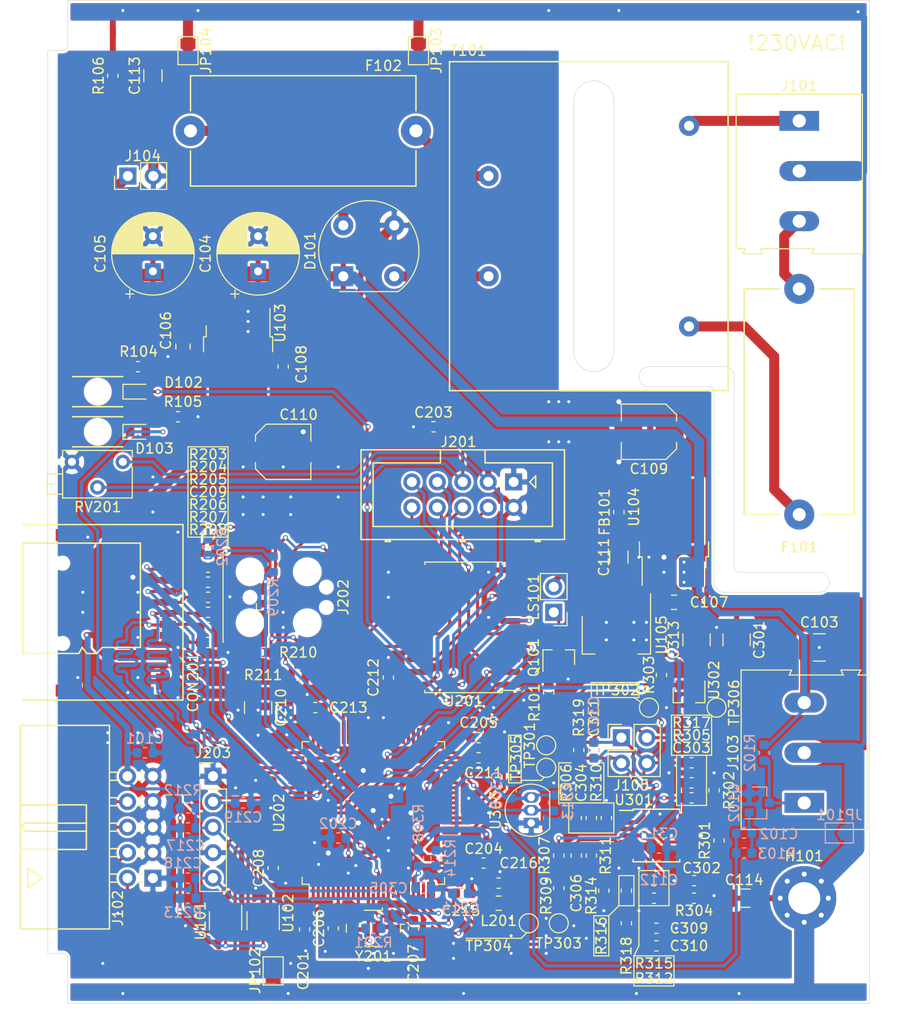
<source format=kicad_pcb>
(kicad_pcb (version 20171130) (host pcbnew 5.1.5)

  (general
    (thickness 1.6)
    (drawings 99)
    (tracks 1761)
    (zones 0)
    (modules 131)
    (nets 138)
  )

  (page A4)
  (layers
    (0 F.Cu signal)
    (31 B.Cu signal)
    (32 B.Adhes user)
    (33 F.Adhes user)
    (34 B.Paste user)
    (35 F.Paste user)
    (36 B.SilkS user)
    (37 F.SilkS user)
    (38 B.Mask user)
    (39 F.Mask user)
    (40 Dwgs.User user)
    (41 Cmts.User user)
    (42 Eco1.User user)
    (43 Eco2.User user)
    (44 Edge.Cuts user)
    (45 Margin user)
    (46 B.CrtYd user)
    (47 F.CrtYd user)
    (48 B.Fab user)
    (49 F.Fab user)
  )

  (setup
    (last_trace_width 0.25)
    (user_trace_width 0.3)
    (user_trace_width 0.4)
    (user_trace_width 0.6)
    (user_trace_width 1)
    (user_trace_width 2)
    (trace_clearance 0.2)
    (zone_clearance 0.25)
    (zone_45_only no)
    (trace_min 0.21)
    (via_size 0.5)
    (via_drill 0.3)
    (via_min_size 0.4)
    (via_min_drill 0.3)
    (user_via 0.9 0.5)
    (uvia_size 0.3)
    (uvia_drill 0.1)
    (uvias_allowed no)
    (uvia_min_size 0.2)
    (uvia_min_drill 0.1)
    (edge_width 0.05)
    (segment_width 0.2)
    (pcb_text_width 0.3)
    (pcb_text_size 1.5 1.5)
    (mod_edge_width 0.12)
    (mod_text_size 1 1)
    (mod_text_width 0.15)
    (pad_size 1.5 1.5)
    (pad_drill 0)
    (pad_to_mask_clearance 0.051)
    (solder_mask_min_width 0.25)
    (aux_axis_origin 13 13)
    (grid_origin 13 13)
    (visible_elements FFFFFF7F)
    (pcbplotparams
      (layerselection 0x010fc_ffffffff)
      (usegerberextensions true)
      (usegerberattributes false)
      (usegerberadvancedattributes false)
      (creategerberjobfile true)
      (excludeedgelayer true)
      (linewidth 0.100000)
      (plotframeref false)
      (viasonmask false)
      (mode 1)
      (useauxorigin false)
      (hpglpennumber 1)
      (hpglpenspeed 20)
      (hpglpendiameter 15.000000)
      (psnegative false)
      (psa4output false)
      (plotreference true)
      (plotvalue true)
      (plotinvisibletext false)
      (padsonsilk false)
      (subtractmaskfromsilk false)
      (outputformat 1)
      (mirror false)
      (drillshape 0)
      (scaleselection 1)
      (outputdirectory "gerber/"))
  )

  (net 0 "")
  (net 1 Earth)
  (net 2 GND)
  (net 3 +8V)
  (net 4 +3V3)
  (net 5 +5V)
  (net 6 /Controller/ENC1)
  (net 7 /Controller/ENC2)
  (net 8 /Controller/VREF)
  (net 9 /Controller/SW1)
  (net 10 /Frontend/FORCE+)
  (net 11 /Frontend/FORCE-)
  (net 12 /Frontend/SENS+)
  (net 13 /Frontend/SENS-)
  (net 14 /Controller/SDIO_D1)
  (net 15 /Controller/SDIO_D0)
  (net 16 /Controller/SDIO_CLK)
  (net 17 /Controller/SDIO_CMD)
  (net 18 /Controller/SDIO_D3)
  (net 19 /Controller/SDIO_D2)
  (net 20 "Net-(D102-Pad1)")
  (net 21 /Controller/TEMP_IN)
  (net 22 /L_Trafo)
  (net 23 /L_IN)
  (net 24 /N_IN)
  (net 25 /DIGIO3)
  (net 26 /DIGIO2)
  (net 27 /DIGIO1)
  (net 28 /DIGIO0)
  (net 29 /Controller/SWDIO)
  (net 30 /Controller/SWCLK)
  (net 31 /Controller/PC_RX)
  (net 32 /Controller/PC_TX)
  (net 33 /Controller/~RST)
  (net 34 "Net-(LS101-Pad1)")
  (net 35 /Controller/LCD_VO)
  (net 36 /Controller/LCD_RS)
  (net 37 /Controller/LCD_EN)
  (net 38 /Controller/LCD_D3)
  (net 39 /Controller/LCD_D0)
  (net 40 /Controller/LCD_D2)
  (net 41 /Controller/LCD_D1)
  (net 42 /Controller/FRONTEND_TEMP)
  (net 43 /OUT0)
  (net 44 /OUT3)
  (net 45 /OUT2)
  (net 46 /OUT1)
  (net 47 /Controller/VDDA)
  (net 48 +5VL)
  (net 49 /Controller/CARD_DETECT)
  (net 50 "Net-(C102-Pad2)")
  (net 51 "Net-(C306-Pad1)")
  (net 52 "Net-(D101-Pad4)")
  (net 53 "Net-(D101-Pad2)")
  (net 54 "Net-(D103-Pad1)")
  (net 55 "Net-(F102-Pad2)")
  (net 56 "Net-(J103-Pad1)")
  (net 57 "Net-(Q101-Pad1)")
  (net 58 +3.3VA)
  (net 59 /Controller/NSS)
  (net 60 /Controller/SCK)
  (net 61 /Controller/MISO)
  (net 62 "Net-(C206-Pad1)")
  (net 63 "Net-(C207-Pad1)")
  (net 64 "Net-(C211-Pad1)")
  (net 65 "Net-(C213-Pad1)")
  (net 66 "Net-(C304-Pad1)")
  (net 67 "Net-(J202-Pad5)")
  (net 68 "Net-(J202-Pad6)")
  (net 69 "Net-(J202-Pad8)")
  (net 70 "Net-(R311-Pad1)")
  (net 71 "Net-(R314-Pad2)")
  (net 72 "Net-(U201-Pad2)")
  (net 73 "Net-(U201-Pad4)")
  (net 74 "Net-(U201-Pad6)")
  (net 75 "Net-(U201-Pad7)")
  (net 76 "Net-(U201-Pad8)")
  (net 77 "Net-(U201-Pad9)")
  (net 78 "Net-(U201-Pad15)")
  (net 79 "Net-(U201-Pad17)")
  (net 80 "Net-(U202-Pad2)")
  (net 81 "Net-(U202-Pad3)")
  (net 82 "Net-(U202-Pad4)")
  (net 83 "Net-(U202-Pad5)")
  (net 84 "Net-(U202-Pad7)")
  (net 85 "Net-(U202-Pad8)")
  (net 86 "Net-(U202-Pad9)")
  (net 87 "Net-(U202-Pad15)")
  (net 88 "Net-(U202-Pad16)")
  (net 89 "Net-(U202-Pad17)")
  (net 90 "Net-(U202-Pad18)")
  (net 91 "Net-(U202-Pad26)")
  (net 92 "Net-(U202-Pad29)")
  (net 93 "Net-(U202-Pad32)")
  (net 94 "Net-(U202-Pad33)")
  (net 95 "Net-(U202-Pad34)")
  (net 96 "Net-(U202-Pad38)")
  (net 97 "Net-(U202-Pad39)")
  (net 98 "Net-(U202-Pad40)")
  (net 99 "Net-(U202-Pad41)")
  (net 100 "Net-(U202-Pad42)")
  (net 101 "Net-(U202-Pad43)")
  (net 102 "Net-(U202-Pad44)")
  (net 103 "Net-(U202-Pad45)")
  (net 104 "Net-(U202-Pad46)")
  (net 105 "Net-(U202-Pad51)")
  (net 106 "Net-(U202-Pad52)")
  (net 107 "Net-(U202-Pad53)")
  (net 108 "Net-(U202-Pad54)")
  (net 109 "Net-(U202-Pad59)")
  (net 110 "Net-(U202-Pad60)")
  (net 111 "Net-(U202-Pad61)")
  (net 112 "Net-(U202-Pad62)")
  (net 113 "Net-(U202-Pad63)")
  (net 114 "Net-(U202-Pad64)")
  (net 115 "Net-(U202-Pad70)")
  (net 116 "Net-(U202-Pad71)")
  (net 117 "Net-(U202-Pad77)")
  (net 118 "Net-(U202-Pad81)")
  (net 119 "Net-(U202-Pad82)")
  (net 120 "Net-(U202-Pad84)")
  (net 121 "Net-(U202-Pad86)")
  (net 122 "Net-(U202-Pad95)")
  (net 123 "Net-(U202-Pad96)")
  (net 124 "Net-(U202-Pad97)")
  (net 125 "Net-(U202-Pad98)")
  (net 126 /Frontend/VREF_OP)
  (net 127 /DIGIO0_PROT)
  (net 128 /DIGIO1_PROT)
  (net 129 /DIGIO2_PROT)
  (net 130 /DIGIO3_PROT)
  (net 131 "Net-(C302-Pad2)")
  (net 132 "Net-(C302-Pad1)")
  (net 133 "Net-(C303-Pad2)")
  (net 134 "Net-(C303-Pad1)")
  (net 135 "Net-(C306-Pad2)")
  (net 136 "Net-(C309-Pad1)")
  (net 137 "Net-(R314-Pad1)")

  (net_class Default "This is the default net class."
    (clearance 0.2)
    (trace_width 0.25)
    (via_dia 0.5)
    (via_drill 0.3)
    (uvia_dia 0.3)
    (uvia_drill 0.1)
    (diff_pair_width 0.21)
    (diff_pair_gap 0.25)
    (add_net +3.3VA)
    (add_net +3V3)
    (add_net +5V)
    (add_net +5VL)
    (add_net +8V)
    (add_net /Controller/CARD_DETECT)
    (add_net /Controller/ENC1)
    (add_net /Controller/ENC2)
    (add_net /Controller/FRONTEND_TEMP)
    (add_net /Controller/LCD_D0)
    (add_net /Controller/LCD_D1)
    (add_net /Controller/LCD_D2)
    (add_net /Controller/LCD_D3)
    (add_net /Controller/LCD_EN)
    (add_net /Controller/LCD_RS)
    (add_net /Controller/LCD_VO)
    (add_net /Controller/MISO)
    (add_net /Controller/NSS)
    (add_net /Controller/PC_RX)
    (add_net /Controller/PC_TX)
    (add_net /Controller/SCK)
    (add_net /Controller/SDIO_CLK)
    (add_net /Controller/SDIO_CMD)
    (add_net /Controller/SDIO_D0)
    (add_net /Controller/SDIO_D1)
    (add_net /Controller/SDIO_D2)
    (add_net /Controller/SDIO_D3)
    (add_net /Controller/SW1)
    (add_net /Controller/SWCLK)
    (add_net /Controller/SWDIO)
    (add_net /Controller/TEMP_IN)
    (add_net /Controller/VDDA)
    (add_net /Controller/VREF)
    (add_net /Controller/~RST)
    (add_net /DIGIO0)
    (add_net /DIGIO0_PROT)
    (add_net /DIGIO1)
    (add_net /DIGIO1_PROT)
    (add_net /DIGIO2)
    (add_net /DIGIO2_PROT)
    (add_net /DIGIO3)
    (add_net /DIGIO3_PROT)
    (add_net /Frontend/FORCE+)
    (add_net /Frontend/FORCE-)
    (add_net /Frontend/SENS+)
    (add_net /Frontend/SENS-)
    (add_net /Frontend/VREF_OP)
    (add_net /OUT0)
    (add_net /OUT1)
    (add_net /OUT2)
    (add_net /OUT3)
    (add_net Earth)
    (add_net GND)
    (add_net "Net-(C102-Pad2)")
    (add_net "Net-(C206-Pad1)")
    (add_net "Net-(C207-Pad1)")
    (add_net "Net-(C211-Pad1)")
    (add_net "Net-(C213-Pad1)")
    (add_net "Net-(C302-Pad1)")
    (add_net "Net-(C302-Pad2)")
    (add_net "Net-(C303-Pad1)")
    (add_net "Net-(C303-Pad2)")
    (add_net "Net-(C304-Pad1)")
    (add_net "Net-(C306-Pad1)")
    (add_net "Net-(C306-Pad2)")
    (add_net "Net-(C309-Pad1)")
    (add_net "Net-(D101-Pad2)")
    (add_net "Net-(D101-Pad4)")
    (add_net "Net-(D102-Pad1)")
    (add_net "Net-(D103-Pad1)")
    (add_net "Net-(F102-Pad2)")
    (add_net "Net-(J103-Pad1)")
    (add_net "Net-(J202-Pad5)")
    (add_net "Net-(J202-Pad6)")
    (add_net "Net-(J202-Pad8)")
    (add_net "Net-(LS101-Pad1)")
    (add_net "Net-(Q101-Pad1)")
    (add_net "Net-(R311-Pad1)")
    (add_net "Net-(R314-Pad1)")
    (add_net "Net-(R314-Pad2)")
    (add_net "Net-(U201-Pad15)")
    (add_net "Net-(U201-Pad17)")
    (add_net "Net-(U201-Pad2)")
    (add_net "Net-(U201-Pad4)")
    (add_net "Net-(U201-Pad6)")
    (add_net "Net-(U201-Pad7)")
    (add_net "Net-(U201-Pad8)")
    (add_net "Net-(U201-Pad9)")
    (add_net "Net-(U202-Pad15)")
    (add_net "Net-(U202-Pad16)")
    (add_net "Net-(U202-Pad17)")
    (add_net "Net-(U202-Pad18)")
    (add_net "Net-(U202-Pad2)")
    (add_net "Net-(U202-Pad26)")
    (add_net "Net-(U202-Pad29)")
    (add_net "Net-(U202-Pad3)")
    (add_net "Net-(U202-Pad32)")
    (add_net "Net-(U202-Pad33)")
    (add_net "Net-(U202-Pad34)")
    (add_net "Net-(U202-Pad38)")
    (add_net "Net-(U202-Pad39)")
    (add_net "Net-(U202-Pad4)")
    (add_net "Net-(U202-Pad40)")
    (add_net "Net-(U202-Pad41)")
    (add_net "Net-(U202-Pad42)")
    (add_net "Net-(U202-Pad43)")
    (add_net "Net-(U202-Pad44)")
    (add_net "Net-(U202-Pad45)")
    (add_net "Net-(U202-Pad46)")
    (add_net "Net-(U202-Pad5)")
    (add_net "Net-(U202-Pad51)")
    (add_net "Net-(U202-Pad52)")
    (add_net "Net-(U202-Pad53)")
    (add_net "Net-(U202-Pad54)")
    (add_net "Net-(U202-Pad59)")
    (add_net "Net-(U202-Pad60)")
    (add_net "Net-(U202-Pad61)")
    (add_net "Net-(U202-Pad62)")
    (add_net "Net-(U202-Pad63)")
    (add_net "Net-(U202-Pad64)")
    (add_net "Net-(U202-Pad7)")
    (add_net "Net-(U202-Pad70)")
    (add_net "Net-(U202-Pad71)")
    (add_net "Net-(U202-Pad77)")
    (add_net "Net-(U202-Pad8)")
    (add_net "Net-(U202-Pad81)")
    (add_net "Net-(U202-Pad82)")
    (add_net "Net-(U202-Pad84)")
    (add_net "Net-(U202-Pad86)")
    (add_net "Net-(U202-Pad9)")
    (add_net "Net-(U202-Pad95)")
    (add_net "Net-(U202-Pad96)")
    (add_net "Net-(U202-Pad97)")
    (add_net "Net-(U202-Pad98)")
  )

  (net_class HV ""
    (clearance 2.55)
    (trace_width 1)
    (via_dia 0.5)
    (via_drill 0.3)
    (uvia_dia 0.3)
    (uvia_drill 0.1)
    (diff_pair_width 0.21)
    (diff_pair_gap 0.25)
    (add_net /L_IN)
    (add_net /L_Trafo)
    (add_net /N_IN)
  )

  (module TestPoint:TestPoint_Pad_D1.5mm (layer F.Cu) (tedit 5E4C3C37) (tstamp 5E4CFE9F)
    (at 82.75 83.5)
    (descr "SMD pad as test Point, diameter 1.5mm")
    (tags "test point SMD pad")
    (path /5D8C5188/5E5AA625)
    (attr virtual)
    (fp_text reference TP306 (at 1.75 -0.5 90) (layer F.SilkS)
      (effects (font (size 1 1) (thickness 0.15)))
    )
    (fp_text value GND (at 0 1.75) (layer F.Fab)
      (effects (font (size 1 1) (thickness 0.15)))
    )
    (fp_circle (center 0 0) (end 0 0.95) (layer F.SilkS) (width 0.12))
    (fp_circle (center 0 0) (end 1.25 0) (layer F.CrtYd) (width 0.05))
    (fp_text user %R (at 1.25 2.25) (layer F.Fab)
      (effects (font (size 1 1) (thickness 0.15)))
    )
    (pad 1 smd circle (at 0 0) (size 1.5 1.5) (layers F.Cu F.Mask)
      (net 2 GND) (zone_connect 2))
  )

  (module TestPoint:TestPoint_Pad_D1.5mm (layer F.Cu) (tedit 5E4C3C60) (tstamp 5E4CFE97)
    (at 65.75 89.5)
    (descr "SMD pad as test Point, diameter 1.5mm")
    (tags "test point SMD pad")
    (path /5D8C5188/5E59C2BA)
    (attr virtual)
    (fp_text reference TP305 (at -3 -1 90) (layer F.SilkS)
      (effects (font (size 1 1) (thickness 0.15)))
    )
    (fp_text value GND (at 0 1.75) (layer F.Fab)
      (effects (font (size 1 1) (thickness 0.15)))
    )
    (fp_circle (center 0 0) (end 0 0.95) (layer F.SilkS) (width 0.12))
    (fp_circle (center 0 0) (end 1.25 0) (layer F.CrtYd) (width 0.05))
    (fp_text user %R (at 0 -1.65) (layer F.Fab)
      (effects (font (size 1 1) (thickness 0.15)))
    )
    (pad 1 smd circle (at 0 0) (size 1.5 1.5) (layers F.Cu F.Mask)
      (net 2 GND) (zone_connect 2))
  )

  (module TestPoint:TestPoint_Pad_D1.5mm (layer F.Cu) (tedit 5E4C3C13) (tstamp 5E4CFE8F)
    (at 64 105)
    (descr "SMD pad as test Point, diameter 1.5mm")
    (tags "test point SMD pad")
    (path /5D8C5188/5E5831F5)
    (attr virtual)
    (fp_text reference TP304 (at -4 2.25) (layer F.SilkS)
      (effects (font (size 1 1) (thickness 0.15)))
    )
    (fp_text value GND (at 0 1.75) (layer F.Fab)
      (effects (font (size 1 1) (thickness 0.15)))
    )
    (fp_circle (center 0 0) (end 0 0.95) (layer F.SilkS) (width 0.12))
    (fp_circle (center 0 0) (end 1.25 0) (layer F.CrtYd) (width 0.05))
    (fp_text user %R (at 0 -1.65) (layer F.Fab)
      (effects (font (size 1 1) (thickness 0.15)))
    )
    (pad 1 smd circle (at 0 0) (size 1.5 1.5) (layers F.Cu F.Mask)
      (net 2 GND) (zone_connect 2))
  )

  (module shimatta_artwork:shimatta_kanji_20mm_solder_mask (layer B.Cu) (tedit 0) (tstamp 5E4C6208)
    (at 41.5 29.75 180)
    (fp_text reference G*** (at 0 0) (layer B.SilkS) hide
      (effects (font (size 1.524 1.524) (thickness 0.3)) (justify mirror))
    )
    (fp_text value LOGO (at 0.75 0) (layer B.SilkS) hide
      (effects (font (size 1.524 1.524) (thickness 0.3)) (justify mirror))
    )
    (fp_poly (pts (xy 9.428791 1.753801) (xy 9.567761 1.731641) (xy 9.667206 1.700045) (xy 9.761697 1.645722)
      (xy 9.822989 1.576357) (xy 9.855813 1.486306) (xy 9.858368 1.471966) (xy 9.862124 1.413942)
      (xy 9.846144 1.369373) (xy 9.819335 1.333673) (xy 9.781378 1.29583) (xy 9.735384 1.267393)
      (xy 9.673178 1.245282) (xy 9.586585 1.22642) (xy 9.495693 1.211812) (xy 9.397389 1.192146)
      (xy 9.273374 1.159472) (xy 9.133481 1.117016) (xy 8.987545 1.068002) (xy 8.845399 1.015655)
      (xy 8.716878 0.963201) (xy 8.66136 0.938204) (xy 8.588402 0.904309) (xy 8.53008 0.87777)
      (xy 8.494468 0.862231) (xy 8.487445 0.859693) (xy 8.474447 0.874529) (xy 8.460842 0.897485)
      (xy 8.444687 0.930782) (xy 8.440616 0.943057) (xy 8.456761 0.954676) (xy 8.501708 0.982387)
      (xy 8.57022 1.023082) (xy 8.657065 1.073654) (xy 8.757007 1.130996) (xy 8.763 1.13441)
      (xy 8.863594 1.192303) (xy 8.951369 1.243987) (xy 9.021081 1.286279) (xy 9.067485 1.315993)
      (xy 9.085336 1.329944) (xy 9.085385 1.330186) (xy 9.067291 1.336709) (xy 9.018671 1.344245)
      (xy 8.948012 1.351635) (xy 8.900733 1.355366) (xy 8.814954 1.359677) (xy 8.732203 1.359467)
      (xy 8.645159 1.353943) (xy 8.546496 1.342311) (xy 8.428892 1.323781) (xy 8.285022 1.297558)
      (xy 8.181769 1.277551) (xy 8.087012 1.260086) (xy 8.005697 1.247289) (xy 7.945677 1.240239)
      (xy 7.914804 1.240013) (xy 7.913115 1.240669) (xy 7.898633 1.267289) (xy 7.893539 1.306485)
      (xy 7.896969 1.33375) (xy 7.911797 1.356509) (xy 7.94483 1.38016) (xy 8.002873 1.410101)
      (xy 8.054731 1.434343) (xy 8.259047 1.524345) (xy 8.450867 1.601035) (xy 8.623126 1.661725)
      (xy 8.754126 1.700075) (xy 8.923632 1.734862) (xy 9.098237 1.755411) (xy 9.269453 1.761724)
      (xy 9.428791 1.753801)) (layer B.Mask) (width 0.01))
    (fp_poly (pts (xy 3.301209 1.629772) (xy 3.455957 1.617452) (xy 3.586106 1.595662) (xy 3.620461 1.586813)
      (xy 3.799648 1.524806) (xy 3.949231 1.448506) (xy 4.077466 1.353305) (xy 4.132385 1.301052)
      (xy 4.252335 1.152355) (xy 4.336366 0.989866) (xy 4.383796 0.816683) (xy 4.393941 0.635903)
      (xy 4.366121 0.450625) (xy 4.339226 0.361417) (xy 4.262261 0.200227) (xy 4.150017 0.051266)
      (xy 4.004678 -0.084345) (xy 3.828431 -0.205486) (xy 3.62346 -0.311038) (xy 3.39195 -0.399881)
      (xy 3.136087 -0.470894) (xy 2.858055 -0.522959) (xy 2.56004 -0.554955) (xy 2.54977 -0.555664)
      (xy 2.452095 -0.562584) (xy 2.352045 -0.570151) (xy 2.268301 -0.576945) (xy 2.254251 -0.578165)
      (xy 2.188341 -0.583117) (xy 2.151245 -0.581066) (xy 2.132887 -0.568837) (xy 2.123191 -0.543254)
      (xy 2.121415 -0.536295) (xy 2.114131 -0.495637) (xy 2.115569 -0.476534) (xy 2.13681 -0.470214)
      (xy 2.187543 -0.459437) (xy 2.258697 -0.446062) (xy 2.29725 -0.439298) (xy 2.600453 -0.375807)
      (xy 2.872729 -0.294923) (xy 3.113188 -0.197142) (xy 3.32094 -0.082957) (xy 3.495097 0.047136)
      (xy 3.634767 0.192644) (xy 3.739062 0.353072) (xy 3.745332 0.365489) (xy 3.799796 0.510355)
      (xy 3.824701 0.659415) (xy 3.821806 0.807143) (xy 3.792865 0.948013) (xy 3.739637 1.0765)
      (xy 3.663877 1.187078) (xy 3.567342 1.274223) (xy 3.451789 1.332407) (xy 3.436387 1.337282)
      (xy 3.329785 1.358) (xy 3.20153 1.366318) (xy 3.067026 1.362231) (xy 2.941678 1.345736)
      (xy 2.904282 1.337402) (xy 2.791716 1.300662) (xy 2.655402 1.242376) (xy 2.501756 1.165846)
      (xy 2.337192 1.074371) (xy 2.168124 0.971251) (xy 2.077079 0.911797) (xy 1.982701 0.849482)
      (xy 1.897066 0.794483) (xy 1.826482 0.750731) (xy 1.777255 0.722158) (xy 1.758369 0.713125)
      (xy 1.705349 0.713823) (xy 1.63319 0.738937) (xy 1.548908 0.783847) (xy 1.459517 0.843935)
      (xy 1.372034 0.914582) (xy 1.293475 0.991171) (xy 1.242341 1.052831) (xy 1.177176 1.155524)
      (xy 1.145756 1.240689) (xy 1.147669 1.309786) (xy 1.161677 1.339812) (xy 1.188745 1.371855)
      (xy 1.220071 1.383574) (xy 1.263202 1.374056) (xy 1.325686 1.342389) (xy 1.372393 1.314365)
      (xy 1.441864 1.275343) (xy 1.503115 1.252904) (xy 1.564969 1.2473) (xy 1.636248 1.25878)
      (xy 1.725773 1.287594) (xy 1.825982 1.32721) (xy 2.072117 1.421167) (xy 2.322841 1.502936)
      (xy 2.562838 1.567664) (xy 2.638504 1.584763) (xy 2.79051 1.610116) (xy 2.958372 1.626082)
      (xy 3.131976 1.632641) (xy 3.301209 1.629772)) (layer B.Mask) (width 0.01))
    (fp_poly (pts (xy -7.16573 3.644015) (xy -7.030481 3.628399) (xy -6.898306 3.608454) (xy -6.778602 3.585917)
      (xy -6.680766 3.562522) (xy -6.623226 3.543826) (xy -6.552282 3.503627) (xy -6.518969 3.457096)
      (xy -6.523039 3.407494) (xy -6.564241 3.35808) (xy -6.640956 3.312726) (xy -6.72123 3.276527)
      (xy -6.72123 1.953846) (xy -6.101652 1.953846) (xy -5.908326 2.177929) (xy -5.839612 2.256002)
      (xy -5.778657 2.322318) (xy -5.730438 2.371689) (xy -5.69993 2.398925) (xy -5.692898 2.402621)
      (xy -5.671923 2.389825) (xy -5.628642 2.354137) (xy -5.568405 2.300274) (xy -5.496558 2.232952)
      (xy -5.455081 2.19292) (xy -5.35528 2.092389) (xy -5.284164 2.012661) (xy -5.239564 1.950558)
      (xy -5.219311 1.902903) (xy -5.221236 1.866519) (xy -5.225852 1.857265) (xy -5.248293 1.85113)
      (xy -5.307629 1.846089) (xy -5.404272 1.842132) (xy -5.538636 1.839247) (xy -5.711135 1.837422)
      (xy -5.922182 1.836647) (xy -5.979922 1.836616) (xy -6.72123 1.836616) (xy -6.72123 -0.566615)
      (xy -6.259971 -0.566615) (xy -6.067574 -0.351692) (xy -5.999081 -0.276106) (xy -5.939554 -0.212155)
      (xy -5.893885 -0.164964) (xy -5.866969 -0.139654) (xy -5.862279 -0.136769) (xy -5.839937 -0.14918)
      (xy -5.795385 -0.182731) (xy -5.73498 -0.231894) (xy -5.665077 -0.291144) (xy -5.592032 -0.354955)
      (xy -5.522202 -0.417801) (xy -5.461942 -0.474155) (xy -5.417609 -0.518492) (xy -5.400017 -0.538674)
      (xy -5.367005 -0.588512) (xy -5.35926 -0.622387) (xy -5.366651 -0.641654) (xy -5.372793 -0.647595)
      (xy -5.384916 -0.652791) (xy -5.405554 -0.657303) (xy -5.437241 -0.661191) (xy -5.48251 -0.664515)
      (xy -5.543894 -0.667336) (xy -5.623926 -0.669713) (xy -5.725141 -0.671708) (xy -5.85007 -0.67338)
      (xy -6.001248 -0.67479) (xy -6.181207 -0.675998) (xy -6.392482 -0.677065) (xy -6.637605 -0.67805)
      (xy -6.919109 -0.679015) (xy -6.938394 -0.679077) (xy -7.220887 -0.67997) (xy -7.466876 -0.680669)
      (xy -7.678931 -0.681118) (xy -7.859624 -0.681261) (xy -8.011528 -0.681044) (xy -8.137214 -0.680411)
      (xy -8.239254 -0.679306) (xy -8.32022 -0.677674) (xy -8.382682 -0.67546) (xy -8.429214 -0.672608)
      (xy -8.462386 -0.669064) (xy -8.484771 -0.664771) (xy -8.49894 -0.659674) (xy -8.507465 -0.653718)
      (xy -8.512918 -0.646848) (xy -8.513997 -0.64515) (xy -8.533273 -0.606511) (xy -8.538307 -0.586419)
      (xy -8.518898 -0.580182) (xy -8.461154 -0.575092) (xy -8.365801 -0.571172) (xy -8.233566 -0.568445)
      (xy -8.065175 -0.566936) (xy -7.922846 -0.566615) (xy -7.307384 -0.566615) (xy -7.307384 1.836616)
      (xy -8.514275 1.836616) (xy -8.54583 1.884774) (xy -8.568455 1.922492) (xy -8.577384 1.94339)
      (xy -8.558611 1.94591) (xy -8.505349 1.948213) (xy -8.422187 1.950221) (xy -8.313714 1.951859)
      (xy -8.184518 1.953052) (xy -8.039187 1.953724) (xy -7.942384 1.953846) (xy -7.307384 1.953846)
      (xy -7.307384 3.657659) (xy -7.16573 3.644015)) (layer B.Mask) (width 0.01))
    (fp_poly (pts (xy 7.808064 0.395873) (xy 7.820909 0.35155) (xy 7.81349 0.27581) (xy 7.803742 0.231615)
      (xy 7.785801 0.109096) (xy 7.79887 0.006839) (xy 7.843916 -0.079884) (xy 7.874635 -0.11486)
      (xy 7.967303 -0.181671) (xy 8.093926 -0.23155) (xy 8.253218 -0.264447) (xy 8.443892 -0.280312)
      (xy 8.664663 -0.279096) (xy 8.914245 -0.260749) (xy 9.19135 -0.225221) (xy 9.47304 -0.176639)
      (xy 9.611859 -0.155568) (xy 9.723564 -0.15229) (xy 9.816229 -0.167606) (xy 9.89793 -0.202316)
      (xy 9.929424 -0.22186) (xy 9.997696 -0.283212) (xy 10.032198 -0.356505) (xy 10.037036 -0.450516)
      (xy 10.036934 -0.451773) (xy 10.019551 -0.537125) (xy 9.981122 -0.60896) (xy 9.919239 -0.66821)
      (xy 9.831497 -0.71581) (xy 9.715488 -0.752696) (xy 9.568805 -0.779801) (xy 9.389042 -0.79806)
      (xy 9.173792 -0.808407) (xy 9.114693 -0.809856) (xy 8.994114 -0.811858) (xy 8.883467 -0.812804)
      (xy 8.790078 -0.812701) (xy 8.721276 -0.811557) (xy 8.684846 -0.809444) (xy 8.638883 -0.803365)
      (xy 8.56704 -0.794119) (xy 8.482217 -0.783361) (xy 8.450385 -0.779361) (xy 8.230894 -0.738915)
      (xy 8.04091 -0.676709) (xy 7.881353 -0.593495) (xy 7.753145 -0.490023) (xy 7.657211 -0.367045)
      (xy 7.59447 -0.225311) (xy 7.565847 -0.065574) (xy 7.565408 -0.058531) (xy 7.562448 0.025892)
      (xy 7.566924 0.087191) (xy 7.581292 0.141001) (xy 7.605759 0.198179) (xy 7.643881 0.268184)
      (xy 7.687847 0.332317) (xy 7.730734 0.381887) (xy 7.765619 0.408201) (xy 7.774706 0.410308)
      (xy 7.808064 0.395873)) (layer B.Mask) (width 0.01))
    (fp_poly (pts (xy 7.338145 3.474443) (xy 7.446892 3.440014) (xy 7.562991 3.388053) (xy 7.677402 3.323667)
      (xy 7.781082 3.251965) (xy 7.864989 3.178057) (xy 7.920082 3.10705) (xy 7.921507 3.104439)
      (xy 7.959244 3.03404) (xy 7.81893 2.730595) (xy 7.772867 2.630313) (xy 7.733158 2.542594)
      (xy 7.702487 2.473468) (xy 7.683536 2.428966) (xy 7.678616 2.415191) (xy 7.695962 2.405068)
      (xy 7.743645 2.406271) (xy 7.815129 2.417185) (xy 7.903879 2.436192) (xy 8.00336 2.461677)
      (xy 8.107037 2.492023) (xy 8.208376 2.525615) (xy 8.30084 2.560835) (xy 8.344716 2.579933)
      (xy 8.438434 2.621079) (xy 8.508671 2.645305) (xy 8.566225 2.654449) (xy 8.621897 2.650345)
      (xy 8.679355 2.636833) (xy 8.767704 2.597385) (xy 8.837863 2.537316) (xy 8.884673 2.464285)
      (xy 8.902974 2.385949) (xy 8.892236 2.320845) (xy 8.849581 2.26) (xy 8.770149 2.200807)
      (xy 8.656228 2.144019) (xy 8.510109 2.090391) (xy 8.334081 2.040674) (xy 8.130434 1.995624)
      (xy 7.901456 1.955991) (xy 7.699682 1.928463) (xy 7.496055 1.903717) (xy 7.064105 0.624589)
      (xy 6.991253 0.40925) (xy 6.921584 0.204081) (xy 6.856174 0.012201) (xy 6.796095 -0.163273)
      (xy 6.742424 -0.319225) (xy 6.696235 -0.452538) (xy 6.658603 -0.560093) (xy 6.630602 -0.638775)
      (xy 6.613307 -0.685467) (xy 6.608432 -0.696984) (xy 6.548196 -0.768353) (xy 6.468858 -0.809727)
      (xy 6.379028 -0.81866) (xy 6.287319 -0.792703) (xy 6.281659 -0.789834) (xy 6.183737 -0.719536)
      (xy 6.117645 -0.627018) (xy 6.082975 -0.511562) (xy 6.077082 -0.429846) (xy 6.088269 -0.329409)
      (xy 6.12395 -0.222844) (xy 6.186639 -0.104136) (xy 6.259078 0.005238) (xy 6.317058 0.092554)
      (xy 6.37418 0.190956) (xy 6.432946 0.305617) (xy 6.495859 0.44171) (xy 6.565422 0.604407)
      (xy 6.644137 0.798883) (xy 6.649058 0.811302) (xy 6.698576 0.937705) (xy 6.750645 1.072924)
      (xy 6.803388 1.211851) (xy 6.854927 1.349379) (xy 6.903383 1.480396) (xy 6.94688 1.599796)
      (xy 6.983539 1.702469) (xy 7.011482 1.783306) (xy 7.028831 1.837198) (xy 7.033846 1.858104)
      (xy 7.015345 1.865235) (xy 6.963909 1.870215) (xy 6.885638 1.872683) (xy 6.792451 1.87238)
      (xy 6.689343 1.871214) (xy 6.615634 1.872673) (xy 6.561671 1.878103) (xy 6.517798 1.888851)
      (xy 6.474359 1.906264) (xy 6.44321 1.921096) (xy 6.324196 1.997966) (xy 6.220716 2.100695)
      (xy 6.142416 2.218832) (xy 6.1184 2.273068) (xy 6.087796 2.371327) (xy 6.076374 2.446686)
      (xy 6.082596 2.496419) (xy 6.104926 2.5178) (xy 6.141826 2.508101) (xy 6.19176 2.464595)
      (xy 6.212598 2.440172) (xy 6.281896 2.36957) (xy 6.361104 2.322749) (xy 6.458762 2.296368)
      (xy 6.583409 2.287084) (xy 6.604 2.286959) (xy 6.716122 2.289109) (xy 6.828914 2.294912)
      (xy 6.935173 2.303596) (xy 7.027694 2.314386) (xy 7.099275 2.326512) (xy 7.142712 2.339199)
      (xy 7.151763 2.345725) (xy 7.1613 2.373411) (xy 7.176626 2.431585) (xy 7.196021 2.512388)
      (xy 7.217765 2.607958) (xy 7.240139 2.710436) (xy 7.261423 2.81196) (xy 7.279899 2.904671)
      (xy 7.293846 2.980708) (xy 7.301117 3.028483) (xy 7.305167 3.07497) (xy 7.300115 3.108973)
      (xy 7.280462 3.141407) (xy 7.240706 3.183187) (xy 7.206953 3.215357) (xy 7.150084 3.267171)
      (xy 7.09965 3.309796) (xy 7.066126 3.334399) (xy 7.06502 3.335032) (xy 7.038815 3.363839)
      (xy 7.044428 3.397789) (xy 7.075931 3.431923) (xy 7.127394 3.461282) (xy 7.192887 3.480906)
      (xy 7.245794 3.486229) (xy 7.338145 3.474443)) (layer B.Mask) (width 0.01))
    (fp_poly (pts (xy -8.900627 3.686148) (xy -8.842414 3.668288) (xy -8.764568 3.642197) (xy -8.675465 3.610881)
      (xy -8.583481 3.577349) (xy -8.496994 3.544605) (xy -8.42438 3.515659) (xy -8.374017 3.493516)
      (xy -8.369508 3.491277) (xy -8.277195 3.438216) (xy -8.22267 3.390903) (xy -8.205385 3.347504)
      (xy -8.224792 3.306186) (xy -8.280344 3.265118) (xy -8.298961 3.255113) (xy -8.337113 3.234353)
      (xy -8.366557 3.21267) (xy -8.391987 3.183218) (xy -8.418101 3.139156) (xy -8.449593 3.073639)
      (xy -8.491159 2.979825) (xy -8.496937 2.966591) (xy -8.548331 2.852563) (xy -8.610388 2.720528)
      (xy -8.675268 2.586898) (xy -8.734797 2.468728) (xy -8.867489 2.21184) (xy -8.771283 2.152035)
      (xy -8.705668 2.103264) (xy -8.677637 2.059887) (xy -8.68668 2.018576) (xy -8.732288 1.976008)
      (xy -8.743219 1.96868) (xy -8.811362 1.924539) (xy -8.811738 0.517769) (xy -8.812113 -0.889)
      (xy -8.875479 -0.932013) (xy -8.977934 -0.988548) (xy -9.088107 -1.027523) (xy -9.195323 -1.046531)
      (xy -9.288907 -1.043165) (xy -9.32473 -1.033329) (xy -9.378461 -1.012743) (xy -9.378461 1.510364)
      (xy -9.568961 1.326369) (xy -9.685083 1.216199) (xy -9.784302 1.126131) (xy -9.86423 1.058185)
      (xy -9.92248 1.014379) (xy -9.956663 0.99673) (xy -9.95935 0.996462) (xy -9.988083 1.009886)
      (xy -10.000622 1.022071) (xy -10.00528 1.043101) (xy -9.992716 1.079674) (xy -9.960495 1.137038)
      (xy -9.914008 1.208794) (xy -9.717402 1.5262) (xy -9.533424 1.87007) (xy -9.367953 2.228378)
      (xy -9.226866 2.589099) (xy -9.196588 2.676769) (xy -9.157165 2.800379) (xy -9.115688 2.941245)
      (xy -9.07447 3.09045) (xy -9.035823 3.239075) (xy -9.002058 3.3782) (xy -8.975488 3.498907)
      (xy -8.958423 3.592278) (xy -8.957301 3.599962) (xy -8.947157 3.653955) (xy -8.93604 3.687421)
      (xy -8.930828 3.692769) (xy -8.900627 3.686148)) (layer B.Mask) (width 0.01))
    (fp_poly (pts (xy -3.838788 3.688729) (xy -3.763989 3.677918) (xy -3.672419 3.662305) (xy -3.574363 3.643857)
      (xy -3.48011 3.624543) (xy -3.399947 3.60633) (xy -3.344161 3.591186) (xy -3.331315 3.58657)
      (xy -3.283233 3.56018) (xy -3.253133 3.532073) (xy -3.250693 3.527326) (xy -3.253676 3.486941)
      (xy -3.283652 3.446101) (xy -3.321955 3.42193) (xy -3.347355 3.402506) (xy -3.390898 3.360148)
      (xy -3.445625 3.301872) (xy -3.484542 3.258039) (xy -3.616047 3.106616) (xy -1.188916 3.106616)
      (xy -0.994443 3.287346) (xy -0.921758 3.354128) (xy -0.85857 3.410747) (xy -0.810709 3.452087)
      (xy -0.784001 3.473031) (xy -0.781309 3.474482) (xy -0.757945 3.465597) (xy -0.712937 3.435671)
      (xy -0.653194 3.390341) (xy -0.585627 3.335241) (xy -0.517146 3.276008) (xy -0.454661 3.218278)
      (xy -0.405081 3.167687) (xy -0.404892 3.167477) (xy -0.364427 3.117627) (xy -0.338018 3.075387)
      (xy -0.332154 3.05723) (xy -0.345696 3.029063) (xy -0.38818 3.008895) (xy -0.462393 2.996103)
      (xy -0.571123 2.990066) (xy -0.636272 2.989385) (xy -0.840154 2.989385) (xy -0.840154 2.637693)
      (xy -0.839955 2.512617) (xy -0.838973 2.421319) (xy -0.836633 2.358498) (xy -0.832357 2.318856)
      (xy -0.82557 2.297091) (xy -0.815693 2.287906) (xy -0.802152 2.286001) (xy -0.801892 2.286)
      (xy -0.773311 2.298192) (xy -0.722344 2.331537) (xy -0.655775 2.381192) (xy -0.580392 2.442311)
      (xy -0.566873 2.453762) (xy -0.370116 2.621524) (xy -0.20152 2.487954) (xy -0.101103 2.405863)
      (xy -0.030828 2.341836) (xy 0.011944 2.292668) (xy 0.029851 2.255153) (xy 0.025534 2.226085)
      (xy 0.020288 2.218518) (xy 0.006592 2.208305) (xy -0.018542 2.20062) (xy -0.060041 2.195127)
      (xy -0.122832 2.19149) (xy -0.211843 2.189373) (xy -0.332 2.18844) (xy -0.422469 2.188308)
      (xy -0.840154 2.188308) (xy -0.840154 1.593302) (xy -0.685062 1.747483) (xy -0.529971 1.901665)
      (xy -0.416892 1.825179) (xy -0.334867 1.765382) (xy -0.256268 1.70045) (xy -0.186709 1.635942)
      (xy -0.131801 1.577421) (xy -0.097158 1.530448) (xy -0.088391 1.500584) (xy -0.088624 1.499911)
      (xy -0.098691 1.482757) (xy -0.117225 1.469664) (xy -0.149019 1.460093) (xy -0.198863 1.453502)
      (xy -0.271551 1.449351) (xy -0.371876 1.4471) (xy -0.504628 1.446209) (xy -0.565638 1.446113)
      (xy -0.700559 1.445507) (xy -0.800136 1.443739) (xy -0.868095 1.440561) (xy -0.908159 1.435727)
      (xy -0.924051 1.428988) (xy -0.922215 1.4224) (xy -0.89994 1.378095) (xy -0.914959 1.330448)
      (xy -0.957384 1.289539) (xy -1.016 1.247801) (xy -1.016 0.840154) (xy -0.954763 0.840154)
      (xy -0.922588 0.845115) (xy -0.885404 0.862752) (xy -0.837186 0.897197) (xy -0.771906 0.952581)
      (xy -0.712938 1.005923) (xy -0.532349 1.171691) (xy -0.437136 1.100731) (xy -0.362212 1.041551)
      (xy -0.288135 0.97735) (xy -0.223006 0.915706) (xy -0.174925 0.864198) (xy -0.154843 0.836626)
      (xy -0.150378 0.797665) (xy -0.167511 0.773126) (xy -0.183248 0.762647) (xy -0.210018 0.754793)
      (xy -0.252898 0.749212) (xy -0.316961 0.745549) (xy -0.407281 0.743451) (xy -0.528932 0.742563)
      (xy -0.607088 0.742462) (xy -1.016 0.742462) (xy -1.016 0) (xy -0.777399 0)
      (xy -0.593867 0.168471) (xy -0.410335 0.336941) (xy -0.301582 0.271047) (xy -0.201402 0.206185)
      (xy -0.109722 0.139119) (xy -0.033314 0.075413) (xy 0.021051 0.020627) (xy 0.044043 -0.012866)
      (xy 0.055086 -0.042142) (xy 0.056136 -0.065393) (xy 0.043528 -0.083305) (xy 0.013598 -0.096568)
      (xy -0.037319 -0.10587) (xy -0.11289 -0.111899) (xy -0.216779 -0.115343) (xy -0.352651 -0.11689)
      (xy -0.511734 -0.117231) (xy -1.016 -0.117231) (xy -1.016 -0.933208) (xy -1.087506 -0.987749)
      (xy -1.185199 -1.046446) (xy -1.289837 -1.082616) (xy -1.390375 -1.093543) (xy -1.465384 -1.080594)
      (xy -1.489548 -1.069612) (xy -1.508164 -1.052924) (xy -1.52195 -1.025778) (xy -1.531624 -0.983425)
      (xy -1.537903 -0.921114) (xy -1.541504 -0.834094) (xy -1.543143 -0.717615) (xy -1.543538 -0.566926)
      (xy -1.543538 -0.117231) (xy -2.789505 -0.117231) (xy -2.82106 -0.069072) (xy -2.843686 -0.031355)
      (xy -2.852615 -0.010456) (xy -2.834363 -0.00634) (xy -2.784749 -0.002986) (xy -2.711487 -0.000754)
      (xy -2.627923 0) (xy -2.40323 0) (xy -2.40323 0.742462) (xy -1.914769 0.742462)
      (xy -1.914769 0) (xy -1.543538 0) (xy -1.543538 0.742462) (xy -1.914769 0.742462)
      (xy -2.40323 0.742462) (xy -2.40323 1.051715) (xy -2.139645 0.945934) (xy -2.033634 0.903981)
      (xy -1.954204 0.874855) (xy -1.891918 0.856232) (xy -1.837336 0.845789) (xy -1.781019 0.841205)
      (xy -1.713529 0.840155) (xy -1.709799 0.840154) (xy -1.543538 0.840154) (xy -1.543538 1.445846)
      (xy -3.269734 1.445846) (xy -3.22478 1.397994) (xy -3.193696 1.350921) (xy -3.198734 1.311521)
      (xy -3.241062 1.276826) (xy -3.279299 1.259217) (xy -3.347723 1.215489) (xy -3.4213 1.139132)
      (xy -3.495173 1.035289) (xy -3.50324 1.022193) (xy -3.50304 1.010874) (xy -3.482699 1.003292)
      (xy -3.43701 0.998804) (xy -3.360771 0.996771) (xy -3.294315 0.996462) (xy -3.069766 0.996462)
      (xy -2.950823 1.106582) (xy -2.895677 1.15606) (xy -2.852243 1.192072) (xy -2.827588 1.208869)
      (xy -2.824715 1.209159) (xy -2.775384 1.154537) (xy -2.715674 1.084446) (xy -2.65204 1.006947)
      (xy -2.590935 0.9301) (xy -2.538814 0.861967) (xy -2.50213 0.810608) (xy -2.490487 0.791713)
      (xy -2.452077 0.719495) (xy -2.542253 0.638171) (xy -2.598689 0.57774) (xy -2.65799 0.499338)
      (xy -2.704546 0.424704) (xy -2.842318 0.207282) (xy -3.014183 -0.00561) (xy -3.215158 -0.209415)
      (xy -3.44026 -0.399573) (xy -3.684505 -0.571526) (xy -3.942909 -0.720716) (xy -3.974162 -0.736637)
      (xy -4.088406 -0.791489) (xy -4.208145 -0.844587) (xy -4.327462 -0.893763) (xy -4.440437 -0.936849)
      (xy -4.541154 -0.971675) (xy -4.623693 -0.996074) (xy -4.682137 -1.007877) (xy -4.709202 -1.005963)
      (xy -4.726996 -0.984631) (xy -4.71758 -0.956615) (xy -4.678522 -0.919173) (xy -4.607392 -0.86956)
      (xy -4.56464 -0.842757) (xy -4.403132 -0.737602) (xy -4.233187 -0.616258) (xy -4.067544 -0.488347)
      (xy -3.91894 -0.36349) (xy -3.863308 -0.313004) (xy -3.787703 -0.240715) (xy -3.739805 -0.190202)
      (xy -3.71731 -0.15821) (xy -3.717915 -0.141484) (xy -3.738587 -0.136769) (xy -3.78107 -0.117287)
      (xy -3.820654 -0.058853) (xy -3.857328 0.038514) (xy -3.871525 0.089701) (xy -3.906815 0.207959)
      (xy -3.947742 0.313481) (xy -3.990003 0.395869) (xy -4.010335 0.425196) (xy -4.029312 0.433861)
      (xy -4.061027 0.420594) (xy -4.112434 0.382371) (xy -4.11651 0.379044) (xy -4.166128 0.339461)
      (xy -4.23756 0.283857) (xy -4.321297 0.219579) (xy -4.407831 0.15397) (xy -4.408814 0.15323)
      (xy -4.496386 0.088548) (xy -4.558755 0.045947) (xy -4.600856 0.02263) (xy -4.627622 0.015805)
      (xy -4.642198 0.021044) (xy -4.665668 0.047567) (xy -4.669692 0.058518) (xy -4.658211 0.07954)
      (xy -4.627685 0.122519) (xy -4.583988 0.179311) (xy -4.569226 0.197779) (xy -4.448299 0.358015)
      (xy -4.322846 0.542513) (xy -4.294865 0.58749) (xy -3.890508 0.58749) (xy -3.8356 0.575698)
      (xy -3.688792 0.528463) (xy -3.57184 0.456138) (xy -3.484484 0.358533) (xy -3.448301 0.292551)
      (xy -3.426045 0.245503) (xy -3.410989 0.217928) (xy -3.408245 0.214923) (xy -3.396203 0.230153)
      (xy -3.368988 0.270413) (xy -3.33208 0.327556) (xy -3.325327 0.338219) (xy -3.293209 0.392001)
      (xy -3.252585 0.464244) (xy -3.207346 0.547503) (xy -3.16138 0.634332) (xy -3.118577 0.717286)
      (xy -3.082827 0.788919) (xy -3.058019 0.841786) (xy -3.048042 0.86844) (xy -3.048 0.869107)
      (xy -3.066402 0.872598) (xy -3.117068 0.875439) (xy -3.193188 0.877413) (xy -3.287952 0.878303)
      (xy -3.336192 0.878288) (xy -3.624384 0.877345) (xy -3.757446 0.732417) (xy -3.890508 0.58749)
      (xy -4.294865 0.58749) (xy -4.200895 0.738532) (xy -4.090472 0.933328) (xy -4.023013 1.064846)
      (xy -3.97584 1.163558) (xy -3.934287 1.253751) (xy -3.901728 1.327848) (xy -3.881541 1.378276)
      (xy -3.877172 1.392116) (xy -3.864379 1.445846) (xy -4.158466 1.445846) (xy -4.271732 1.446123)
      (xy -4.352365 1.447527) (xy -4.406807 1.45092) (xy -4.4415 1.457166) (xy -4.462888 1.467125)
      (xy -4.477412 1.481661) (xy -4.482969 1.489271) (xy -4.505622 1.526694) (xy -4.513384 1.547886)
      (xy -4.494954 1.553092) (xy -4.444093 1.557529) (xy -4.367445 1.560864) (xy -4.271653 1.562764)
      (xy -4.210538 1.563077) (xy -3.907692 1.563077) (xy -3.907692 2.187546) (xy -3.968842 2.188308)
      (xy -3.399692 2.188308) (xy -3.399692 1.563077) (xy -3.048 1.563077) (xy -3.048 2.188308)
      (xy -2.559538 2.188308) (xy -2.559538 1.563077) (xy -2.207846 1.563077) (xy -2.207846 2.188308)
      (xy -1.699846 2.188308) (xy -1.699846 1.563077) (xy -1.348154 1.563077) (xy -1.348154 2.188308)
      (xy -1.699846 2.188308) (xy -2.207846 2.188308) (xy -2.559538 2.188308) (xy -3.048 2.188308)
      (xy -3.399692 2.188308) (xy -3.968842 2.188308) (xy -4.330287 2.192812) (xy -4.469152 2.194669)
      (xy -4.574135 2.196694) (xy -4.650431 2.199452) (xy -4.703234 2.203508) (xy -4.737736 2.209429)
      (xy -4.759132 2.217781) (xy -4.772614 2.229129) (xy -4.782055 2.242039) (xy -4.811228 2.286)
      (xy -3.907692 2.286) (xy -3.907692 2.836336) (xy -3.961423 2.79507) (xy -4.064957 2.719143)
      (xy -4.180423 2.640194) (xy -4.292172 2.568698) (xy -4.358004 2.529707) (xy -4.419838 2.496305)
      (xy -4.458074 2.481376) (xy -4.482205 2.482607) (xy -4.499373 2.495286) (xy -4.510649 2.512321)
      (xy -4.509243 2.534879) (xy -4.492101 2.569936) (xy -4.456172 2.624472) (xy -4.421402 2.673524)
      (xy -4.28025 2.887249) (xy -4.222753 2.989385) (xy -3.399692 2.989385) (xy -3.399692 2.286)
      (xy -3.048 2.286) (xy -3.048 2.989385) (xy -2.559538 2.989385) (xy -2.559538 2.286)
      (xy -2.207846 2.286) (xy -2.207846 2.989385) (xy -1.699846 2.989385) (xy -1.699846 2.286)
      (xy -1.348154 2.286) (xy -1.348154 2.989385) (xy -1.699846 2.989385) (xy -2.207846 2.989385)
      (xy -2.559538 2.989385) (xy -3.048 2.989385) (xy -3.399692 2.989385) (xy -4.222753 2.989385)
      (xy -4.152701 3.113822) (xy -4.044642 3.341792) (xy -3.961957 3.559708) (xy -3.955336 3.580423)
      (xy -3.929027 3.650578) (xy -3.904108 3.686149) (xy -3.886527 3.692769) (xy -3.838788 3.688729)) (layer B.Mask) (width 0.01))
    (fp_poly (pts (xy -1.604197 -2.140316) (xy -1.583691 -2.16207) (xy -1.554825 -2.222457) (xy -1.564969 -2.280657)
      (xy -1.606016 -2.329961) (xy -1.663091 -2.36061) (xy -1.720121 -2.352623) (xy -1.769119 -2.316196)
      (xy -1.807529 -2.267479) (xy -1.812513 -2.223649) (xy -1.784674 -2.172211) (xy -1.776582 -2.161635)
      (xy -1.722409 -2.118489) (xy -1.66201 -2.111389) (xy -1.604197 -2.140316)) (layer B.Mask) (width 0.01))
    (fp_poly (pts (xy 0.160595 -2.6382) (xy 0.251543 -2.690716) (xy 0.305155 -2.746376) (xy 0.361462 -2.82013)
      (xy 0.367629 -3.172955) (xy 0.370974 -3.300648) (xy 0.375998 -3.407347) (xy 0.382346 -3.488043)
      (xy 0.389663 -3.537727) (xy 0.394445 -3.550659) (xy 0.426962 -3.567806) (xy 0.477705 -3.575506)
      (xy 0.481085 -3.575538) (xy 0.527206 -3.580264) (xy 0.545304 -3.598525) (xy 0.547077 -3.614615)
      (xy 0.545112 -3.629818) (xy 0.535291 -3.640467) (xy 0.511727 -3.647369) (xy 0.468532 -3.651332)
      (xy 0.399817 -3.653165) (xy 0.299695 -3.653676) (xy 0.262337 -3.653692) (xy 0.15131 -3.653332)
      (xy 0.073694 -3.65179) (xy 0.023827 -3.648375) (xy -0.003954 -3.642395) (xy -0.015312 -3.633159)
      (xy -0.01591 -3.619977) (xy -0.015862 -3.619724) (xy 0.006549 -3.589103) (xy 0.029532 -3.579886)
      (xy 0.081349 -3.570807) (xy 0.113572 -3.564328) (xy 0.158759 -3.55464) (xy 0.152649 -3.205149)
      (xy 0.150261 -3.080141) (xy 0.147568 -2.98807) (xy 0.14375 -2.922802) (xy 0.137985 -2.8782)
      (xy 0.129454 -2.848129) (xy 0.117336 -2.826454) (xy 0.10081 -2.807038) (xy 0.099171 -2.80529)
      (xy 0.036578 -2.76357) (xy -0.03513 -2.754361) (xy -0.107809 -2.775113) (xy -0.173313 -2.82328)
      (xy -0.2235 -2.896312) (xy -0.228621 -2.907851) (xy -0.242194 -2.959545) (xy -0.253632 -3.038622)
      (xy -0.26248 -3.135114) (xy -0.268284 -3.239052) (xy -0.270591 -3.340469) (xy -0.268945 -3.429395)
      (xy -0.262895 -3.495863) (xy -0.256582 -3.521807) (xy -0.234312 -3.559407) (xy -0.198201 -3.573968)
      (xy -0.16656 -3.575538) (xy -0.119225 -3.579843) (xy -0.100025 -3.59668) (xy -0.097692 -3.614615)
      (xy -0.099721 -3.630078) (xy -0.109812 -3.640817) (xy -0.13397 -3.64769) (xy -0.178201 -3.651554)
      (xy -0.248509 -3.653267) (xy -0.350899 -3.653687) (xy -0.37123 -3.653692) (xy -0.479474 -3.653402)
      (xy -0.554647 -3.651961) (xy -0.602754 -3.648509) (xy -0.629802 -3.642191) (xy -0.641794 -3.632147)
      (xy -0.644737 -3.61752) (xy -0.644769 -3.614615) (xy -0.637027 -3.587576) (xy -0.60689 -3.57675)
      (xy -0.577072 -3.575538) (xy -0.518134 -3.565276) (xy -0.489149 -3.537746) (xy -0.480668 -3.501652)
      (xy -0.474584 -3.435556) (xy -0.470888 -3.348461) (xy -0.46957 -3.249366) (xy -0.470621 -3.147275)
      (xy -0.474029 -3.051188) (xy -0.479786 -2.970106) (xy -0.487881 -2.913031) (xy -0.489839 -2.905077)
      (xy -0.526769 -2.821499) (xy -0.581001 -2.770807) (xy -0.645739 -2.754923) (xy -0.735999 -2.772852)
      (xy -0.809609 -2.825537) (xy -0.857691 -2.897328) (xy -0.874128 -2.935653) (xy -0.885556 -2.976451)
      (xy -0.892851 -3.027644) (xy -0.896891 -3.097155) (xy -0.898551 -3.192908) (xy -0.898769 -3.268719)
      (xy -0.898957 -3.381092) (xy -0.897858 -3.460528) (xy -0.89298 -3.513147) (xy -0.881827 -3.545071)
      (xy -0.861906 -3.56242) (xy -0.830724 -3.571314) (xy -0.785786 -3.577876) (xy -0.771993 -3.579886)
      (xy -0.737045 -3.599604) (xy -0.726599 -3.619724) (xy -0.727068 -3.632977) (xy -0.738204 -3.642272)
      (xy -0.765671 -3.648299) (xy -0.815131 -3.651751) (xy -0.892246 -3.653318) (xy -1.002681 -3.653692)
      (xy -1.004798 -3.653692) (xy -1.115579 -3.653422) (xy -1.193172 -3.652075) (xy -1.243464 -3.648841)
      (xy -1.272345 -3.642913) (xy -1.285701 -3.633483) (xy -1.289421 -3.619742) (xy -1.289538 -3.614615)
      (xy -1.281558 -3.587305) (xy -1.250719 -3.576588) (xy -1.223546 -3.575538) (xy -1.171735 -3.568031)
      (xy -1.136293 -3.549836) (xy -1.135183 -3.548583) (xy -1.126419 -3.520919) (xy -1.120558 -3.461291)
      (xy -1.117515 -3.367712) (xy -1.117204 -3.238197) (xy -1.118137 -3.152929) (xy -1.123461 -2.784231)
      (xy -1.2065 -2.778222) (xy -1.259273 -2.771553) (xy -1.283456 -2.75743) (xy -1.289521 -2.729362)
      (xy -1.289538 -2.72677) (xy -1.283524 -2.697315) (xy -1.26157 -2.677357) (xy -1.217814 -2.665198)
      (xy -1.146392 -2.659141) (xy -1.050192 -2.657497) (xy -0.898769 -2.657231) (xy -0.898769 -2.796998)
      (xy -0.84595 -2.734227) (xy -0.763361 -2.663556) (xy -0.667196 -2.625176) (xy -0.56548 -2.618811)
      (xy -0.466237 -2.644187) (xy -0.377492 -2.701029) (xy -0.331335 -2.751852) (xy -0.288541 -2.809733)
      (xy -0.232075 -2.745421) (xy -0.144368 -2.670997) (xy -0.044757 -2.628328) (xy 0.059363 -2.6174)
      (xy 0.160595 -2.6382)) (layer B.Mask) (width 0.01))
    (fp_poly (pts (xy -1.582615 -3.083342) (xy -1.58228 -3.233448) (xy -1.580547 -3.349095) (xy -1.576328 -3.434903)
      (xy -1.568531 -3.495488) (xy -1.556067 -3.535469) (xy -1.537846 -3.559462) (xy -1.512778 -3.572087)
      (xy -1.479772 -3.577961) (xy -1.465544 -3.579329) (xy -1.411112 -3.592934) (xy -1.390842 -3.6195)
      (xy -1.391255 -3.63262) (xy -1.401988 -3.641894) (xy -1.428615 -3.647979) (xy -1.476706 -3.651534)
      (xy -1.551833 -3.653217) (xy -1.659566 -3.653686) (xy -1.680307 -3.653692) (xy -1.793804 -3.653357)
      (xy -1.873798 -3.651914) (xy -1.92586 -3.648705) (xy -1.955563 -3.64307) (xy -1.968476 -3.634354)
      (xy -1.970172 -3.621896) (xy -1.969772 -3.6195) (xy -1.94684 -3.591502) (xy -1.89507 -3.579329)
      (xy -1.854041 -3.573348) (xy -1.823876 -3.56009) (xy -1.802917 -3.534231) (xy -1.789507 -3.490442)
      (xy -1.781989 -3.423396) (xy -1.778706 -3.327767) (xy -1.778 -3.203015) (xy -1.778767 -3.0925)
      (xy -1.780883 -2.991401) (xy -1.784064 -2.908196) (xy -1.788029 -2.851364) (xy -1.790211 -2.835519)
      (xy -1.800191 -2.798932) (xy -1.818621 -2.780954) (xy -1.85709 -2.775001) (xy -1.897673 -2.774461)
      (xy -1.954825 -2.772684) (xy -1.983001 -2.764085) (xy -1.992252 -2.743769) (xy -1.992923 -2.728057)
      (xy -1.985342 -2.69869) (xy -1.959152 -2.6783) (xy -1.909184 -2.665512) (xy -1.830268 -2.658951)
      (xy -1.726711 -2.657231) (xy -1.582615 -2.657231) (xy -1.582615 -3.083342)) (layer B.Mask) (width 0.01))
    (fp_poly (pts (xy -2.91123 -2.430945) (xy -2.901461 -2.796672) (xy -2.842846 -2.734314) (xy -2.752705 -2.662809)
      (xy -2.653214 -2.624266) (xy -2.551077 -2.617008) (xy -2.453001 -2.63936) (xy -2.365692 -2.689645)
      (xy -2.295854 -2.76619) (xy -2.250195 -2.867316) (xy -2.246092 -2.883435) (xy -2.239748 -2.930158)
      (xy -2.234338 -3.006749) (xy -2.230311 -3.104) (xy -2.228116 -3.212704) (xy -2.22785 -3.257666)
      (xy -2.227868 -3.372491) (xy -2.22676 -3.454252) (xy -2.222159 -3.508944) (xy -2.211699 -3.542561)
      (xy -2.193012 -3.561095) (xy -2.163733 -3.570542) (xy -2.121493 -3.576895) (xy -2.100609 -3.579886)
      (xy -2.06566 -3.599604) (xy -2.055215 -3.619724) (xy -2.055683 -3.632977) (xy -2.066819 -3.642272)
      (xy -2.094286 -3.648299) (xy -2.143746 -3.651751) (xy -2.220862 -3.653318) (xy -2.331296 -3.653692)
      (xy -2.333413 -3.653692) (xy -2.444194 -3.653422) (xy -2.521787 -3.652075) (xy -2.57208 -3.648841)
      (xy -2.60096 -3.642913) (xy -2.614317 -3.633483) (xy -2.618036 -3.619742) (xy -2.618154 -3.614615)
      (xy -2.609948 -3.587056) (xy -2.578457 -3.576447) (xy -2.553677 -3.575538) (xy -2.5133 -3.573452)
      (xy -2.48406 -3.563589) (xy -2.464167 -3.540546) (xy -2.451834 -3.498918) (xy -2.445274 -3.433301)
      (xy -2.4427 -3.338291) (xy -2.442307 -3.238849) (xy -2.444045 -3.100024) (xy -2.45012 -2.994317)
      (xy -2.461822 -2.915887) (xy -2.480444 -2.858894) (xy -2.507278 -2.817497) (xy -2.542283 -2.786784)
      (xy -2.613761 -2.758645) (xy -2.692497 -2.763385) (xy -2.769991 -2.798125) (xy -2.837745 -2.859986)
      (xy -2.862384 -2.895227) (xy -2.87811 -2.926302) (xy -2.889459 -2.963869) (xy -2.897366 -3.015172)
      (xy -2.902763 -3.087453) (xy -2.906584 -3.187955) (xy -2.90819 -3.250861) (xy -2.910513 -3.370015)
      (xy -2.90986 -3.455655) (xy -2.904363 -3.513325) (xy -2.892152 -3.548574) (xy -2.871359 -3.566947)
      (xy -2.840114 -3.57399) (xy -2.798884 -3.575239) (xy -2.753791 -3.580646) (xy -2.736686 -3.600511)
      (xy -2.735384 -3.614615) (xy -2.737349 -3.629818) (xy -2.74717 -3.640467) (xy -2.770734 -3.647369)
      (xy -2.81393 -3.651332) (xy -2.882644 -3.653165) (xy -2.982766 -3.653676) (xy -3.020125 -3.653692)
      (xy -3.131152 -3.653332) (xy -3.208767 -3.65179) (xy -3.258634 -3.648375) (xy -3.286416 -3.642395)
      (xy -3.297774 -3.633159) (xy -3.298371 -3.619977) (xy -3.298323 -3.619724) (xy -3.275912 -3.589103)
      (xy -3.252929 -3.579886) (xy -3.200774 -3.570769) (xy -3.169862 -3.564573) (xy -3.125648 -3.555128)
      (xy -3.130786 -2.876603) (xy -3.135923 -2.198077) (xy -3.22873 -2.192122) (xy -3.2852 -2.186309)
      (xy -3.312659 -2.174677) (xy -3.321171 -2.151626) (xy -3.321538 -2.140481) (xy -3.318178 -2.112275)
      (xy -3.303776 -2.09318) (xy -3.271855 -2.081173) (xy -3.215934 -2.074236) (xy -3.129534 -2.070346)
      (xy -3.093615 -2.069396) (xy -2.921 -2.065219) (xy -2.91123 -2.430945)) (layer B.Mask) (width 0.01))
    (fp_poly (pts (xy 4.134035 -2.624029) (xy 4.182149 -2.635312) (xy 4.230186 -2.656367) (xy 4.238703 -2.660758)
      (xy 4.295999 -2.692909) (xy 4.338535 -2.725226) (xy 4.368629 -2.76404) (xy 4.388598 -2.815684)
      (xy 4.400759 -2.886491) (xy 4.407429 -2.982792) (xy 4.410925 -3.11092) (xy 4.411305 -3.13242)
      (xy 4.413773 -3.268998) (xy 4.416709 -3.371269) (xy 4.421345 -3.443996) (xy 4.428912 -3.491941)
      (xy 4.440642 -3.519868) (xy 4.457766 -3.532538) (xy 4.481517 -3.534714) (xy 4.513124 -3.531159)
      (xy 4.514366 -3.530992) (xy 4.574801 -3.528252) (xy 4.602733 -3.542499) (xy 4.601888 -3.576081)
      (xy 4.599004 -3.584267) (xy 4.565512 -3.623526) (xy 4.505057 -3.654325) (xy 4.429621 -3.671409)
      (xy 4.396191 -3.673231) (xy 4.330445 -3.665009) (xy 4.281674 -3.635069) (xy 4.268221 -3.621531)
      (xy 4.236391 -3.582692) (xy 4.220665 -3.554692) (xy 4.220308 -3.552152) (xy 4.206786 -3.551941)
      (xy 4.172559 -3.571718) (xy 4.151963 -3.586602) (xy 4.037525 -3.652649) (xy 3.913524 -3.687153)
      (xy 3.788526 -3.689048) (xy 3.6711 -3.657264) (xy 3.653241 -3.648807) (xy 3.575561 -3.590347)
      (xy 3.530853 -3.512415) (xy 3.52127 -3.419334) (xy 3.525138 -3.391337) (xy 3.525834 -3.389277)
      (xy 3.751385 -3.389277) (xy 3.765893 -3.476624) (xy 3.806381 -3.537453) (xy 3.868297 -3.569636)
      (xy 3.947088 -3.571042) (xy 4.038201 -3.539541) (xy 4.054231 -3.530961) (xy 4.131154 -3.469167)
      (xy 4.179087 -3.385009) (xy 4.199659 -3.275234) (xy 4.200739 -3.238127) (xy 4.20077 -3.125409)
      (xy 4.147039 -3.137413) (xy 4.005283 -3.173125) (xy 3.898886 -3.210039) (xy 3.824142 -3.250513)
      (xy 3.777351 -3.296903) (xy 3.75481 -3.351567) (xy 3.751385 -3.389277) (xy 3.525834 -3.389277)
      (xy 3.550482 -3.316353) (xy 3.598369 -3.251214) (xy 3.671884 -3.194174) (xy 3.77411 -3.143485)
      (xy 3.908131 -3.0974) (xy 4.077031 -3.054171) (xy 4.147039 -3.038956) (xy 4.182239 -3.02674)
      (xy 4.197497 -3.001436) (xy 4.20077 -2.951207) (xy 4.190307 -2.855209) (xy 4.157338 -2.787629)
      (xy 4.104887 -2.746089) (xy 4.026609 -2.722112) (xy 3.934077 -2.717321) (xy 3.847506 -2.732499)
      (xy 3.83837 -2.735741) (xy 3.801509 -2.756724) (xy 3.794777 -2.787791) (xy 3.798021 -2.804125)
      (xy 3.812669 -2.863271) (xy 3.821682 -2.899549) (xy 3.816621 -2.950785) (xy 3.783408 -2.996248)
      (xy 3.732546 -3.024438) (xy 3.703957 -3.028461) (xy 3.655872 -3.011601) (xy 3.611064 -2.969855)
      (xy 3.581322 -2.916476) (xy 3.575612 -2.884172) (xy 3.592791 -2.818384) (xy 3.638481 -2.750973)
      (xy 3.704233 -2.693009) (xy 3.735965 -2.674057) (xy 3.80207 -2.647582) (xy 3.883198 -2.631325)
      (xy 3.985846 -2.623066) (xy 4.072911 -2.620589) (xy 4.134035 -2.624029)) (layer B.Mask) (width 0.01))
    (fp_poly (pts (xy 2.977889 -2.220577) (xy 2.989051 -2.233889) (xy 2.996212 -2.264192) (xy 3.000678 -2.318126)
      (xy 3.003756 -2.402331) (xy 3.004679 -2.437423) (xy 3.010203 -2.657231) (xy 3.165871 -2.657231)
      (xy 3.2432 -2.657756) (xy 3.289442 -2.661005) (xy 3.312586 -2.669483) (xy 3.320621 -2.685697)
      (xy 3.321539 -2.706077) (xy 3.319873 -2.730302) (xy 3.309561 -2.744808) (xy 3.282629 -2.752086)
      (xy 3.231105 -2.754626) (xy 3.165231 -2.754923) (xy 3.008923 -2.754923) (xy 3.008923 -3.116384)
      (xy 3.009198 -3.244484) (xy 3.0104 -3.339342) (xy 3.0131 -3.40679) (xy 3.017865 -3.452661)
      (xy 3.025266 -3.482788) (xy 3.035872 -3.503005) (xy 3.048 -3.516923) (xy 3.10635 -3.552186)
      (xy 3.168114 -3.552519) (xy 3.223333 -3.519711) (xy 3.251566 -3.480363) (xy 3.27189 -3.427198)
      (xy 3.288956 -3.360597) (xy 3.291638 -3.345961) (xy 3.303463 -3.293252) (xy 3.320872 -3.269071)
      (xy 3.351893 -3.262946) (xy 3.355285 -3.262923) (xy 3.38444 -3.265205) (xy 3.397578 -3.278679)
      (xy 3.398595 -3.313283) (xy 3.393567 -3.360604) (xy 3.365773 -3.486881) (xy 3.315386 -3.581707)
      (xy 3.241303 -3.646267) (xy 3.142419 -3.681748) (xy 3.088355 -3.688628) (xy 3.01614 -3.689982)
      (xy 2.964142 -3.679081) (xy 2.914397 -3.651992) (xy 2.911231 -3.64986) (xy 2.874127 -3.62076)
      (xy 2.845838 -3.586644) (xy 2.825182 -3.542043) (xy 2.810978 -3.481493) (xy 2.802044 -3.399525)
      (xy 2.797199 -3.290672) (xy 2.79526 -3.149469) (xy 2.795103 -3.112623) (xy 2.794 -2.75717)
      (xy 2.710962 -2.751162) (xy 2.655959 -2.743228) (xy 2.629795 -2.72651) (xy 2.623153 -2.706077)
      (xy 2.631409 -2.674445) (xy 2.668702 -2.64438) (xy 2.700291 -2.627923) (xy 2.771841 -2.584089)
      (xy 2.824234 -2.526111) (xy 2.863446 -2.445303) (xy 2.891324 -2.350359) (xy 2.91104 -2.278076)
      (xy 2.928744 -2.236994) (xy 2.948357 -2.219688) (xy 2.96142 -2.217615) (xy 2.977889 -2.220577)) (layer B.Mask) (width 0.01))
    (fp_poly (pts (xy 2.134779 -2.216303) (xy 2.147307 -2.228949) (xy 2.155214 -2.256355) (xy 2.159977 -2.305421)
      (xy 2.163072 -2.383045) (xy 2.164525 -2.437423) (xy 2.170049 -2.657231) (xy 2.327076 -2.657231)
      (xy 2.404733 -2.6578) (xy 2.450924 -2.660989) (xy 2.47326 -2.669015) (xy 2.47935 -2.684097)
      (xy 2.477859 -2.701192) (xy 2.471647 -2.723494) (xy 2.455225 -2.737184) (xy 2.420203 -2.744904)
      (xy 2.358189 -2.749299) (xy 2.320193 -2.75086) (xy 2.16877 -2.756567) (xy 2.16877 -3.112859)
      (xy 2.169342 -3.245244) (xy 2.171343 -3.344145) (xy 2.175197 -3.415141) (xy 2.181328 -3.46381)
      (xy 2.19016 -3.495732) (xy 2.199185 -3.512575) (xy 2.243766 -3.548597) (xy 2.297876 -3.553845)
      (xy 2.352703 -3.532052) (xy 2.399437 -3.486951) (xy 2.429266 -3.422273) (xy 2.43109 -3.414346)
      (xy 2.443721 -3.353742) (xy 2.452449 -3.311769) (xy 2.471087 -3.273712) (xy 2.512304 -3.262927)
      (xy 2.513582 -3.262923) (xy 2.543027 -3.264893) (xy 2.556494 -3.277318) (xy 2.557615 -3.309964)
      (xy 2.551165 -3.363995) (xy 2.520761 -3.487567) (xy 2.465044 -3.582903) (xy 2.382053 -3.653097)
      (xy 2.36024 -3.665318) (xy 2.291732 -3.686001) (xy 2.208022 -3.691374) (xy 2.128819 -3.681235)
      (xy 2.092499 -3.668058) (xy 2.047491 -3.634999) (xy 2.004847 -3.589185) (xy 2.004576 -3.588822)
      (xy 1.990478 -3.567274) (xy 1.979874 -3.541935) (xy 1.97215 -3.506993) (xy 1.96669 -3.456633)
      (xy 1.962881 -3.385044) (xy 1.960108 -3.286412) (xy 1.957757 -3.154925) (xy 1.957592 -3.144322)
      (xy 1.951569 -2.754923) (xy 1.864785 -2.754923) (xy 1.810898 -2.752753) (xy 1.785539 -2.74247)
      (xy 1.778236 -2.718408) (xy 1.778 -2.707988) (xy 1.78917 -2.669501) (xy 1.828657 -2.643689)
      (xy 1.84066 -2.63921) (xy 1.916877 -2.59926) (xy 1.975812 -2.536169) (xy 2.020275 -2.445345)
      (xy 2.053082 -2.322197) (xy 2.060796 -2.279902) (xy 2.072651 -2.231189) (xy 2.090988 -2.211978)
      (xy 2.116152 -2.211517) (xy 2.134779 -2.216303)) (layer B.Mask) (width 0.01))
    (fp_poly (pts (xy 1.281889 -2.625235) (xy 1.35408 -2.639007) (xy 1.418751 -2.666585) (xy 1.481804 -2.707759)
      (xy 1.490849 -2.715425) (xy 1.553308 -2.771207) (xy 1.563564 -3.129411) (xy 1.567715 -3.245141)
      (xy 1.572994 -3.348271) (xy 1.57893 -3.432072) (xy 1.585051 -3.489815) (xy 1.59052 -3.514271)
      (xy 1.621864 -3.532029) (xy 1.682841 -3.530784) (xy 1.732532 -3.52706) (xy 1.754343 -3.53598)
      (xy 1.758462 -3.554831) (xy 1.740226 -3.602654) (xy 1.689967 -3.640684) (xy 1.614362 -3.664558)
      (xy 1.584271 -3.668656) (xy 1.521456 -3.671511) (xy 1.480693 -3.661986) (xy 1.445805 -3.635793)
      (xy 1.440421 -3.630505) (xy 1.405182 -3.590236) (xy 1.384448 -3.557311) (xy 1.383959 -3.555952)
      (xy 1.369919 -3.545603) (xy 1.338585 -3.559455) (xy 1.298034 -3.588839) (xy 1.237128 -3.630119)
      (xy 1.174901 -3.662931) (xy 1.154739 -3.670815) (xy 1.067219 -3.688301) (xy 0.969072 -3.690589)
      (xy 0.877577 -3.678236) (xy 0.82469 -3.660184) (xy 0.744988 -3.605701) (xy 0.69927 -3.534893)
      (xy 0.683885 -3.441954) (xy 0.683846 -3.43619) (xy 0.686252 -3.401029) (xy 0.911215 -3.401029)
      (xy 0.915671 -3.46142) (xy 0.938699 -3.50419) (xy 0.96608 -3.530724) (xy 1.014251 -3.563687)
      (xy 1.064001 -3.572515) (xy 1.100877 -3.569299) (xy 1.16548 -3.552873) (xy 1.221927 -3.526276)
      (xy 1.228025 -3.522031) (xy 1.291206 -3.464621) (xy 1.331243 -3.399056) (xy 1.354073 -3.313462)
      (xy 1.361257 -3.255587) (xy 1.367045 -3.18541) (xy 1.366887 -3.146315) (xy 1.359234 -3.130556)
      (xy 1.342538 -3.130386) (xy 1.336539 -3.131936) (xy 1.296977 -3.141887) (xy 1.235589 -3.156274)
      (xy 1.191846 -3.166146) (xy 1.073844 -3.199818) (xy 0.990757 -3.242205) (xy 0.938825 -3.296458)
      (xy 0.914285 -3.365723) (xy 0.911215 -3.401029) (xy 0.686252 -3.401029) (xy 0.688232 -3.372117)
      (xy 0.706532 -3.323776) (xy 0.746465 -3.27193) (xy 0.752394 -3.265315) (xy 0.812501 -3.210537)
      (xy 0.889162 -3.163405) (xy 0.987601 -3.121827) (xy 1.113046 -3.083712) (xy 1.270722 -3.046968)
      (xy 1.326119 -3.035696) (xy 1.352917 -3.027456) (xy 1.364665 -3.00962) (xy 1.364603 -2.971489)
      (xy 1.35919 -2.926418) (xy 1.348005 -2.861639) (xy 1.334451 -2.809178) (xy 1.327644 -2.792185)
      (xy 1.289845 -2.757473) (xy 1.22536 -2.73215) (xy 1.146124 -2.719638) (xy 1.080054 -2.721162)
      (xy 1.001244 -2.738478) (xy 0.956495 -2.767989) (xy 0.947455 -2.80826) (xy 0.955478 -2.829513)
      (xy 0.975273 -2.895593) (xy 0.966716 -2.954334) (xy 0.936558 -2.99953) (xy 0.891551 -3.024976)
      (xy 0.838446 -3.024465) (xy 0.783995 -2.991793) (xy 0.781539 -2.989384) (xy 0.746802 -2.930557)
      (xy 0.744258 -2.86267) (xy 0.770445 -2.792651) (xy 0.821898 -2.727426) (xy 0.895153 -2.673923)
      (xy 0.951683 -2.649098) (xy 1.050558 -2.627276) (xy 1.167021 -2.619162) (xy 1.281889 -2.625235)) (layer B.Mask) (width 0.01))
    (fp_poly (pts (xy -3.948741 -2.077681) (xy -3.842571 -2.106575) (xy -3.745245 -2.159437) (xy -3.73239 -2.168381)
      (xy -3.676586 -2.208118) (xy -3.634238 -2.139597) (xy -3.599519 -2.096334) (xy -3.564972 -2.072617)
      (xy -3.556581 -2.071077) (xy -3.536411 -2.077165) (xy -3.521291 -2.098637) (xy -3.51037 -2.140308)
      (xy -3.502799 -2.206991) (xy -3.49773 -2.303499) (xy -3.494546 -2.422769) (xy -3.492947 -2.519225)
      (xy -3.493504 -2.583451) (xy -3.497349 -2.622281) (xy -3.505619 -2.642547) (xy -3.519446 -2.651084)
      (xy -3.532881 -2.653716) (xy -3.573956 -2.64517) (xy -3.587958 -2.624409) (xy -3.646019 -2.4834)
      (xy -3.713402 -2.367277) (xy -3.781292 -2.287532) (xy -3.873546 -2.221697) (xy -3.97294 -2.182951)
      (xy -4.073355 -2.169839) (xy -4.168668 -2.180907) (xy -4.252758 -2.214702) (xy -4.319504 -2.269769)
      (xy -4.362784 -2.344655) (xy -4.376615 -2.428933) (xy -4.365582 -2.497361) (xy -4.33035 -2.556287)
      (xy -4.267717 -2.607919) (xy -4.174483 -2.654462) (xy -4.047446 -2.698125) (xy -3.945975 -2.725816)
      (xy -3.85389 -2.75024) (xy -3.76859 -2.774776) (xy -3.701899 -2.795929) (xy -3.674447 -2.806076)
      (xy -3.567882 -2.870419) (xy -3.488399 -2.961286) (xy -3.438303 -3.074985) (xy -3.419896 -3.207823)
      (xy -3.41985 -3.214077) (xy -3.436648 -3.351761) (xy -3.486035 -3.470533) (xy -3.565609 -3.56705)
      (xy -3.67297 -3.637969) (xy -3.743839 -3.665108) (xy -3.837888 -3.683707) (xy -3.947419 -3.690817)
      (xy -4.056238 -3.686459) (xy -4.148147 -3.670652) (xy -4.167501 -3.664588) (xy -4.232348 -3.636065)
      (xy -4.30185 -3.59786) (xy -4.318672 -3.587181) (xy -4.39565 -3.53624) (xy -4.439863 -3.604494)
      (xy -4.48072 -3.653504) (xy -4.524176 -3.672151) (xy -4.537807 -3.672989) (xy -4.591538 -3.673231)
      (xy -4.591538 -3.048) (xy -4.544595 -3.048) (xy -4.518453 -3.052519) (xy -4.498508 -3.071374)
      (xy -4.479553 -3.112508) (xy -4.457089 -3.181544) (xy -4.400463 -3.312708) (xy -4.318273 -3.42679)
      (xy -4.217406 -3.515052) (xy -4.173966 -3.540862) (xy -4.086335 -3.57143) (xy -3.983094 -3.585212)
      (xy -3.878704 -3.58206) (xy -3.787626 -3.561828) (xy -3.751451 -3.545174) (xy -3.670291 -3.478418)
      (xy -3.61732 -3.394384) (xy -3.595281 -3.301169) (xy -3.606916 -3.206866) (xy -3.623386 -3.167162)
      (xy -3.647083 -3.129684) (xy -3.679122 -3.098577) (xy -3.725539 -3.070884) (xy -3.792369 -3.043648)
      (xy -3.885646 -3.013911) (xy -4.003738 -2.980792) (xy -4.141027 -2.941904) (xy -4.24642 -2.907553)
      (xy -4.326391 -2.874894) (xy -4.387417 -2.841084) (xy -4.435975 -2.803278) (xy -4.458411 -2.781135)
      (xy -4.517275 -2.699588) (xy -4.546855 -2.605673) (xy -4.552461 -2.526341) (xy -4.536364 -2.386709)
      (xy -4.489333 -2.270099) (xy -4.413262 -2.178332) (xy -4.310042 -2.11323) (xy -4.181568 -2.076613)
      (xy -4.077097 -2.068906) (xy -3.948741 -2.077681)) (layer B.Mask) (width 0.01))
  )

  (module shimatta_smd:MCC-SDMICRO3-112J-TDAR-R01 (layer F.Cu) (tedit 5E0F7980) (tstamp 5DEF124A)
    (at 28 67.5 270)
    (path /5D77EC9D/5DB776DE)
    (fp_text reference CON201 (at 13.5 -2.5 90) (layer F.SilkS)
      (effects (font (size 1 1) (thickness 0.15)))
    )
    (fp_text value Micro_SD (at 7.25 -2.25 90) (layer F.Fab)
      (effects (font (size 1 1) (thickness 0.15)))
    )
    (fp_line (start -0.4 14.5) (end -0.4 13.8) (layer F.Fab) (width 0.12))
    (fp_line (start 13.8 1.5) (end 13.8 14.5) (layer F.Fab) (width 0.12))
    (fp_line (start 12.4 1.5) (end 13.8 1.5) (layer F.Fab) (width 0.12))
    (fp_line (start 12.4 1) (end 12.4 1.5) (layer F.Fab) (width 0.12))
    (fp_line (start 13.8 1) (end 12.4 1) (layer F.Fab) (width 0.12))
    (fp_line (start 13.8 0) (end 13.8 1) (layer F.Fab) (width 0.12))
    (fp_line (start -0.7 0) (end 13.8 0) (layer F.Fab) (width 0.12))
    (fp_line (start -0.7 13.8) (end -0.7 0) (layer F.Fab) (width 0.12))
    (fp_line (start 7.7 13.8) (end -0.7 13.8) (layer F.Fab) (width 0.12))
    (fp_line (start 9.5 14.5) (end 7.7 13.8) (layer F.Fab) (width 0.12))
    (fp_line (start 13.8 14.5) (end 9.5 14.5) (layer F.Fab) (width 0.12))
    (fp_text user Inserted (at 8.1 16.4 90) (layer F.Fab)
      (effects (font (size 0.25 0.25) (thickness 0.05)))
    )
    (fp_line (start -0.4 15.5) (end -0.4 14.5) (layer F.Fab) (width 0.12))
    (fp_line (start 0.8 16.7) (end 9.4 16.7) (layer F.Fab) (width 0.12))
    (fp_arc (start 0.8 15.5) (end -0.4 15.5) (angle -90) (layer F.Fab) (width 0.12))
    (fp_line (start 10.6 15.5) (end 10.6 14.5) (layer F.Fab) (width 0.12))
    (fp_arc (start 9.4 15.5) (end 9.4 16.7) (angle -90) (layer F.Fab) (width 0.12))
    (fp_text user Push-in (at 8.1 15.4 90) (layer F.Fab)
      (effects (font (size 0.25 0.25) (thickness 0.05)))
    )
    (fp_line (start 0.8 15.7) (end 9.4 15.7) (layer F.Fab) (width 0.12))
    (fp_arc (start 0.8 14.5) (end -0.4 14.5) (angle -90) (layer F.Fab) (width 0.12))
    (fp_arc (start 9.4 14.5) (end 9.4 15.7) (angle -90) (layer F.Fab) (width 0.12))
    (fp_line (start -2.25 14.5) (end -2.25 -1.5) (layer F.CrtYd) (width 0.15))
    (fp_line (start 15.25 14.5) (end -2.25 14.5) (layer F.CrtYd) (width 0.15))
    (fp_line (start 15.25 -1.5) (end 15.25 14.5) (layer F.CrtYd) (width 0.15))
    (fp_line (start -2.25 -1.5) (end 15.25 -1.5) (layer F.CrtYd) (width 0.15))
    (fp_line (start -0.4 2.75) (end -0.4 14.5) (layer F.SilkS) (width 0.15))
    (fp_line (start 0.75 2.75) (end -0.4 2.75) (layer F.SilkS) (width 0.15))
    (fp_line (start 10 2.75) (end 0.75 2.75) (layer F.SilkS) (width 0.15))
    (fp_line (start 10 6.55) (end 10 2.75) (layer F.SilkS) (width 0.15))
    (fp_line (start 10.6 7.1) (end 10 6.55) (layer F.SilkS) (width 0.15))
    (fp_line (start 10.6 8.1) (end 10.6 7.1) (layer F.SilkS) (width 0.15))
    (fp_line (start 10 8.55) (end 10.6 8.1) (layer F.SilkS) (width 0.15))
    (fp_line (start 10.6 8.9) (end 10 8.55) (layer F.SilkS) (width 0.15))
    (fp_line (start 10.6 14.5) (end 10.6 8.9) (layer F.SilkS) (width 0.15))
    (fp_line (start -0.4 14.5) (end 10.6 14.5) (layer F.SilkS) (width 0.15))
    (fp_line (start -2.25 14.5) (end -2.25 11.25) (layer F.SilkS) (width 0.15))
    (fp_line (start 15.25 -1.5) (end 15.25 14.5) (layer F.SilkS) (width 0.15))
    (fp_line (start -2.25 -1.5) (end 15.25 -1.5) (layer F.SilkS) (width 0.15))
    (fp_line (start -2.25 -1.25) (end -2.25 -1.5) (layer F.SilkS) (width 0.15))
    (fp_line (start -2.25 11.25) (end -2.25 -1.25) (layer F.SilkS) (width 0.15))
    (fp_line (start 9.6 4) (end 9.6 6) (layer F.CrtYd) (width 0.15))
    (fp_line (start 0.6 4) (end 9.6 4) (layer F.CrtYd) (width 0.15))
    (fp_line (start 0.6 6) (end 0.6 4) (layer F.CrtYd) (width 0.15))
    (fp_line (start 9.6 6) (end 0.6 6) (layer F.CrtYd) (width 0.15))
    (pad 11 smd rect (at 14.3 10.1 270) (size 1.2 2.2) (layers F.Cu F.Paste F.Mask)
      (net 2 GND))
    (pad "" np_thru_hole circle (at 9.6 10.5 270) (size 1 1) (drill 1) (layers *.Cu *.Mask))
    (pad "" np_thru_hole circle (at 1.6 10.5 270) (size 1 1) (drill 1) (layers *.Cu *.Mask))
    (pad 12 smd rect (at -1.2 10.1 270) (size 1.2 2.2) (layers F.Cu F.Paste F.Mask)
      (net 2 GND))
    (pad 13 smd rect (at -1.2 0.5 270) (size 1.2 1.4) (layers F.Cu F.Paste F.Mask)
      (net 2 GND))
    (pad 10 smd rect (at 13.4 0.5 270) (size 1.6 1.4) (layers F.Cu F.Paste F.Mask)
      (net 2 GND))
    (pad 1 smd rect (at 8.8 0 270) (size 0.7 1.6) (layers F.Cu F.Paste F.Mask)
      (net 19 /Controller/SDIO_D2))
    (pad 2 smd rect (at 7.7 0 270) (size 0.7 1.6) (layers F.Cu F.Paste F.Mask)
      (net 18 /Controller/SDIO_D3))
    (pad 3 smd rect (at 6.6 0 270) (size 0.7 1.6) (layers F.Cu F.Paste F.Mask)
      (net 17 /Controller/SDIO_CMD))
    (pad 4 smd rect (at 5.5 0 270) (size 0.7 1.6) (layers F.Cu F.Paste F.Mask)
      (net 4 +3V3))
    (pad 5 smd rect (at 4.4 0 270) (size 0.7 1.6) (layers F.Cu F.Paste F.Mask)
      (net 16 /Controller/SDIO_CLK))
    (pad 6 smd rect (at 3.3 0 270) (size 0.7 1.6) (layers F.Cu F.Paste F.Mask)
      (net 2 GND))
    (pad 7 smd rect (at 2.2 0 270) (size 0.7 1.6) (layers F.Cu F.Paste F.Mask)
      (net 15 /Controller/SDIO_D0))
    (pad 8 smd rect (at 1.1 0 270) (size 0.7 1.6) (layers F.Cu F.Paste F.Mask)
      (net 14 /Controller/SDIO_D1))
    (pad 9 smd rect (at 0 0 270) (size 0.7 1.6) (layers F.Cu F.Paste F.Mask)
      (net 49 /Controller/CARD_DETECT))
  )

  (module Package_TO_SOT_SMD:SOT-23-6 (layer F.Cu) (tedit 5A02FF57) (tstamp 5E4B1664)
    (at 37.5 104.75 270)
    (descr "6-pin SOT-23 package")
    (tags SOT-23-6)
    (path /5E0FFF2E)
    (attr smd)
    (fp_text reference U102 (at -0.75 -2.5 90) (layer F.SilkS)
      (effects (font (size 1 1) (thickness 0.15)))
    )
    (fp_text value USBLC6-2SC6 (at 0 2.9 90) (layer F.Fab)
      (effects (font (size 1 1) (thickness 0.15)))
    )
    (fp_line (start 0.9 -1.55) (end 0.9 1.55) (layer F.Fab) (width 0.1))
    (fp_line (start 0.9 1.55) (end -0.9 1.55) (layer F.Fab) (width 0.1))
    (fp_line (start -0.9 -0.9) (end -0.9 1.55) (layer F.Fab) (width 0.1))
    (fp_line (start 0.9 -1.55) (end -0.25 -1.55) (layer F.Fab) (width 0.1))
    (fp_line (start -0.9 -0.9) (end -0.25 -1.55) (layer F.Fab) (width 0.1))
    (fp_line (start -1.9 -1.8) (end -1.9 1.8) (layer F.CrtYd) (width 0.05))
    (fp_line (start -1.9 1.8) (end 1.9 1.8) (layer F.CrtYd) (width 0.05))
    (fp_line (start 1.9 1.8) (end 1.9 -1.8) (layer F.CrtYd) (width 0.05))
    (fp_line (start 1.9 -1.8) (end -1.9 -1.8) (layer F.CrtYd) (width 0.05))
    (fp_line (start 0.9 -1.61) (end -1.55 -1.61) (layer F.SilkS) (width 0.12))
    (fp_line (start -0.9 1.61) (end 0.9 1.61) (layer F.SilkS) (width 0.12))
    (fp_text user %R (at 0 0) (layer F.Fab)
      (effects (font (size 0.5 0.5) (thickness 0.075)))
    )
    (pad 5 smd rect (at 1.1 0 270) (size 1.06 0.65) (layers F.Cu F.Paste F.Mask)
      (net 4 +3V3))
    (pad 6 smd rect (at 1.1 -0.95 270) (size 1.06 0.65) (layers F.Cu F.Paste F.Mask)
      (net 25 /DIGIO3))
    (pad 4 smd rect (at 1.1 0.95 270) (size 1.06 0.65) (layers F.Cu F.Paste F.Mask)
      (net 26 /DIGIO2))
    (pad 3 smd rect (at -1.1 0.95 270) (size 1.06 0.65) (layers F.Cu F.Paste F.Mask)
      (net 129 /DIGIO2_PROT))
    (pad 2 smd rect (at -1.1 0 270) (size 1.06 0.65) (layers F.Cu F.Paste F.Mask)
      (net 2 GND))
    (pad 1 smd rect (at -1.1 -0.95 270) (size 1.06 0.65) (layers F.Cu F.Paste F.Mask)
      (net 130 /DIGIO3_PROT))
    (model ${KISYS3DMOD}/Package_TO_SOT_SMD.3dshapes/SOT-23-6.wrl
      (at (xyz 0 0 0))
      (scale (xyz 1 1 1))
      (rotate (xyz 0 0 0))
    )
  )

  (module Package_TO_SOT_SMD:SOT-23-6 (layer F.Cu) (tedit 5A02FF57) (tstamp 5E4B164E)
    (at 33.75 104.75 270)
    (descr "6-pin SOT-23 package")
    (tags SOT-23-6)
    (path /5E0F7F35)
    (attr smd)
    (fp_text reference U101 (at 0 2.5 90) (layer F.SilkS)
      (effects (font (size 1 1) (thickness 0.15)))
    )
    (fp_text value USBLC6-2SC6 (at 0 2.9 90) (layer F.Fab)
      (effects (font (size 1 1) (thickness 0.15)))
    )
    (fp_line (start 0.9 -1.55) (end 0.9 1.55) (layer F.Fab) (width 0.1))
    (fp_line (start 0.9 1.55) (end -0.9 1.55) (layer F.Fab) (width 0.1))
    (fp_line (start -0.9 -0.9) (end -0.9 1.55) (layer F.Fab) (width 0.1))
    (fp_line (start 0.9 -1.55) (end -0.25 -1.55) (layer F.Fab) (width 0.1))
    (fp_line (start -0.9 -0.9) (end -0.25 -1.55) (layer F.Fab) (width 0.1))
    (fp_line (start -1.9 -1.8) (end -1.9 1.8) (layer F.CrtYd) (width 0.05))
    (fp_line (start -1.9 1.8) (end 1.9 1.8) (layer F.CrtYd) (width 0.05))
    (fp_line (start 1.9 1.8) (end 1.9 -1.8) (layer F.CrtYd) (width 0.05))
    (fp_line (start 1.9 -1.8) (end -1.9 -1.8) (layer F.CrtYd) (width 0.05))
    (fp_line (start 0.9 -1.61) (end -1.55 -1.61) (layer F.SilkS) (width 0.12))
    (fp_line (start -0.9 1.61) (end 0.9 1.61) (layer F.SilkS) (width 0.12))
    (fp_text user %R (at 0 0) (layer F.Fab)
      (effects (font (size 0.5 0.5) (thickness 0.075)))
    )
    (pad 5 smd rect (at 1.1 0 270) (size 1.06 0.65) (layers F.Cu F.Paste F.Mask)
      (net 4 +3V3))
    (pad 6 smd rect (at 1.1 -0.95 270) (size 1.06 0.65) (layers F.Cu F.Paste F.Mask)
      (net 27 /DIGIO1))
    (pad 4 smd rect (at 1.1 0.95 270) (size 1.06 0.65) (layers F.Cu F.Paste F.Mask)
      (net 28 /DIGIO0))
    (pad 3 smd rect (at -1.1 0.95 270) (size 1.06 0.65) (layers F.Cu F.Paste F.Mask)
      (net 127 /DIGIO0_PROT))
    (pad 2 smd rect (at -1.1 0 270) (size 1.06 0.65) (layers F.Cu F.Paste F.Mask)
      (net 2 GND))
    (pad 1 smd rect (at -1.1 -0.95 270) (size 1.06 0.65) (layers F.Cu F.Paste F.Mask)
      (net 128 /DIGIO1_PROT))
    (model ${KISYS3DMOD}/Package_TO_SOT_SMD.3dshapes/SOT-23-6.wrl
      (at (xyz 0 0 0))
      (scale (xyz 1 1 1))
      (rotate (xyz 0 0 0))
    )
  )

  (module TestPoint:TestPoint_Pad_D1.5mm (layer F.Cu) (tedit 5A0F774F) (tstamp 5E3FC308)
    (at 76 83.5)
    (descr "SMD pad as test Point, diameter 1.5mm")
    (tags "test point SMD pad")
    (path /5D8C5188/5E4680D7)
    (attr virtual)
    (fp_text reference TP302 (at -3.25 -1.75) (layer F.SilkS)
      (effects (font (size 1 1) (thickness 0.15)))
    )
    (fp_text value IBIAS (at 0 1.75) (layer F.Fab)
      (effects (font (size 1 1) (thickness 0.15)))
    )
    (fp_circle (center 0 0) (end 0 0.95) (layer F.SilkS) (width 0.12))
    (fp_circle (center 0 0) (end 1.25 0) (layer F.CrtYd) (width 0.05))
    (fp_text user %R (at 0 -1.65) (layer F.Fab)
      (effects (font (size 1 1) (thickness 0.15)))
    )
    (pad 1 smd circle (at 0 0) (size 1.5 1.5) (layers F.Cu F.Mask)
      (net 11 /Frontend/FORCE-))
  )

  (module TestPoint:TestPoint_Pad_D1.5mm (layer F.Cu) (tedit 5A0F774F) (tstamp 5E3F8ABB)
    (at 67 105)
    (descr "SMD pad as test Point, diameter 1.5mm")
    (tags "test point SMD pad")
    (path /5D8C5188/5E42D334)
    (attr virtual)
    (fp_text reference TP303 (at 0 2) (layer F.SilkS)
      (effects (font (size 1 1) (thickness 0.15)))
    )
    (fp_text value TEMP_OUT (at 0 1.75) (layer F.Fab)
      (effects (font (size 1 1) (thickness 0.15)))
    )
    (fp_circle (center 0 0) (end 0 0.95) (layer F.SilkS) (width 0.12))
    (fp_circle (center 0 0) (end 1.25 0) (layer F.CrtYd) (width 0.05))
    (fp_text user %R (at 0 -1.65) (layer F.Fab)
      (effects (font (size 1 1) (thickness 0.15)))
    )
    (pad 1 smd circle (at 0 0) (size 1.5 1.5) (layers F.Cu F.Mask)
      (net 21 /Controller/TEMP_IN))
  )

  (module TestPoint:TestPoint_Pad_D1.5mm (layer F.Cu) (tedit 5A0F774F) (tstamp 5E3F8AB3)
    (at 65.75 87.25 90)
    (descr "SMD pad as test Point, diameter 1.5mm")
    (tags "test point SMD pad")
    (path /5D8C5188/5E43ED77)
    (attr virtual)
    (fp_text reference TP301 (at 0 -1.648 90) (layer F.SilkS)
      (effects (font (size 1 1) (thickness 0.15)))
    )
    (fp_text value VREF (at 0 1.75 90) (layer F.Fab)
      (effects (font (size 1 1) (thickness 0.15)))
    )
    (fp_circle (center 0 0) (end 0 0.95) (layer F.SilkS) (width 0.12))
    (fp_circle (center 0 0) (end 1.25 0) (layer F.CrtYd) (width 0.05))
    (fp_text user %R (at 0 -1.65 90) (layer F.Fab)
      (effects (font (size 1 1) (thickness 0.15)))
    )
    (pad 1 smd circle (at 0 0 90) (size 1.5 1.5) (layers F.Cu F.Mask)
      (net 126 /Frontend/VREF_OP))
  )

  (module Resistor_SMD:R_0603_1608Metric (layer F.Cu) (tedit 5B301BBD) (tstamp 5E3D9AE4)
    (at 71.5 101.75 270)
    (descr "Resistor SMD 0603 (1608 Metric), square (rectangular) end terminal, IPC_7351 nominal, (Body size source: http://www.tortai-tech.com/upload/download/2011102023233369053.pdf), generated with kicad-footprint-generator")
    (tags resistor)
    (path /5D8C5188/5E6300E3)
    (attr smd)
    (fp_text reference R314 (at 0.5 1.25 90) (layer F.SilkS)
      (effects (font (size 1 1) (thickness 0.15)))
    )
    (fp_text value 100 (at 0 1.43 90) (layer F.Fab)
      (effects (font (size 1 1) (thickness 0.15)))
    )
    (fp_text user %R (at 0 0 90) (layer F.Fab)
      (effects (font (size 0.4 0.4) (thickness 0.06)))
    )
    (fp_line (start 1.48 0.73) (end -1.48 0.73) (layer F.CrtYd) (width 0.05))
    (fp_line (start 1.48 -0.73) (end 1.48 0.73) (layer F.CrtYd) (width 0.05))
    (fp_line (start -1.48 -0.73) (end 1.48 -0.73) (layer F.CrtYd) (width 0.05))
    (fp_line (start -1.48 0.73) (end -1.48 -0.73) (layer F.CrtYd) (width 0.05))
    (fp_line (start -0.162779 0.51) (end 0.162779 0.51) (layer F.SilkS) (width 0.12))
    (fp_line (start -0.162779 -0.51) (end 0.162779 -0.51) (layer F.SilkS) (width 0.12))
    (fp_line (start 0.8 0.4) (end -0.8 0.4) (layer F.Fab) (width 0.1))
    (fp_line (start 0.8 -0.4) (end 0.8 0.4) (layer F.Fab) (width 0.1))
    (fp_line (start -0.8 -0.4) (end 0.8 -0.4) (layer F.Fab) (width 0.1))
    (fp_line (start -0.8 0.4) (end -0.8 -0.4) (layer F.Fab) (width 0.1))
    (pad 2 smd roundrect (at 0.7875 0 270) (size 0.875 0.95) (layers F.Cu F.Paste F.Mask) (roundrect_rratio 0.25)
      (net 71 "Net-(R314-Pad2)"))
    (pad 1 smd roundrect (at -0.7875 0 270) (size 0.875 0.95) (layers F.Cu F.Paste F.Mask) (roundrect_rratio 0.25)
      (net 137 "Net-(R314-Pad1)"))
    (model ${KISYS3DMOD}/Resistor_SMD.3dshapes/R_0603_1608Metric.wrl
      (at (xyz 0 0 0))
      (scale (xyz 1 1 1))
      (rotate (xyz 0 0 0))
    )
  )

  (module Package_TO_SOT_SMD:SOT-23 (layer F.Cu) (tedit 5A02FF57) (tstamp 5E3C9052)
    (at 80 82.25 270)
    (descr "SOT-23, Standard")
    (tags SOT-23)
    (path /5D8C5188/5E5592F3)
    (attr smd)
    (fp_text reference U302 (at -1.5 -2.5 90) (layer F.SilkS)
      (effects (font (size 1 1) (thickness 0.15)))
    )
    (fp_text value TL431LI-DBZ (at 0 2.5 90) (layer F.Fab)
      (effects (font (size 1 1) (thickness 0.15)))
    )
    (fp_line (start 0.76 1.58) (end -0.7 1.58) (layer F.SilkS) (width 0.12))
    (fp_line (start 0.76 -1.58) (end -1.4 -1.58) (layer F.SilkS) (width 0.12))
    (fp_line (start -1.7 1.75) (end -1.7 -1.75) (layer F.CrtYd) (width 0.05))
    (fp_line (start 1.7 1.75) (end -1.7 1.75) (layer F.CrtYd) (width 0.05))
    (fp_line (start 1.7 -1.75) (end 1.7 1.75) (layer F.CrtYd) (width 0.05))
    (fp_line (start -1.7 -1.75) (end 1.7 -1.75) (layer F.CrtYd) (width 0.05))
    (fp_line (start 0.76 -1.58) (end 0.76 -0.65) (layer F.SilkS) (width 0.12))
    (fp_line (start 0.76 1.58) (end 0.76 0.65) (layer F.SilkS) (width 0.12))
    (fp_line (start -0.7 1.52) (end 0.7 1.52) (layer F.Fab) (width 0.1))
    (fp_line (start 0.7 -1.52) (end 0.7 1.52) (layer F.Fab) (width 0.1))
    (fp_line (start -0.7 -0.95) (end -0.15 -1.52) (layer F.Fab) (width 0.1))
    (fp_line (start -0.15 -1.52) (end 0.7 -1.52) (layer F.Fab) (width 0.1))
    (fp_line (start -0.7 -0.95) (end -0.7 1.5) (layer F.Fab) (width 0.1))
    (fp_text user %R (at 0 0) (layer F.Fab)
      (effects (font (size 0.5 0.5) (thickness 0.075)))
    )
    (pad 3 smd rect (at 1 0 270) (size 0.9 0.8) (layers F.Cu F.Paste F.Mask)
      (net 2 GND))
    (pad 2 smd rect (at -1 0.95 270) (size 0.9 0.8) (layers F.Cu F.Paste F.Mask)
      (net 126 /Frontend/VREF_OP))
    (pad 1 smd rect (at -1 -0.95 270) (size 0.9 0.8) (layers F.Cu F.Paste F.Mask)
      (net 126 /Frontend/VREF_OP))
    (model ${KISYS3DMOD}/Package_TO_SOT_SMD.3dshapes/SOT-23.wrl
      (at (xyz 0 0 0))
      (scale (xyz 1 1 1))
      (rotate (xyz 0 0 0))
    )
  )

  (module Package_SO:TSSOP-14_4.4x5mm_P0.65mm (layer F.Cu) (tedit 5A02F25C) (tstamp 5E3C903D)
    (at 76.75 96.25)
    (descr "14-Lead Plastic Thin Shrink Small Outline (ST)-4.4 mm Body [TSSOP] (see Microchip Packaging Specification 00000049BS.pdf)")
    (tags "SSOP 0.65")
    (path /5D8C5188/5E3F0A96)
    (attr smd)
    (fp_text reference U301 (at -2.25 -3.55) (layer F.SilkS)
      (effects (font (size 1 1) (thickness 0.15)))
    )
    (fp_text value MCP6V34 (at 0 3.55) (layer F.Fab)
      (effects (font (size 1 1) (thickness 0.15)))
    )
    (fp_text user %R (at 0 0) (layer F.Fab)
      (effects (font (size 0.8 0.8) (thickness 0.15)))
    )
    (fp_line (start -2.325 -2.5) (end -3.675 -2.5) (layer F.SilkS) (width 0.15))
    (fp_line (start -2.325 2.625) (end 2.325 2.625) (layer F.SilkS) (width 0.15))
    (fp_line (start -2.325 -2.625) (end 2.325 -2.625) (layer F.SilkS) (width 0.15))
    (fp_line (start -2.325 2.625) (end -2.325 2.4) (layer F.SilkS) (width 0.15))
    (fp_line (start 2.325 2.625) (end 2.325 2.4) (layer F.SilkS) (width 0.15))
    (fp_line (start 2.325 -2.625) (end 2.325 -2.4) (layer F.SilkS) (width 0.15))
    (fp_line (start -2.325 -2.625) (end -2.325 -2.5) (layer F.SilkS) (width 0.15))
    (fp_line (start -3.95 2.8) (end 3.95 2.8) (layer F.CrtYd) (width 0.05))
    (fp_line (start -3.95 -2.8) (end 3.95 -2.8) (layer F.CrtYd) (width 0.05))
    (fp_line (start 3.95 -2.8) (end 3.95 2.8) (layer F.CrtYd) (width 0.05))
    (fp_line (start -3.95 -2.8) (end -3.95 2.8) (layer F.CrtYd) (width 0.05))
    (fp_line (start -2.2 -1.5) (end -1.2 -2.5) (layer F.Fab) (width 0.15))
    (fp_line (start -2.2 2.5) (end -2.2 -1.5) (layer F.Fab) (width 0.15))
    (fp_line (start 2.2 2.5) (end -2.2 2.5) (layer F.Fab) (width 0.15))
    (fp_line (start 2.2 -2.5) (end 2.2 2.5) (layer F.Fab) (width 0.15))
    (fp_line (start -1.2 -2.5) (end 2.2 -2.5) (layer F.Fab) (width 0.15))
    (pad 14 smd rect (at 2.95 -1.95) (size 1.45 0.45) (layers F.Cu F.Paste F.Mask)
      (net 134 "Net-(C303-Pad1)"))
    (pad 13 smd rect (at 2.95 -1.3) (size 1.45 0.45) (layers F.Cu F.Paste F.Mask)
      (net 133 "Net-(C303-Pad2)"))
    (pad 12 smd rect (at 2.95 -0.65) (size 1.45 0.45) (layers F.Cu F.Paste F.Mask)
      (net 12 /Frontend/SENS+))
    (pad 11 smd rect (at 2.95 0) (size 1.45 0.45) (layers F.Cu F.Paste F.Mask)
      (net 2 GND))
    (pad 10 smd rect (at 2.95 0.65) (size 1.45 0.45) (layers F.Cu F.Paste F.Mask)
      (net 13 /Frontend/SENS-))
    (pad 9 smd rect (at 2.95 1.3) (size 1.45 0.45) (layers F.Cu F.Paste F.Mask)
      (net 131 "Net-(C302-Pad2)"))
    (pad 8 smd rect (at 2.95 1.95) (size 1.45 0.45) (layers F.Cu F.Paste F.Mask)
      (net 132 "Net-(C302-Pad1)"))
    (pad 7 smd rect (at -2.95 1.95) (size 1.45 0.45) (layers F.Cu F.Paste F.Mask)
      (net 137 "Net-(R314-Pad1)"))
    (pad 6 smd rect (at -2.95 1.3) (size 1.45 0.45) (layers F.Cu F.Paste F.Mask)
      (net 70 "Net-(R311-Pad1)"))
    (pad 5 smd rect (at -2.95 0.65) (size 1.45 0.45) (layers F.Cu F.Paste F.Mask)
      (net 51 "Net-(C306-Pad1)"))
    (pad 4 smd rect (at -2.95 0) (size 1.45 0.45) (layers F.Cu F.Paste F.Mask)
      (net 58 +3.3VA))
    (pad 3 smd rect (at -2.95 -0.65) (size 1.45 0.45) (layers F.Cu F.Paste F.Mask)
      (net 66 "Net-(C304-Pad1)"))
    (pad 2 smd rect (at -2.95 -1.3) (size 1.45 0.45) (layers F.Cu F.Paste F.Mask)
      (net 11 /Frontend/FORCE-))
    (pad 1 smd rect (at -2.95 -1.95) (size 1.45 0.45) (layers F.Cu F.Paste F.Mask)
      (net 10 /Frontend/FORCE+))
    (model ${KISYS3DMOD}/Package_SO.3dshapes/TSSOP-14_4.4x5mm_P0.65mm.wrl
      (at (xyz 0 0 0))
      (scale (xyz 1 1 1))
      (rotate (xyz 0 0 0))
    )
  )

  (module Resistor_SMD:R_0603_1608Metric (layer F.Cu) (tedit 5B301BBD) (tstamp 5E3C8D0C)
    (at 80.25 89)
    (descr "Resistor SMD 0603 (1608 Metric), square (rectangular) end terminal, IPC_7351 nominal, (Body size source: http://www.tortai-tech.com/upload/download/2011102023233369053.pdf), generated with kicad-footprint-generator")
    (tags resistor)
    (path /5D8C5188/5D90BA7B)
    (attr smd)
    (fp_text reference R317 (at 0 -4) (layer F.SilkS)
      (effects (font (size 1 1) (thickness 0.15)))
    )
    (fp_text value "1k 0.1%" (at 0 1.43) (layer F.Fab)
      (effects (font (size 1 1) (thickness 0.15)))
    )
    (fp_text user %R (at 0 0) (layer F.Fab)
      (effects (font (size 0.4 0.4) (thickness 0.06)))
    )
    (fp_line (start 1.48 0.73) (end -1.48 0.73) (layer F.CrtYd) (width 0.05))
    (fp_line (start 1.48 -0.73) (end 1.48 0.73) (layer F.CrtYd) (width 0.05))
    (fp_line (start -1.48 -0.73) (end 1.48 -0.73) (layer F.CrtYd) (width 0.05))
    (fp_line (start -1.48 0.73) (end -1.48 -0.73) (layer F.CrtYd) (width 0.05))
    (fp_line (start -0.162779 0.51) (end 0.162779 0.51) (layer F.SilkS) (width 0.12))
    (fp_line (start -0.162779 -0.51) (end 0.162779 -0.51) (layer F.SilkS) (width 0.12))
    (fp_line (start 0.8 0.4) (end -0.8 0.4) (layer F.Fab) (width 0.1))
    (fp_line (start 0.8 -0.4) (end 0.8 0.4) (layer F.Fab) (width 0.1))
    (fp_line (start -0.8 -0.4) (end 0.8 -0.4) (layer F.Fab) (width 0.1))
    (fp_line (start -0.8 0.4) (end -0.8 -0.4) (layer F.Fab) (width 0.1))
    (pad 2 smd roundrect (at 0.7875 0) (size 0.875 0.95) (layers F.Cu F.Paste F.Mask) (roundrect_rratio 0.25)
      (net 2 GND))
    (pad 1 smd roundrect (at -0.7875 0) (size 0.875 0.95) (layers F.Cu F.Paste F.Mask) (roundrect_rratio 0.25)
      (net 11 /Frontend/FORCE-))
    (model ${KISYS3DMOD}/Resistor_SMD.3dshapes/R_0603_1608Metric.wrl
      (at (xyz 0 0 0))
      (scale (xyz 1 1 1))
      (rotate (xyz 0 0 0))
    )
  )

  (module Resistor_SMD:R_0603_1608Metric (layer F.Cu) (tedit 5B301BBD) (tstamp 5E3C8CDB)
    (at 76.5 100.75 180)
    (descr "Resistor SMD 0603 (1608 Metric), square (rectangular) end terminal, IPC_7351 nominal, (Body size source: http://www.tortai-tech.com/upload/download/2011102023233369053.pdf), generated with kicad-footprint-generator")
    (tags resistor)
    (path /5D8C5188/5E3A5DAA)
    (attr smd)
    (fp_text reference R315 (at 0 -8.25) (layer F.SilkS)
      (effects (font (size 1 1) (thickness 0.15)))
    )
    (fp_text value "5k 0.1%" (at 0 1.43) (layer F.Fab)
      (effects (font (size 1 1) (thickness 0.15)))
    )
    (fp_text user %R (at 0 0) (layer F.Fab)
      (effects (font (size 0.4 0.4) (thickness 0.06)))
    )
    (fp_line (start 1.48 0.73) (end -1.48 0.73) (layer F.CrtYd) (width 0.05))
    (fp_line (start 1.48 -0.73) (end 1.48 0.73) (layer F.CrtYd) (width 0.05))
    (fp_line (start -1.48 -0.73) (end 1.48 -0.73) (layer F.CrtYd) (width 0.05))
    (fp_line (start -1.48 0.73) (end -1.48 -0.73) (layer F.CrtYd) (width 0.05))
    (fp_line (start -0.162779 0.51) (end 0.162779 0.51) (layer F.SilkS) (width 0.12))
    (fp_line (start -0.162779 -0.51) (end 0.162779 -0.51) (layer F.SilkS) (width 0.12))
    (fp_line (start 0.8 0.4) (end -0.8 0.4) (layer F.Fab) (width 0.1))
    (fp_line (start 0.8 -0.4) (end 0.8 0.4) (layer F.Fab) (width 0.1))
    (fp_line (start -0.8 -0.4) (end 0.8 -0.4) (layer F.Fab) (width 0.1))
    (fp_line (start -0.8 0.4) (end -0.8 -0.4) (layer F.Fab) (width 0.1))
    (pad 2 smd roundrect (at 0.7875 0 180) (size 0.875 0.95) (layers F.Cu F.Paste F.Mask) (roundrect_rratio 0.25)
      (net 71 "Net-(R314-Pad2)"))
    (pad 1 smd roundrect (at -0.7875 0 180) (size 0.875 0.95) (layers F.Cu F.Paste F.Mask) (roundrect_rratio 0.25)
      (net 70 "Net-(R311-Pad1)"))
    (model ${KISYS3DMOD}/Resistor_SMD.3dshapes/R_0603_1608Metric.wrl
      (at (xyz 0 0 0))
      (scale (xyz 1 1 1))
      (rotate (xyz 0 0 0))
    )
  )

  (module Resistor_SMD:R_0603_1608Metric (layer F.Cu) (tedit 5B301BBD) (tstamp 5E3C8CAA)
    (at 76.5 102.5)
    (descr "Resistor SMD 0603 (1608 Metric), square (rectangular) end terminal, IPC_7351 nominal, (Body size source: http://www.tortai-tech.com/upload/download/2011102023233369053.pdf), generated with kicad-footprint-generator")
    (tags resistor)
    (path /5D8C5188/5E381FD9)
    (attr smd)
    (fp_text reference R312 (at 0 8) (layer F.SilkS)
      (effects (font (size 1 1) (thickness 0.15)))
    )
    (fp_text value "1k 0.1%" (at 0 1.43) (layer F.Fab)
      (effects (font (size 1 1) (thickness 0.15)))
    )
    (fp_text user %R (at 0 0) (layer F.Fab)
      (effects (font (size 0.4 0.4) (thickness 0.06)))
    )
    (fp_line (start 1.48 0.73) (end -1.48 0.73) (layer F.CrtYd) (width 0.05))
    (fp_line (start 1.48 -0.73) (end 1.48 0.73) (layer F.CrtYd) (width 0.05))
    (fp_line (start -1.48 -0.73) (end 1.48 -0.73) (layer F.CrtYd) (width 0.05))
    (fp_line (start -1.48 0.73) (end -1.48 -0.73) (layer F.CrtYd) (width 0.05))
    (fp_line (start -0.162779 0.51) (end 0.162779 0.51) (layer F.SilkS) (width 0.12))
    (fp_line (start -0.162779 -0.51) (end 0.162779 -0.51) (layer F.SilkS) (width 0.12))
    (fp_line (start 0.8 0.4) (end -0.8 0.4) (layer F.Fab) (width 0.1))
    (fp_line (start 0.8 -0.4) (end 0.8 0.4) (layer F.Fab) (width 0.1))
    (fp_line (start -0.8 -0.4) (end 0.8 -0.4) (layer F.Fab) (width 0.1))
    (fp_line (start -0.8 0.4) (end -0.8 -0.4) (layer F.Fab) (width 0.1))
    (pad 2 smd roundrect (at 0.7875 0) (size 0.875 0.95) (layers F.Cu F.Paste F.Mask) (roundrect_rratio 0.25)
      (net 70 "Net-(R311-Pad1)"))
    (pad 1 smd roundrect (at -0.7875 0) (size 0.875 0.95) (layers F.Cu F.Paste F.Mask) (roundrect_rratio 0.25)
      (net 132 "Net-(C302-Pad1)"))
    (model ${KISYS3DMOD}/Resistor_SMD.3dshapes/R_0603_1608Metric.wrl
      (at (xyz 0 0 0))
      (scale (xyz 1 1 1))
      (rotate (xyz 0 0 0))
    )
  )

  (module Resistor_SMD:R_0603_1608Metric (layer F.Cu) (tedit 5B301BBD) (tstamp 5E3C8C99)
    (at 70.25 98.25 270)
    (descr "Resistor SMD 0603 (1608 Metric), square (rectangular) end terminal, IPC_7351 nominal, (Body size source: http://www.tortai-tech.com/upload/download/2011102023233369053.pdf), generated with kicad-footprint-generator")
    (tags resistor)
    (path /5D8C5188/5E6BEB7A)
    (attr smd)
    (fp_text reference R311 (at 0 -1.43 90) (layer F.SilkS)
      (effects (font (size 1 1) (thickness 0.15)))
    )
    (fp_text value DNP (at 0 1.43 90) (layer F.Fab)
      (effects (font (size 1 1) (thickness 0.15)))
    )
    (fp_text user %R (at 0 0 90) (layer F.Fab)
      (effects (font (size 0.4 0.4) (thickness 0.06)))
    )
    (fp_line (start 1.48 0.73) (end -1.48 0.73) (layer F.CrtYd) (width 0.05))
    (fp_line (start 1.48 -0.73) (end 1.48 0.73) (layer F.CrtYd) (width 0.05))
    (fp_line (start -1.48 -0.73) (end 1.48 -0.73) (layer F.CrtYd) (width 0.05))
    (fp_line (start -1.48 0.73) (end -1.48 -0.73) (layer F.CrtYd) (width 0.05))
    (fp_line (start -0.162779 0.51) (end 0.162779 0.51) (layer F.SilkS) (width 0.12))
    (fp_line (start -0.162779 -0.51) (end 0.162779 -0.51) (layer F.SilkS) (width 0.12))
    (fp_line (start 0.8 0.4) (end -0.8 0.4) (layer F.Fab) (width 0.1))
    (fp_line (start 0.8 -0.4) (end 0.8 0.4) (layer F.Fab) (width 0.1))
    (fp_line (start -0.8 -0.4) (end 0.8 -0.4) (layer F.Fab) (width 0.1))
    (fp_line (start -0.8 0.4) (end -0.8 -0.4) (layer F.Fab) (width 0.1))
    (pad 2 smd roundrect (at 0.7875 0 270) (size 0.875 0.95) (layers F.Cu F.Paste F.Mask) (roundrect_rratio 0.25)
      (net 135 "Net-(C306-Pad2)"))
    (pad 1 smd roundrect (at -0.7875 0 270) (size 0.875 0.95) (layers F.Cu F.Paste F.Mask) (roundrect_rratio 0.25)
      (net 70 "Net-(R311-Pad1)"))
    (model ${KISYS3DMOD}/Resistor_SMD.3dshapes/R_0603_1608Metric.wrl
      (at (xyz 0 0 0))
      (scale (xyz 1 1 1))
      (rotate (xyz 0 0 0))
    )
  )

  (module Resistor_SMD:R_0603_1608Metric (layer F.Cu) (tedit 5B301BBD) (tstamp 5E3C8C88)
    (at 71.75 94.5 90)
    (descr "Resistor SMD 0603 (1608 Metric), square (rectangular) end terminal, IPC_7351 nominal, (Body size source: http://www.tortai-tech.com/upload/download/2011102023233369053.pdf), generated with kicad-footprint-generator")
    (tags resistor)
    (path /5D8C5188/5D947159)
    (attr smd)
    (fp_text reference R310 (at 3.5 -1 90) (layer F.SilkS)
      (effects (font (size 1 1) (thickness 0.15)))
    )
    (fp_text value "1k 0.1%" (at 0 1.43 90) (layer F.Fab)
      (effects (font (size 1 1) (thickness 0.15)))
    )
    (fp_text user %R (at 0 0 90) (layer F.Fab)
      (effects (font (size 0.4 0.4) (thickness 0.06)))
    )
    (fp_line (start 1.48 0.73) (end -1.48 0.73) (layer F.CrtYd) (width 0.05))
    (fp_line (start 1.48 -0.73) (end 1.48 0.73) (layer F.CrtYd) (width 0.05))
    (fp_line (start -1.48 -0.73) (end 1.48 -0.73) (layer F.CrtYd) (width 0.05))
    (fp_line (start -1.48 0.73) (end -1.48 -0.73) (layer F.CrtYd) (width 0.05))
    (fp_line (start -0.162779 0.51) (end 0.162779 0.51) (layer F.SilkS) (width 0.12))
    (fp_line (start -0.162779 -0.51) (end 0.162779 -0.51) (layer F.SilkS) (width 0.12))
    (fp_line (start 0.8 0.4) (end -0.8 0.4) (layer F.Fab) (width 0.1))
    (fp_line (start 0.8 -0.4) (end 0.8 0.4) (layer F.Fab) (width 0.1))
    (fp_line (start -0.8 -0.4) (end 0.8 -0.4) (layer F.Fab) (width 0.1))
    (fp_line (start -0.8 0.4) (end -0.8 -0.4) (layer F.Fab) (width 0.1))
    (pad 2 smd roundrect (at 0.7875 0 90) (size 0.875 0.95) (layers F.Cu F.Paste F.Mask) (roundrect_rratio 0.25)
      (net 2 GND))
    (pad 1 smd roundrect (at -0.7875 0 90) (size 0.875 0.95) (layers F.Cu F.Paste F.Mask) (roundrect_rratio 0.25)
      (net 66 "Net-(C304-Pad1)"))
    (model ${KISYS3DMOD}/Resistor_SMD.3dshapes/R_0603_1608Metric.wrl
      (at (xyz 0 0 0))
      (scale (xyz 1 1 1))
      (rotate (xyz 0 0 0))
    )
  )

  (module Resistor_SMD:R_0603_1608Metric (layer F.Cu) (tedit 5B301BBD) (tstamp 5E3C8C77)
    (at 67 101.5 90)
    (descr "Resistor SMD 0603 (1608 Metric), square (rectangular) end terminal, IPC_7351 nominal, (Body size source: http://www.tortai-tech.com/upload/download/2011102023233369053.pdf), generated with kicad-footprint-generator")
    (tags resistor)
    (path /5D8C5188/5E352DB6)
    (attr smd)
    (fp_text reference R309 (at -0.75 -1.25 90) (layer F.SilkS)
      (effects (font (size 1 1) (thickness 0.15)))
    )
    (fp_text value "5k 0.1%" (at 0 1.43 90) (layer F.Fab)
      (effects (font (size 1 1) (thickness 0.15)))
    )
    (fp_text user %R (at 0 0 90) (layer F.Fab)
      (effects (font (size 0.4 0.4) (thickness 0.06)))
    )
    (fp_line (start 1.48 0.73) (end -1.48 0.73) (layer F.CrtYd) (width 0.05))
    (fp_line (start 1.48 -0.73) (end 1.48 0.73) (layer F.CrtYd) (width 0.05))
    (fp_line (start -1.48 -0.73) (end 1.48 -0.73) (layer F.CrtYd) (width 0.05))
    (fp_line (start -1.48 0.73) (end -1.48 -0.73) (layer F.CrtYd) (width 0.05))
    (fp_line (start -0.162779 0.51) (end 0.162779 0.51) (layer F.SilkS) (width 0.12))
    (fp_line (start -0.162779 -0.51) (end 0.162779 -0.51) (layer F.SilkS) (width 0.12))
    (fp_line (start 0.8 0.4) (end -0.8 0.4) (layer F.Fab) (width 0.1))
    (fp_line (start 0.8 -0.4) (end 0.8 0.4) (layer F.Fab) (width 0.1))
    (fp_line (start -0.8 -0.4) (end 0.8 -0.4) (layer F.Fab) (width 0.1))
    (fp_line (start -0.8 0.4) (end -0.8 -0.4) (layer F.Fab) (width 0.1))
    (pad 2 smd roundrect (at 0.7875 0 90) (size 0.875 0.95) (layers F.Cu F.Paste F.Mask) (roundrect_rratio 0.25)
      (net 51 "Net-(C306-Pad1)"))
    (pad 1 smd roundrect (at -0.7875 0 90) (size 0.875 0.95) (layers F.Cu F.Paste F.Mask) (roundrect_rratio 0.25)
      (net 2 GND))
    (model ${KISYS3DMOD}/Resistor_SMD.3dshapes/R_0603_1608Metric.wrl
      (at (xyz 0 0 0))
      (scale (xyz 1 1 1))
      (rotate (xyz 0 0 0))
    )
  )

  (module Resistor_SMD:R_0603_1608Metric (layer F.Cu) (tedit 5B301BBD) (tstamp 5E3CE587)
    (at 67 98.25 90)
    (descr "Resistor SMD 0603 (1608 Metric), square (rectangular) end terminal, IPC_7351 nominal, (Body size source: http://www.tortai-tech.com/upload/download/2011102023233369053.pdf), generated with kicad-footprint-generator")
    (tags resistor)
    (path /5D8C5188/5E333B2A)
    (attr smd)
    (fp_text reference R307 (at 0 -1.43 90) (layer F.SilkS)
      (effects (font (size 1 1) (thickness 0.15)))
    )
    (fp_text value "1k 0.1%" (at 0 1.43 90) (layer F.Fab)
      (effects (font (size 1 1) (thickness 0.15)))
    )
    (fp_text user %R (at 0 0 90) (layer F.Fab)
      (effects (font (size 0.4 0.4) (thickness 0.06)))
    )
    (fp_line (start 1.48 0.73) (end -1.48 0.73) (layer F.CrtYd) (width 0.05))
    (fp_line (start 1.48 -0.73) (end 1.48 0.73) (layer F.CrtYd) (width 0.05))
    (fp_line (start -1.48 -0.73) (end 1.48 -0.73) (layer F.CrtYd) (width 0.05))
    (fp_line (start -1.48 0.73) (end -1.48 -0.73) (layer F.CrtYd) (width 0.05))
    (fp_line (start -0.162779 0.51) (end 0.162779 0.51) (layer F.SilkS) (width 0.12))
    (fp_line (start -0.162779 -0.51) (end 0.162779 -0.51) (layer F.SilkS) (width 0.12))
    (fp_line (start 0.8 0.4) (end -0.8 0.4) (layer F.Fab) (width 0.1))
    (fp_line (start 0.8 -0.4) (end 0.8 0.4) (layer F.Fab) (width 0.1))
    (fp_line (start -0.8 -0.4) (end 0.8 -0.4) (layer F.Fab) (width 0.1))
    (fp_line (start -0.8 0.4) (end -0.8 -0.4) (layer F.Fab) (width 0.1))
    (pad 2 smd roundrect (at 0.7875 0 90) (size 0.875 0.95) (layers F.Cu F.Paste F.Mask) (roundrect_rratio 0.25)
      (net 134 "Net-(C303-Pad1)"))
    (pad 1 smd roundrect (at -0.7875 0 90) (size 0.875 0.95) (layers F.Cu F.Paste F.Mask) (roundrect_rratio 0.25)
      (net 51 "Net-(C306-Pad1)"))
    (model ${KISYS3DMOD}/Resistor_SMD.3dshapes/R_0603_1608Metric.wrl
      (at (xyz 0 0 0))
      (scale (xyz 1 1 1))
      (rotate (xyz 0 0 0))
    )
  )

  (module Resistor_SMD:R_0603_1608Metric (layer F.Cu) (tedit 5B301BBD) (tstamp 5E3C8C35)
    (at 68.75 94.5 90)
    (descr "Resistor SMD 0603 (1608 Metric), square (rectangular) end terminal, IPC_7351 nominal, (Body size source: http://www.tortai-tech.com/upload/download/2011102023233369053.pdf), generated with kicad-footprint-generator")
    (tags resistor)
    (path /5D8C5188/5D9371CC)
    (attr smd)
    (fp_text reference R306 (at 3.5 -1 90) (layer F.SilkS)
      (effects (font (size 1 1) (thickness 0.15)))
    )
    (fp_text value "24k 0.1%" (at 0 1.43 90) (layer F.Fab)
      (effects (font (size 1 1) (thickness 0.15)))
    )
    (fp_text user %R (at 0 0 90) (layer F.Fab)
      (effects (font (size 0.4 0.4) (thickness 0.06)))
    )
    (fp_line (start 1.48 0.73) (end -1.48 0.73) (layer F.CrtYd) (width 0.05))
    (fp_line (start 1.48 -0.73) (end 1.48 0.73) (layer F.CrtYd) (width 0.05))
    (fp_line (start -1.48 -0.73) (end 1.48 -0.73) (layer F.CrtYd) (width 0.05))
    (fp_line (start -1.48 0.73) (end -1.48 -0.73) (layer F.CrtYd) (width 0.05))
    (fp_line (start -0.162779 0.51) (end 0.162779 0.51) (layer F.SilkS) (width 0.12))
    (fp_line (start -0.162779 -0.51) (end 0.162779 -0.51) (layer F.SilkS) (width 0.12))
    (fp_line (start 0.8 0.4) (end -0.8 0.4) (layer F.Fab) (width 0.1))
    (fp_line (start 0.8 -0.4) (end 0.8 0.4) (layer F.Fab) (width 0.1))
    (fp_line (start -0.8 -0.4) (end 0.8 -0.4) (layer F.Fab) (width 0.1))
    (fp_line (start -0.8 0.4) (end -0.8 -0.4) (layer F.Fab) (width 0.1))
    (pad 2 smd roundrect (at 0.7875 0 90) (size 0.875 0.95) (layers F.Cu F.Paste F.Mask) (roundrect_rratio 0.25)
      (net 126 /Frontend/VREF_OP))
    (pad 1 smd roundrect (at -0.7875 0 90) (size 0.875 0.95) (layers F.Cu F.Paste F.Mask) (roundrect_rratio 0.25)
      (net 66 "Net-(C304-Pad1)"))
    (model ${KISYS3DMOD}/Resistor_SMD.3dshapes/R_0603_1608Metric.wrl
      (at (xyz 0 0 0))
      (scale (xyz 1 1 1))
      (rotate (xyz 0 0 0))
    )
  )

  (module Resistor_SMD:R_0603_1608Metric (layer F.Cu) (tedit 5B301BBD) (tstamp 5E3C8C24)
    (at 80.25 91)
    (descr "Resistor SMD 0603 (1608 Metric), square (rectangular) end terminal, IPC_7351 nominal, (Body size source: http://www.tortai-tech.com/upload/download/2011102023233369053.pdf), generated with kicad-footprint-generator")
    (tags resistor)
    (path /5D8C5188/5E255618)
    (attr smd)
    (fp_text reference R305 (at 0 -4.75) (layer F.SilkS)
      (effects (font (size 1 1) (thickness 0.15)))
    )
    (fp_text value "1k 0.1%" (at 0 1.43) (layer F.Fab)
      (effects (font (size 1 1) (thickness 0.15)))
    )
    (fp_text user %R (at 0 0) (layer F.Fab)
      (effects (font (size 0.4 0.4) (thickness 0.06)))
    )
    (fp_line (start 1.48 0.73) (end -1.48 0.73) (layer F.CrtYd) (width 0.05))
    (fp_line (start 1.48 -0.73) (end 1.48 0.73) (layer F.CrtYd) (width 0.05))
    (fp_line (start -1.48 -0.73) (end 1.48 -0.73) (layer F.CrtYd) (width 0.05))
    (fp_line (start -1.48 0.73) (end -1.48 -0.73) (layer F.CrtYd) (width 0.05))
    (fp_line (start -0.162779 0.51) (end 0.162779 0.51) (layer F.SilkS) (width 0.12))
    (fp_line (start -0.162779 -0.51) (end 0.162779 -0.51) (layer F.SilkS) (width 0.12))
    (fp_line (start 0.8 0.4) (end -0.8 0.4) (layer F.Fab) (width 0.1))
    (fp_line (start 0.8 -0.4) (end 0.8 0.4) (layer F.Fab) (width 0.1))
    (fp_line (start -0.8 -0.4) (end 0.8 -0.4) (layer F.Fab) (width 0.1))
    (fp_line (start -0.8 0.4) (end -0.8 -0.4) (layer F.Fab) (width 0.1))
    (pad 2 smd roundrect (at 0.7875 0) (size 0.875 0.95) (layers F.Cu F.Paste F.Mask) (roundrect_rratio 0.25)
      (net 133 "Net-(C303-Pad2)"))
    (pad 1 smd roundrect (at -0.7875 0) (size 0.875 0.95) (layers F.Cu F.Paste F.Mask) (roundrect_rratio 0.25)
      (net 134 "Net-(C303-Pad1)"))
    (model ${KISYS3DMOD}/Resistor_SMD.3dshapes/R_0603_1608Metric.wrl
      (at (xyz 0 0 0))
      (scale (xyz 1 1 1))
      (rotate (xyz 0 0 0))
    )
  )

  (module Resistor_SMD:R_0603_1608Metric (layer F.Cu) (tedit 5B301BBD) (tstamp 5E3C8C13)
    (at 80.5 102.5)
    (descr "Resistor SMD 0603 (1608 Metric), square (rectangular) end terminal, IPC_7351 nominal, (Body size source: http://www.tortai-tech.com/upload/download/2011102023233369053.pdf), generated with kicad-footprint-generator")
    (tags resistor)
    (path /5D8C5188/5E292BD1)
    (attr smd)
    (fp_text reference R304 (at 0 1.25) (layer F.SilkS)
      (effects (font (size 1 1) (thickness 0.15)))
    )
    (fp_text value "1k 0.1%" (at 0 1.43) (layer F.Fab)
      (effects (font (size 1 1) (thickness 0.15)))
    )
    (fp_text user %R (at 0 0) (layer F.Fab)
      (effects (font (size 0.4 0.4) (thickness 0.06)))
    )
    (fp_line (start 1.48 0.73) (end -1.48 0.73) (layer F.CrtYd) (width 0.05))
    (fp_line (start 1.48 -0.73) (end 1.48 0.73) (layer F.CrtYd) (width 0.05))
    (fp_line (start -1.48 -0.73) (end 1.48 -0.73) (layer F.CrtYd) (width 0.05))
    (fp_line (start -1.48 0.73) (end -1.48 -0.73) (layer F.CrtYd) (width 0.05))
    (fp_line (start -0.162779 0.51) (end 0.162779 0.51) (layer F.SilkS) (width 0.12))
    (fp_line (start -0.162779 -0.51) (end 0.162779 -0.51) (layer F.SilkS) (width 0.12))
    (fp_line (start 0.8 0.4) (end -0.8 0.4) (layer F.Fab) (width 0.1))
    (fp_line (start 0.8 -0.4) (end 0.8 0.4) (layer F.Fab) (width 0.1))
    (fp_line (start -0.8 -0.4) (end 0.8 -0.4) (layer F.Fab) (width 0.1))
    (fp_line (start -0.8 0.4) (end -0.8 -0.4) (layer F.Fab) (width 0.1))
    (pad 2 smd roundrect (at 0.7875 0) (size 0.875 0.95) (layers F.Cu F.Paste F.Mask) (roundrect_rratio 0.25)
      (net 131 "Net-(C302-Pad2)"))
    (pad 1 smd roundrect (at -0.7875 0) (size 0.875 0.95) (layers F.Cu F.Paste F.Mask) (roundrect_rratio 0.25)
      (net 132 "Net-(C302-Pad1)"))
    (model ${KISYS3DMOD}/Resistor_SMD.3dshapes/R_0603_1608Metric.wrl
      (at (xyz 0 0 0))
      (scale (xyz 1 1 1))
      (rotate (xyz 0 0 0))
    )
  )

  (module Resistor_SMD:R_0603_1608Metric (layer F.Cu) (tedit 5B301BBD) (tstamp 5E3C8C02)
    (at 77.25 80.25 270)
    (descr "Resistor SMD 0603 (1608 Metric), square (rectangular) end terminal, IPC_7351 nominal, (Body size source: http://www.tortai-tech.com/upload/download/2011102023233369053.pdf), generated with kicad-footprint-generator")
    (tags resistor)
    (path /5D8C5188/5D929598)
    (attr smd)
    (fp_text reference R303 (at 0 1.25 90) (layer F.SilkS)
      (effects (font (size 1 1) (thickness 0.15)))
    )
    (fp_text value 150 (at 0 1.43 90) (layer F.Fab)
      (effects (font (size 1 1) (thickness 0.15)))
    )
    (fp_text user %R (at 0 0 90) (layer F.Fab)
      (effects (font (size 0.4 0.4) (thickness 0.06)))
    )
    (fp_line (start 1.48 0.73) (end -1.48 0.73) (layer F.CrtYd) (width 0.05))
    (fp_line (start 1.48 -0.73) (end 1.48 0.73) (layer F.CrtYd) (width 0.05))
    (fp_line (start -1.48 -0.73) (end 1.48 -0.73) (layer F.CrtYd) (width 0.05))
    (fp_line (start -1.48 0.73) (end -1.48 -0.73) (layer F.CrtYd) (width 0.05))
    (fp_line (start -0.162779 0.51) (end 0.162779 0.51) (layer F.SilkS) (width 0.12))
    (fp_line (start -0.162779 -0.51) (end 0.162779 -0.51) (layer F.SilkS) (width 0.12))
    (fp_line (start 0.8 0.4) (end -0.8 0.4) (layer F.Fab) (width 0.1))
    (fp_line (start 0.8 -0.4) (end 0.8 0.4) (layer F.Fab) (width 0.1))
    (fp_line (start -0.8 -0.4) (end 0.8 -0.4) (layer F.Fab) (width 0.1))
    (fp_line (start -0.8 0.4) (end -0.8 -0.4) (layer F.Fab) (width 0.1))
    (pad 2 smd roundrect (at 0.7875 0 270) (size 0.875 0.95) (layers F.Cu F.Paste F.Mask) (roundrect_rratio 0.25)
      (net 126 /Frontend/VREF_OP))
    (pad 1 smd roundrect (at -0.7875 0 270) (size 0.875 0.95) (layers F.Cu F.Paste F.Mask) (roundrect_rratio 0.25)
      (net 58 +3.3VA))
    (model ${KISYS3DMOD}/Resistor_SMD.3dshapes/R_0603_1608Metric.wrl
      (at (xyz 0 0 0))
      (scale (xyz 1 1 1))
      (rotate (xyz 0 0 0))
    )
  )

  (module Resistor_SMD:R_0603_1608Metric (layer F.Cu) (tedit 5B301BBD) (tstamp 5E3C8BF1)
    (at 82.5 91.75 90)
    (descr "Resistor SMD 0603 (1608 Metric), square (rectangular) end terminal, IPC_7351 nominal, (Body size source: http://www.tortai-tech.com/upload/download/2011102023233369053.pdf), generated with kicad-footprint-generator")
    (tags resistor)
    (path /5D8C5188/5E25723A)
    (attr smd)
    (fp_text reference R302 (at 0 1.5 90) (layer F.SilkS)
      (effects (font (size 1 1) (thickness 0.15)))
    )
    (fp_text value "1k 0.1%" (at 0 1.43 90) (layer F.Fab)
      (effects (font (size 1 1) (thickness 0.15)))
    )
    (fp_text user %R (at 0 0 90) (layer F.Fab)
      (effects (font (size 0.4 0.4) (thickness 0.06)))
    )
    (fp_line (start 1.48 0.73) (end -1.48 0.73) (layer F.CrtYd) (width 0.05))
    (fp_line (start 1.48 -0.73) (end 1.48 0.73) (layer F.CrtYd) (width 0.05))
    (fp_line (start -1.48 -0.73) (end 1.48 -0.73) (layer F.CrtYd) (width 0.05))
    (fp_line (start -1.48 0.73) (end -1.48 -0.73) (layer F.CrtYd) (width 0.05))
    (fp_line (start -0.162779 0.51) (end 0.162779 0.51) (layer F.SilkS) (width 0.12))
    (fp_line (start -0.162779 -0.51) (end 0.162779 -0.51) (layer F.SilkS) (width 0.12))
    (fp_line (start 0.8 0.4) (end -0.8 0.4) (layer F.Fab) (width 0.1))
    (fp_line (start 0.8 -0.4) (end 0.8 0.4) (layer F.Fab) (width 0.1))
    (fp_line (start -0.8 -0.4) (end 0.8 -0.4) (layer F.Fab) (width 0.1))
    (fp_line (start -0.8 0.4) (end -0.8 -0.4) (layer F.Fab) (width 0.1))
    (pad 2 smd roundrect (at 0.7875 0 90) (size 0.875 0.95) (layers F.Cu F.Paste F.Mask) (roundrect_rratio 0.25)
      (net 2 GND))
    (pad 1 smd roundrect (at -0.7875 0 90) (size 0.875 0.95) (layers F.Cu F.Paste F.Mask) (roundrect_rratio 0.25)
      (net 133 "Net-(C303-Pad2)"))
    (model ${KISYS3DMOD}/Resistor_SMD.3dshapes/R_0603_1608Metric.wrl
      (at (xyz 0 0 0))
      (scale (xyz 1 1 1))
      (rotate (xyz 0 0 0))
    )
  )

  (module Resistor_SMD:R_0603_1608Metric (layer F.Cu) (tedit 5B301BBD) (tstamp 5E3C8BE0)
    (at 83 96.75 90)
    (descr "Resistor SMD 0603 (1608 Metric), square (rectangular) end terminal, IPC_7351 nominal, (Body size source: http://www.tortai-tech.com/upload/download/2011102023233369053.pdf), generated with kicad-footprint-generator")
    (tags resistor)
    (path /5D8C5188/5E292BD7)
    (attr smd)
    (fp_text reference R301 (at 0 -1.43 90) (layer F.SilkS)
      (effects (font (size 1 1) (thickness 0.15)))
    )
    (fp_text value "1k 0.1%" (at 0 1.43 90) (layer F.Fab)
      (effects (font (size 1 1) (thickness 0.15)))
    )
    (fp_text user %R (at 0 0 90) (layer F.Fab)
      (effects (font (size 0.4 0.4) (thickness 0.06)))
    )
    (fp_line (start 1.48 0.73) (end -1.48 0.73) (layer F.CrtYd) (width 0.05))
    (fp_line (start 1.48 -0.73) (end 1.48 0.73) (layer F.CrtYd) (width 0.05))
    (fp_line (start -1.48 -0.73) (end 1.48 -0.73) (layer F.CrtYd) (width 0.05))
    (fp_line (start -1.48 0.73) (end -1.48 -0.73) (layer F.CrtYd) (width 0.05))
    (fp_line (start -0.162779 0.51) (end 0.162779 0.51) (layer F.SilkS) (width 0.12))
    (fp_line (start -0.162779 -0.51) (end 0.162779 -0.51) (layer F.SilkS) (width 0.12))
    (fp_line (start 0.8 0.4) (end -0.8 0.4) (layer F.Fab) (width 0.1))
    (fp_line (start 0.8 -0.4) (end 0.8 0.4) (layer F.Fab) (width 0.1))
    (fp_line (start -0.8 -0.4) (end 0.8 -0.4) (layer F.Fab) (width 0.1))
    (fp_line (start -0.8 0.4) (end -0.8 -0.4) (layer F.Fab) (width 0.1))
    (pad 2 smd roundrect (at 0.7875 0 90) (size 0.875 0.95) (layers F.Cu F.Paste F.Mask) (roundrect_rratio 0.25)
      (net 2 GND))
    (pad 1 smd roundrect (at -0.7875 0 90) (size 0.875 0.95) (layers F.Cu F.Paste F.Mask) (roundrect_rratio 0.25)
      (net 131 "Net-(C302-Pad2)"))
    (model ${KISYS3DMOD}/Resistor_SMD.3dshapes/R_0603_1608Metric.wrl
      (at (xyz 0 0 0))
      (scale (xyz 1 1 1))
      (rotate (xyz 0 0 0))
    )
  )

  (module Capacitor_SMD:C_0603_1608Metric (layer B.Cu) (tedit 5B301BBE) (tstamp 5E3C8231)
    (at 77 97.5 180)
    (descr "Capacitor SMD 0603 (1608 Metric), square (rectangular) end terminal, IPC_7351 nominal, (Body size source: http://www.tortai-tech.com/upload/download/2011102023233369053.pdf), generated with kicad-footprint-generator")
    (tags capacitor)
    (path /5D8C5188/5D910C4E)
    (attr smd)
    (fp_text reference C312 (at 0 1.43) (layer B.SilkS)
      (effects (font (size 1 1) (thickness 0.15)) (justify mirror))
    )
    (fp_text value 100n (at 0 -1.43) (layer B.Fab)
      (effects (font (size 1 1) (thickness 0.15)) (justify mirror))
    )
    (fp_text user %R (at 0 0) (layer B.Fab)
      (effects (font (size 0.4 0.4) (thickness 0.06)) (justify mirror))
    )
    (fp_line (start 1.48 -0.73) (end -1.48 -0.73) (layer B.CrtYd) (width 0.05))
    (fp_line (start 1.48 0.73) (end 1.48 -0.73) (layer B.CrtYd) (width 0.05))
    (fp_line (start -1.48 0.73) (end 1.48 0.73) (layer B.CrtYd) (width 0.05))
    (fp_line (start -1.48 -0.73) (end -1.48 0.73) (layer B.CrtYd) (width 0.05))
    (fp_line (start -0.162779 -0.51) (end 0.162779 -0.51) (layer B.SilkS) (width 0.12))
    (fp_line (start -0.162779 0.51) (end 0.162779 0.51) (layer B.SilkS) (width 0.12))
    (fp_line (start 0.8 -0.4) (end -0.8 -0.4) (layer B.Fab) (width 0.1))
    (fp_line (start 0.8 0.4) (end 0.8 -0.4) (layer B.Fab) (width 0.1))
    (fp_line (start -0.8 0.4) (end 0.8 0.4) (layer B.Fab) (width 0.1))
    (fp_line (start -0.8 -0.4) (end -0.8 0.4) (layer B.Fab) (width 0.1))
    (pad 2 smd roundrect (at 0.7875 0 180) (size 0.875 0.95) (layers B.Cu B.Paste B.Mask) (roundrect_rratio 0.25)
      (net 58 +3.3VA))
    (pad 1 smd roundrect (at -0.7875 0 180) (size 0.875 0.95) (layers B.Cu B.Paste B.Mask) (roundrect_rratio 0.25)
      (net 2 GND))
    (model ${KISYS3DMOD}/Capacitor_SMD.3dshapes/C_0603_1608Metric.wrl
      (at (xyz 0 0 0))
      (scale (xyz 1 1 1))
      (rotate (xyz 0 0 0))
    )
  )

  (module Capacitor_SMD:C_0603_1608Metric (layer F.Cu) (tedit 5B301BBE) (tstamp 5E3C8220)
    (at 68.75 98.25 270)
    (descr "Capacitor SMD 0603 (1608 Metric), square (rectangular) end terminal, IPC_7351 nominal, (Body size source: http://www.tortai-tech.com/upload/download/2011102023233369053.pdf), generated with kicad-footprint-generator")
    (tags capacitor)
    (path /5D8C5188/5E6BF72D)
    (attr smd)
    (fp_text reference C306 (at 3.75 0 90) (layer F.SilkS)
      (effects (font (size 1 1) (thickness 0.15)))
    )
    (fp_text value DNP (at 0 1.43 90) (layer F.Fab)
      (effects (font (size 1 1) (thickness 0.15)))
    )
    (fp_text user %R (at 0 0 90) (layer F.Fab)
      (effects (font (size 0.4 0.4) (thickness 0.06)))
    )
    (fp_line (start 1.48 0.73) (end -1.48 0.73) (layer F.CrtYd) (width 0.05))
    (fp_line (start 1.48 -0.73) (end 1.48 0.73) (layer F.CrtYd) (width 0.05))
    (fp_line (start -1.48 -0.73) (end 1.48 -0.73) (layer F.CrtYd) (width 0.05))
    (fp_line (start -1.48 0.73) (end -1.48 -0.73) (layer F.CrtYd) (width 0.05))
    (fp_line (start -0.162779 0.51) (end 0.162779 0.51) (layer F.SilkS) (width 0.12))
    (fp_line (start -0.162779 -0.51) (end 0.162779 -0.51) (layer F.SilkS) (width 0.12))
    (fp_line (start 0.8 0.4) (end -0.8 0.4) (layer F.Fab) (width 0.1))
    (fp_line (start 0.8 -0.4) (end 0.8 0.4) (layer F.Fab) (width 0.1))
    (fp_line (start -0.8 -0.4) (end 0.8 -0.4) (layer F.Fab) (width 0.1))
    (fp_line (start -0.8 0.4) (end -0.8 -0.4) (layer F.Fab) (width 0.1))
    (pad 2 smd roundrect (at 0.7875 0 270) (size 0.875 0.95) (layers F.Cu F.Paste F.Mask) (roundrect_rratio 0.25)
      (net 135 "Net-(C306-Pad2)"))
    (pad 1 smd roundrect (at -0.7875 0 270) (size 0.875 0.95) (layers F.Cu F.Paste F.Mask) (roundrect_rratio 0.25)
      (net 51 "Net-(C306-Pad1)"))
    (model ${KISYS3DMOD}/Capacitor_SMD.3dshapes/C_0603_1608Metric.wrl
      (at (xyz 0 0 0))
      (scale (xyz 1 1 1))
      (rotate (xyz 0 0 0))
    )
  )

  (module Capacitor_SMD:C_0603_1608Metric (layer F.Cu) (tedit 5B301BBE) (tstamp 5E3C81EF)
    (at 70.25 94.5 90)
    (descr "Capacitor SMD 0603 (1608 Metric), square (rectangular) end terminal, IPC_7351 nominal, (Body size source: http://www.tortai-tech.com/upload/download/2011102023233369053.pdf), generated with kicad-footprint-generator")
    (tags capacitor)
    (path /5D8C5188/5D932D1C)
    (attr smd)
    (fp_text reference C304 (at 3.5 -1 90) (layer F.SilkS)
      (effects (font (size 1 1) (thickness 0.15)))
    )
    (fp_text value 1u (at 0 1.43 90) (layer F.Fab)
      (effects (font (size 1 1) (thickness 0.15)))
    )
    (fp_text user %R (at 0 0 90) (layer F.Fab)
      (effects (font (size 0.4 0.4) (thickness 0.06)))
    )
    (fp_line (start 1.48 0.73) (end -1.48 0.73) (layer F.CrtYd) (width 0.05))
    (fp_line (start 1.48 -0.73) (end 1.48 0.73) (layer F.CrtYd) (width 0.05))
    (fp_line (start -1.48 -0.73) (end 1.48 -0.73) (layer F.CrtYd) (width 0.05))
    (fp_line (start -1.48 0.73) (end -1.48 -0.73) (layer F.CrtYd) (width 0.05))
    (fp_line (start -0.162779 0.51) (end 0.162779 0.51) (layer F.SilkS) (width 0.12))
    (fp_line (start -0.162779 -0.51) (end 0.162779 -0.51) (layer F.SilkS) (width 0.12))
    (fp_line (start 0.8 0.4) (end -0.8 0.4) (layer F.Fab) (width 0.1))
    (fp_line (start 0.8 -0.4) (end 0.8 0.4) (layer F.Fab) (width 0.1))
    (fp_line (start -0.8 -0.4) (end 0.8 -0.4) (layer F.Fab) (width 0.1))
    (fp_line (start -0.8 0.4) (end -0.8 -0.4) (layer F.Fab) (width 0.1))
    (pad 2 smd roundrect (at 0.7875 0 90) (size 0.875 0.95) (layers F.Cu F.Paste F.Mask) (roundrect_rratio 0.25)
      (net 2 GND))
    (pad 1 smd roundrect (at -0.7875 0 90) (size 0.875 0.95) (layers F.Cu F.Paste F.Mask) (roundrect_rratio 0.25)
      (net 66 "Net-(C304-Pad1)"))
    (model ${KISYS3DMOD}/Capacitor_SMD.3dshapes/C_0603_1608Metric.wrl
      (at (xyz 0 0 0))
      (scale (xyz 1 1 1))
      (rotate (xyz 0 0 0))
    )
  )

  (module Capacitor_SMD:C_0603_1608Metric (layer F.Cu) (tedit 5B301BBE) (tstamp 5E3C81DE)
    (at 80.25 92.5)
    (descr "Capacitor SMD 0603 (1608 Metric), square (rectangular) end terminal, IPC_7351 nominal, (Body size source: http://www.tortai-tech.com/upload/download/2011102023233369053.pdf), generated with kicad-footprint-generator")
    (tags capacitor)
    (path /5D8C5188/5E232923)
    (attr smd)
    (fp_text reference C303 (at 0 -5) (layer F.SilkS)
      (effects (font (size 1 1) (thickness 0.15)))
    )
    (fp_text value 100n (at 0 1.43) (layer F.Fab)
      (effects (font (size 1 1) (thickness 0.15)))
    )
    (fp_text user %R (at 0 0) (layer F.Fab)
      (effects (font (size 0.4 0.4) (thickness 0.06)))
    )
    (fp_line (start 1.48 0.73) (end -1.48 0.73) (layer F.CrtYd) (width 0.05))
    (fp_line (start 1.48 -0.73) (end 1.48 0.73) (layer F.CrtYd) (width 0.05))
    (fp_line (start -1.48 -0.73) (end 1.48 -0.73) (layer F.CrtYd) (width 0.05))
    (fp_line (start -1.48 0.73) (end -1.48 -0.73) (layer F.CrtYd) (width 0.05))
    (fp_line (start -0.162779 0.51) (end 0.162779 0.51) (layer F.SilkS) (width 0.12))
    (fp_line (start -0.162779 -0.51) (end 0.162779 -0.51) (layer F.SilkS) (width 0.12))
    (fp_line (start 0.8 0.4) (end -0.8 0.4) (layer F.Fab) (width 0.1))
    (fp_line (start 0.8 -0.4) (end 0.8 0.4) (layer F.Fab) (width 0.1))
    (fp_line (start -0.8 -0.4) (end 0.8 -0.4) (layer F.Fab) (width 0.1))
    (fp_line (start -0.8 0.4) (end -0.8 -0.4) (layer F.Fab) (width 0.1))
    (pad 2 smd roundrect (at 0.7875 0) (size 0.875 0.95) (layers F.Cu F.Paste F.Mask) (roundrect_rratio 0.25)
      (net 133 "Net-(C303-Pad2)"))
    (pad 1 smd roundrect (at -0.7875 0) (size 0.875 0.95) (layers F.Cu F.Paste F.Mask) (roundrect_rratio 0.25)
      (net 134 "Net-(C303-Pad1)"))
    (model ${KISYS3DMOD}/Capacitor_SMD.3dshapes/C_0603_1608Metric.wrl
      (at (xyz 0 0 0))
      (scale (xyz 1 1 1))
      (rotate (xyz 0 0 0))
    )
  )

  (module Capacitor_SMD:C_0603_1608Metric (layer F.Cu) (tedit 5B301BBE) (tstamp 5E3C81CD)
    (at 80.5 100.75)
    (descr "Capacitor SMD 0603 (1608 Metric), square (rectangular) end terminal, IPC_7351 nominal, (Body size source: http://www.tortai-tech.com/upload/download/2011102023233369053.pdf), generated with kicad-footprint-generator")
    (tags capacitor)
    (path /5D8C5188/5E292BC1)
    (attr smd)
    (fp_text reference C302 (at 0.75 -1.25) (layer F.SilkS)
      (effects (font (size 1 1) (thickness 0.15)))
    )
    (fp_text value 100n (at 0 1.43) (layer F.Fab)
      (effects (font (size 1 1) (thickness 0.15)))
    )
    (fp_text user %R (at 0 0) (layer F.Fab)
      (effects (font (size 0.4 0.4) (thickness 0.06)))
    )
    (fp_line (start 1.48 0.73) (end -1.48 0.73) (layer F.CrtYd) (width 0.05))
    (fp_line (start 1.48 -0.73) (end 1.48 0.73) (layer F.CrtYd) (width 0.05))
    (fp_line (start -1.48 -0.73) (end 1.48 -0.73) (layer F.CrtYd) (width 0.05))
    (fp_line (start -1.48 0.73) (end -1.48 -0.73) (layer F.CrtYd) (width 0.05))
    (fp_line (start -0.162779 0.51) (end 0.162779 0.51) (layer F.SilkS) (width 0.12))
    (fp_line (start -0.162779 -0.51) (end 0.162779 -0.51) (layer F.SilkS) (width 0.12))
    (fp_line (start 0.8 0.4) (end -0.8 0.4) (layer F.Fab) (width 0.1))
    (fp_line (start 0.8 -0.4) (end 0.8 0.4) (layer F.Fab) (width 0.1))
    (fp_line (start -0.8 -0.4) (end 0.8 -0.4) (layer F.Fab) (width 0.1))
    (fp_line (start -0.8 0.4) (end -0.8 -0.4) (layer F.Fab) (width 0.1))
    (pad 2 smd roundrect (at 0.7875 0) (size 0.875 0.95) (layers F.Cu F.Paste F.Mask) (roundrect_rratio 0.25)
      (net 131 "Net-(C302-Pad2)"))
    (pad 1 smd roundrect (at -0.7875 0) (size 0.875 0.95) (layers F.Cu F.Paste F.Mask) (roundrect_rratio 0.25)
      (net 132 "Net-(C302-Pad1)"))
    (model ${KISYS3DMOD}/Capacitor_SMD.3dshapes/C_0603_1608Metric.wrl
      (at (xyz 0 0 0))
      (scale (xyz 1 1 1))
      (rotate (xyz 0 0 0))
    )
  )

  (module Capacitor_SMD:C_1210_3225Metric (layer F.Cu) (tedit 5B301BBE) (tstamp 5E3C81BC)
    (at 84.75 76.75 90)
    (descr "Capacitor SMD 1210 (3225 Metric), square (rectangular) end terminal, IPC_7351 nominal, (Body size source: http://www.tortai-tech.com/upload/download/2011102023233369053.pdf), generated with kicad-footprint-generator")
    (tags capacitor)
    (path /5D8C5188/5E55CA76)
    (attr smd)
    (fp_text reference C301 (at 0 2.25 90) (layer F.SilkS)
      (effects (font (size 1 1) (thickness 0.15)))
    )
    (fp_text value 10u (at 0 2.28 90) (layer F.Fab)
      (effects (font (size 1 1) (thickness 0.15)))
    )
    (fp_text user %R (at 0 0 90) (layer F.Fab)
      (effects (font (size 0.8 0.8) (thickness 0.12)))
    )
    (fp_line (start 2.28 1.58) (end -2.28 1.58) (layer F.CrtYd) (width 0.05))
    (fp_line (start 2.28 -1.58) (end 2.28 1.58) (layer F.CrtYd) (width 0.05))
    (fp_line (start -2.28 -1.58) (end 2.28 -1.58) (layer F.CrtYd) (width 0.05))
    (fp_line (start -2.28 1.58) (end -2.28 -1.58) (layer F.CrtYd) (width 0.05))
    (fp_line (start -0.602064 1.36) (end 0.602064 1.36) (layer F.SilkS) (width 0.12))
    (fp_line (start -0.602064 -1.36) (end 0.602064 -1.36) (layer F.SilkS) (width 0.12))
    (fp_line (start 1.6 1.25) (end -1.6 1.25) (layer F.Fab) (width 0.1))
    (fp_line (start 1.6 -1.25) (end 1.6 1.25) (layer F.Fab) (width 0.1))
    (fp_line (start -1.6 -1.25) (end 1.6 -1.25) (layer F.Fab) (width 0.1))
    (fp_line (start -1.6 1.25) (end -1.6 -1.25) (layer F.Fab) (width 0.1))
    (pad 2 smd roundrect (at 1.4 0 90) (size 1.25 2.65) (layers F.Cu F.Paste F.Mask) (roundrect_rratio 0.2)
      (net 2 GND))
    (pad 1 smd roundrect (at -1.4 0 90) (size 1.25 2.65) (layers F.Cu F.Paste F.Mask) (roundrect_rratio 0.2)
      (net 126 /Frontend/VREF_OP))
    (model ${KISYS3DMOD}/Capacitor_SMD.3dshapes/C_1210_3225Metric.wrl
      (at (xyz 0 0 0))
      (scale (xyz 1 1 1))
      (rotate (xyz 0 0 0))
    )
  )

  (module Capacitor_SMD:C_0603_1608Metric (layer B.Cu) (tedit 5B301BBE) (tstamp 5E3C7F0B)
    (at 77 99.25)
    (descr "Capacitor SMD 0603 (1608 Metric), square (rectangular) end terminal, IPC_7351 nominal, (Body size source: http://www.tortai-tech.com/upload/download/2011102023233369053.pdf), generated with kicad-footprint-generator")
    (tags capacitor)
    (path /5E80AF62)
    (attr smd)
    (fp_text reference C112 (at 0 1.43 180) (layer B.SilkS)
      (effects (font (size 1 1) (thickness 0.15)) (justify mirror))
    )
    (fp_text value 100n (at 0 -1.43 180) (layer B.Fab)
      (effects (font (size 1 1) (thickness 0.15)) (justify mirror))
    )
    (fp_text user %R (at 0 0 180) (layer B.Fab)
      (effects (font (size 0.4 0.4) (thickness 0.06)) (justify mirror))
    )
    (fp_line (start 1.48 -0.73) (end -1.48 -0.73) (layer B.CrtYd) (width 0.05))
    (fp_line (start 1.48 0.73) (end 1.48 -0.73) (layer B.CrtYd) (width 0.05))
    (fp_line (start -1.48 0.73) (end 1.48 0.73) (layer B.CrtYd) (width 0.05))
    (fp_line (start -1.48 -0.73) (end -1.48 0.73) (layer B.CrtYd) (width 0.05))
    (fp_line (start -0.162779 -0.51) (end 0.162779 -0.51) (layer B.SilkS) (width 0.12))
    (fp_line (start -0.162779 0.51) (end 0.162779 0.51) (layer B.SilkS) (width 0.12))
    (fp_line (start 0.8 -0.4) (end -0.8 -0.4) (layer B.Fab) (width 0.1))
    (fp_line (start 0.8 0.4) (end 0.8 -0.4) (layer B.Fab) (width 0.1))
    (fp_line (start -0.8 0.4) (end 0.8 0.4) (layer B.Fab) (width 0.1))
    (fp_line (start -0.8 -0.4) (end -0.8 0.4) (layer B.Fab) (width 0.1))
    (pad 2 smd roundrect (at 0.7875 0) (size 0.875 0.95) (layers B.Cu B.Paste B.Mask) (roundrect_rratio 0.25)
      (net 2 GND))
    (pad 1 smd roundrect (at -0.7875 0) (size 0.875 0.95) (layers B.Cu B.Paste B.Mask) (roundrect_rratio 0.25)
      (net 58 +3.3VA))
    (model ${KISYS3DMOD}/Capacitor_SMD.3dshapes/C_0603_1608Metric.wrl
      (at (xyz 0 0 0))
      (scale (xyz 1 1 1))
      (rotate (xyz 0 0 0))
    )
  )

  (module Capacitor_SMD:C_0603_1608Metric (layer F.Cu) (tedit 5B301BBE) (tstamp 5E3D3F38)
    (at 76.75 107.25)
    (descr "Capacitor SMD 0603 (1608 Metric), square (rectangular) end terminal, IPC_7351 nominal, (Body size source: http://www.tortai-tech.com/upload/download/2011102023233369053.pdf), generated with kicad-footprint-generator")
    (tags capacitor)
    (path /5D8C5188/5E82B184)
    (attr smd)
    (fp_text reference C310 (at 3.25 0) (layer F.SilkS)
      (effects (font (size 1 1) (thickness 0.15)))
    )
    (fp_text value DNP (at 0 1.43) (layer F.Fab)
      (effects (font (size 1 1) (thickness 0.15)))
    )
    (fp_text user %R (at 0 0) (layer F.Fab)
      (effects (font (size 0.4 0.4) (thickness 0.06)))
    )
    (fp_line (start 1.48 0.73) (end -1.48 0.73) (layer F.CrtYd) (width 0.05))
    (fp_line (start 1.48 -0.73) (end 1.48 0.73) (layer F.CrtYd) (width 0.05))
    (fp_line (start -1.48 -0.73) (end 1.48 -0.73) (layer F.CrtYd) (width 0.05))
    (fp_line (start -1.48 0.73) (end -1.48 -0.73) (layer F.CrtYd) (width 0.05))
    (fp_line (start -0.162779 0.51) (end 0.162779 0.51) (layer F.SilkS) (width 0.12))
    (fp_line (start -0.162779 -0.51) (end 0.162779 -0.51) (layer F.SilkS) (width 0.12))
    (fp_line (start 0.8 0.4) (end -0.8 0.4) (layer F.Fab) (width 0.1))
    (fp_line (start 0.8 -0.4) (end 0.8 0.4) (layer F.Fab) (width 0.1))
    (fp_line (start -0.8 -0.4) (end 0.8 -0.4) (layer F.Fab) (width 0.1))
    (fp_line (start -0.8 0.4) (end -0.8 -0.4) (layer F.Fab) (width 0.1))
    (pad 2 smd roundrect (at 0.7875 0) (size 0.875 0.95) (layers F.Cu F.Paste F.Mask) (roundrect_rratio 0.25)
      (net 2 GND))
    (pad 1 smd roundrect (at -0.7875 0) (size 0.875 0.95) (layers F.Cu F.Paste F.Mask) (roundrect_rratio 0.25)
      (net 136 "Net-(C309-Pad1)"))
    (model ${KISYS3DMOD}/Capacitor_SMD.3dshapes/C_0603_1608Metric.wrl
      (at (xyz 0 0 0))
      (scale (xyz 1 1 1))
      (rotate (xyz 0 0 0))
    )
  )

  (module Package_TO_SOT_SMD:SOT-223-3_TabPin2 (layer F.Cu) (tedit 5A02FF57) (tstamp 5E3BF082)
    (at 72.75 76.25 270)
    (descr "module CMS SOT223 4 pins")
    (tags "CMS SOT")
    (path /5E3EDECA)
    (attr smd)
    (fp_text reference U105 (at 0 -4.5 90) (layer F.SilkS)
      (effects (font (size 1 1) (thickness 0.15)))
    )
    (fp_text value AP1117-33 (at 0 4.5 90) (layer F.Fab)
      (effects (font (size 1 1) (thickness 0.15)))
    )
    (fp_line (start 1.85 -3.35) (end 1.85 3.35) (layer F.Fab) (width 0.1))
    (fp_line (start -1.85 3.35) (end 1.85 3.35) (layer F.Fab) (width 0.1))
    (fp_line (start -4.1 -3.41) (end 1.91 -3.41) (layer F.SilkS) (width 0.12))
    (fp_line (start -0.85 -3.35) (end 1.85 -3.35) (layer F.Fab) (width 0.1))
    (fp_line (start -1.85 3.41) (end 1.91 3.41) (layer F.SilkS) (width 0.12))
    (fp_line (start -1.85 -2.35) (end -1.85 3.35) (layer F.Fab) (width 0.1))
    (fp_line (start -1.85 -2.35) (end -0.85 -3.35) (layer F.Fab) (width 0.1))
    (fp_line (start -4.4 -3.6) (end -4.4 3.6) (layer F.CrtYd) (width 0.05))
    (fp_line (start -4.4 3.6) (end 4.4 3.6) (layer F.CrtYd) (width 0.05))
    (fp_line (start 4.4 3.6) (end 4.4 -3.6) (layer F.CrtYd) (width 0.05))
    (fp_line (start 4.4 -3.6) (end -4.4 -3.6) (layer F.CrtYd) (width 0.05))
    (fp_line (start 1.91 -3.41) (end 1.91 -2.15) (layer F.SilkS) (width 0.12))
    (fp_line (start 1.91 3.41) (end 1.91 2.15) (layer F.SilkS) (width 0.12))
    (fp_text user %R (at 0 0) (layer F.Fab)
      (effects (font (size 0.8 0.8) (thickness 0.12)))
    )
    (pad 1 smd rect (at -3.15 -2.3 270) (size 2 1.5) (layers F.Cu F.Paste F.Mask)
      (net 2 GND))
    (pad 3 smd rect (at -3.15 2.3 270) (size 2 1.5) (layers F.Cu F.Paste F.Mask)
      (net 5 +5V))
    (pad 2 smd rect (at -3.15 0 270) (size 2 1.5) (layers F.Cu F.Paste F.Mask)
      (net 58 +3.3VA))
    (pad 2 smd rect (at 3.15 0 270) (size 2 3.8) (layers F.Cu F.Paste F.Mask)
      (net 58 +3.3VA))
    (model ${KISYS3DMOD}/Package_TO_SOT_SMD.3dshapes/SOT-223.wrl
      (at (xyz 0 0 0))
      (scale (xyz 1 1 1))
      (rotate (xyz 0 0 0))
    )
  )

  (module Resistor_SMD:R_0603_1608Metric (layer F.Cu) (tedit 5B301BBD) (tstamp 5E3BECA8)
    (at 73.75 101.75 270)
    (descr "Resistor SMD 0603 (1608 Metric), square (rectangular) end terminal, IPC_7351 nominal, (Body size source: http://www.tortai-tech.com/upload/download/2011102023233369053.pdf), generated with kicad-footprint-generator")
    (tags resistor)
    (path /5D8C5188/5E696A10)
    (attr smd)
    (fp_text reference R316 (at 4.5 2.5 90) (layer F.SilkS)
      (effects (font (size 1 1) (thickness 0.15)))
    )
    (fp_text value 0 (at 0 1.43 90) (layer F.Fab)
      (effects (font (size 1 1) (thickness 0.15)))
    )
    (fp_text user %R (at 0 0 90) (layer F.Fab)
      (effects (font (size 0.4 0.4) (thickness 0.06)))
    )
    (fp_line (start 1.48 0.73) (end -1.48 0.73) (layer F.CrtYd) (width 0.05))
    (fp_line (start 1.48 -0.73) (end 1.48 0.73) (layer F.CrtYd) (width 0.05))
    (fp_line (start -1.48 -0.73) (end 1.48 -0.73) (layer F.CrtYd) (width 0.05))
    (fp_line (start -1.48 0.73) (end -1.48 -0.73) (layer F.CrtYd) (width 0.05))
    (fp_line (start -0.162779 0.51) (end 0.162779 0.51) (layer F.SilkS) (width 0.12))
    (fp_line (start -0.162779 -0.51) (end 0.162779 -0.51) (layer F.SilkS) (width 0.12))
    (fp_line (start 0.8 0.4) (end -0.8 0.4) (layer F.Fab) (width 0.1))
    (fp_line (start 0.8 -0.4) (end 0.8 0.4) (layer F.Fab) (width 0.1))
    (fp_line (start -0.8 -0.4) (end 0.8 -0.4) (layer F.Fab) (width 0.1))
    (fp_line (start -0.8 0.4) (end -0.8 -0.4) (layer F.Fab) (width 0.1))
    (pad 2 smd roundrect (at 0.7875 0 270) (size 0.875 0.95) (layers F.Cu F.Paste F.Mask) (roundrect_rratio 0.25)
      (net 21 /Controller/TEMP_IN))
    (pad 1 smd roundrect (at -0.7875 0 270) (size 0.875 0.95) (layers F.Cu F.Paste F.Mask) (roundrect_rratio 0.25)
      (net 71 "Net-(R314-Pad2)"))
    (model ${KISYS3DMOD}/Resistor_SMD.3dshapes/R_0603_1608Metric.wrl
      (at (xyz 0 0 0))
      (scale (xyz 1 1 1))
      (rotate (xyz 0 0 0))
    )
  )

  (module Resistor_SMD:R_0603_1608Metric (layer F.Cu) (tedit 5B301BBD) (tstamp 5E3BEC86)
    (at 69 87.75 90)
    (descr "Resistor SMD 0603 (1608 Metric), square (rectangular) end terminal, IPC_7351 nominal, (Body size source: http://www.tortai-tech.com/upload/download/2011102023233369053.pdf), generated with kicad-footprint-generator")
    (tags resistor)
    (path /5D8C5188/5E5C0B2B)
    (attr smd)
    (fp_text reference R319 (at 3.25 0 90) (layer F.SilkS)
      (effects (font (size 1 1) (thickness 0.15)))
    )
    (fp_text value 2M (at 0 1.43 90) (layer F.Fab)
      (effects (font (size 1 1) (thickness 0.15)))
    )
    (fp_text user %R (at 0 0 90) (layer F.Fab)
      (effects (font (size 0.4 0.4) (thickness 0.06)))
    )
    (fp_line (start 1.48 0.73) (end -1.48 0.73) (layer F.CrtYd) (width 0.05))
    (fp_line (start 1.48 -0.73) (end 1.48 0.73) (layer F.CrtYd) (width 0.05))
    (fp_line (start -1.48 -0.73) (end 1.48 -0.73) (layer F.CrtYd) (width 0.05))
    (fp_line (start -1.48 0.73) (end -1.48 -0.73) (layer F.CrtYd) (width 0.05))
    (fp_line (start -0.162779 0.51) (end 0.162779 0.51) (layer F.SilkS) (width 0.12))
    (fp_line (start -0.162779 -0.51) (end 0.162779 -0.51) (layer F.SilkS) (width 0.12))
    (fp_line (start 0.8 0.4) (end -0.8 0.4) (layer F.Fab) (width 0.1))
    (fp_line (start 0.8 -0.4) (end 0.8 0.4) (layer F.Fab) (width 0.1))
    (fp_line (start -0.8 -0.4) (end 0.8 -0.4) (layer F.Fab) (width 0.1))
    (fp_line (start -0.8 0.4) (end -0.8 -0.4) (layer F.Fab) (width 0.1))
    (pad 2 smd roundrect (at 0.7875 0 90) (size 0.875 0.95) (layers F.Cu F.Paste F.Mask) (roundrect_rratio 0.25)
      (net 12 /Frontend/SENS+))
    (pad 1 smd roundrect (at -0.7875 0 90) (size 0.875 0.95) (layers F.Cu F.Paste F.Mask) (roundrect_rratio 0.25)
      (net 13 /Frontend/SENS-))
    (model ${KISYS3DMOD}/Resistor_SMD.3dshapes/R_0603_1608Metric.wrl
      (at (xyz 0 0 0))
      (scale (xyz 1 1 1))
      (rotate (xyz 0 0 0))
    )
  )

  (module Capacitor_SMD:C_0603_1608Metric (layer F.Cu) (tedit 5B301BBE) (tstamp 5E3BE0CC)
    (at 70.5 87.75 90)
    (descr "Capacitor SMD 0603 (1608 Metric), square (rectangular) end terminal, IPC_7351 nominal, (Body size source: http://www.tortai-tech.com/upload/download/2011102023233369053.pdf), generated with kicad-footprint-generator")
    (tags capacitor)
    (path /5D8C5188/5E656F7C)
    (attr smd)
    (fp_text reference C311 (at 3.25 0 90) (layer F.SilkS)
      (effects (font (size 1 1) (thickness 0.15)))
    )
    (fp_text value 22n (at 0 1.43 90) (layer F.Fab)
      (effects (font (size 1 1) (thickness 0.15)))
    )
    (fp_text user %R (at 0 0 90) (layer F.Fab)
      (effects (font (size 0.4 0.4) (thickness 0.06)))
    )
    (fp_line (start 1.48 0.73) (end -1.48 0.73) (layer F.CrtYd) (width 0.05))
    (fp_line (start 1.48 -0.73) (end 1.48 0.73) (layer F.CrtYd) (width 0.05))
    (fp_line (start -1.48 -0.73) (end 1.48 -0.73) (layer F.CrtYd) (width 0.05))
    (fp_line (start -1.48 0.73) (end -1.48 -0.73) (layer F.CrtYd) (width 0.05))
    (fp_line (start -0.162779 0.51) (end 0.162779 0.51) (layer F.SilkS) (width 0.12))
    (fp_line (start -0.162779 -0.51) (end 0.162779 -0.51) (layer F.SilkS) (width 0.12))
    (fp_line (start 0.8 0.4) (end -0.8 0.4) (layer F.Fab) (width 0.1))
    (fp_line (start 0.8 -0.4) (end 0.8 0.4) (layer F.Fab) (width 0.1))
    (fp_line (start -0.8 -0.4) (end 0.8 -0.4) (layer F.Fab) (width 0.1))
    (fp_line (start -0.8 0.4) (end -0.8 -0.4) (layer F.Fab) (width 0.1))
    (pad 2 smd roundrect (at 0.7875 0 90) (size 0.875 0.95) (layers F.Cu F.Paste F.Mask) (roundrect_rratio 0.25)
      (net 12 /Frontend/SENS+))
    (pad 1 smd roundrect (at -0.7875 0 90) (size 0.875 0.95) (layers F.Cu F.Paste F.Mask) (roundrect_rratio 0.25)
      (net 13 /Frontend/SENS-))
    (model ${KISYS3DMOD}/Capacitor_SMD.3dshapes/C_0603_1608Metric.wrl
      (at (xyz 0 0 0))
      (scale (xyz 1 1 1))
      (rotate (xyz 0 0 0))
    )
  )

  (module Resistor_SMD:R_0603_1608Metric (layer B.Cu) (tedit 5B301BBD) (tstamp 5E2E0EA8)
    (at 54.75 98.5 90)
    (descr "Resistor SMD 0603 (1608 Metric), square (rectangular) end terminal, IPC_7351 nominal, (Body size source: http://www.tortai-tech.com/upload/download/2011102023233369053.pdf), generated with kicad-footprint-generator")
    (tags resistor)
    (path /5D77EC9D/5E34D726)
    (attr smd)
    (fp_text reference R214 (at 0 1.43 90) (layer B.SilkS)
      (effects (font (size 1 1) (thickness 0.15)) (justify mirror))
    )
    (fp_text value DNP (at 0 -1.43 90) (layer B.Fab)
      (effects (font (size 1 1) (thickness 0.15)) (justify mirror))
    )
    (fp_text user %R (at 0 0 90) (layer B.Fab)
      (effects (font (size 0.4 0.4) (thickness 0.06)) (justify mirror))
    )
    (fp_line (start 1.48 -0.73) (end -1.48 -0.73) (layer B.CrtYd) (width 0.05))
    (fp_line (start 1.48 0.73) (end 1.48 -0.73) (layer B.CrtYd) (width 0.05))
    (fp_line (start -1.48 0.73) (end 1.48 0.73) (layer B.CrtYd) (width 0.05))
    (fp_line (start -1.48 -0.73) (end -1.48 0.73) (layer B.CrtYd) (width 0.05))
    (fp_line (start -0.162779 -0.51) (end 0.162779 -0.51) (layer B.SilkS) (width 0.12))
    (fp_line (start -0.162779 0.51) (end 0.162779 0.51) (layer B.SilkS) (width 0.12))
    (fp_line (start 0.8 -0.4) (end -0.8 -0.4) (layer B.Fab) (width 0.1))
    (fp_line (start 0.8 0.4) (end 0.8 -0.4) (layer B.Fab) (width 0.1))
    (fp_line (start -0.8 0.4) (end 0.8 0.4) (layer B.Fab) (width 0.1))
    (fp_line (start -0.8 -0.4) (end -0.8 0.4) (layer B.Fab) (width 0.1))
    (pad 2 smd roundrect (at 0.7875 0 90) (size 0.875 0.95) (layers B.Cu B.Paste B.Mask) (roundrect_rratio 0.25)
      (net 2 GND))
    (pad 1 smd roundrect (at -0.7875 0 90) (size 0.875 0.95) (layers B.Cu B.Paste B.Mask) (roundrect_rratio 0.25)
      (net 8 /Controller/VREF))
    (model ${KISYS3DMOD}/Resistor_SMD.3dshapes/R_0603_1608Metric.wrl
      (at (xyz 0 0 0))
      (scale (xyz 1 1 1))
      (rotate (xyz 0 0 0))
    )
  )

  (module Jumper:SolderJumper-2_P1.3mm_Open_TrianglePad1.0x1.5mm (layer F.Cu) (tedit 5A64794F) (tstamp 5E102D21)
    (at 30 18 270)
    (descr "SMD Solder Jumper, 1x1.5mm Triangular Pads, 0.3mm gap, open")
    (tags "solder jumper open")
    (path /5E154E5C)
    (attr virtual)
    (fp_text reference JP104 (at 0 -1.8 90) (layer F.SilkS)
      (effects (font (size 1 1) (thickness 0.15)))
    )
    (fp_text value EarthBridge (at 0 1.9 90) (layer F.Fab)
      (effects (font (size 1 1) (thickness 0.15)))
    )
    (fp_line (start 1.65 1.25) (end -1.65 1.25) (layer F.CrtYd) (width 0.05))
    (fp_line (start 1.65 1.25) (end 1.65 -1.25) (layer F.CrtYd) (width 0.05))
    (fp_line (start -1.65 -1.25) (end -1.65 1.25) (layer F.CrtYd) (width 0.05))
    (fp_line (start -1.65 -1.25) (end 1.65 -1.25) (layer F.CrtYd) (width 0.05))
    (fp_line (start -1.4 -1) (end 1.4 -1) (layer F.SilkS) (width 0.12))
    (fp_line (start 1.4 -1) (end 1.4 1) (layer F.SilkS) (width 0.12))
    (fp_line (start 1.4 1) (end -1.4 1) (layer F.SilkS) (width 0.12))
    (fp_line (start -1.4 1) (end -1.4 -1) (layer F.SilkS) (width 0.12))
    (pad 1 smd custom (at -0.725 0 270) (size 0.3 0.3) (layers F.Cu F.Mask)
      (net 1 Earth) (zone_connect 2)
      (options (clearance outline) (anchor rect))
      (primitives
        (gr_poly (pts
           (xy -0.5 -0.75) (xy 0.5 -0.75) (xy 1 0) (xy 0.5 0.75) (xy -0.5 0.75)
) (width 0))
      ))
    (pad 2 smd custom (at 0.725 0 270) (size 0.3 0.3) (layers F.Cu F.Mask)
      (net 2 GND) (zone_connect 2)
      (options (clearance outline) (anchor rect))
      (primitives
        (gr_poly (pts
           (xy -0.65 -0.75) (xy 0.5 -0.75) (xy 0.5 0.75) (xy -0.65 0.75) (xy -0.15 0)
) (width 0))
      ))
  )

  (module Jumper:SolderJumper-2_P1.3mm_Open_TrianglePad1.0x1.5mm (layer F.Cu) (tedit 5A64794F) (tstamp 5E102D13)
    (at 53 18 270)
    (descr "SMD Solder Jumper, 1x1.5mm Triangular Pads, 0.3mm gap, open")
    (tags "solder jumper open")
    (path /5E154646)
    (attr virtual)
    (fp_text reference JP103 (at 0 -1.8 90) (layer F.SilkS)
      (effects (font (size 1 1) (thickness 0.15)))
    )
    (fp_text value EarthBridge (at 0 1.9 90) (layer F.Fab)
      (effects (font (size 1 1) (thickness 0.15)))
    )
    (fp_line (start 1.65 1.25) (end -1.65 1.25) (layer F.CrtYd) (width 0.05))
    (fp_line (start 1.65 1.25) (end 1.65 -1.25) (layer F.CrtYd) (width 0.05))
    (fp_line (start -1.65 -1.25) (end -1.65 1.25) (layer F.CrtYd) (width 0.05))
    (fp_line (start -1.65 -1.25) (end 1.65 -1.25) (layer F.CrtYd) (width 0.05))
    (fp_line (start -1.4 -1) (end 1.4 -1) (layer F.SilkS) (width 0.12))
    (fp_line (start 1.4 -1) (end 1.4 1) (layer F.SilkS) (width 0.12))
    (fp_line (start 1.4 1) (end -1.4 1) (layer F.SilkS) (width 0.12))
    (fp_line (start -1.4 1) (end -1.4 -1) (layer F.SilkS) (width 0.12))
    (pad 1 smd custom (at -0.725 0 270) (size 0.3 0.3) (layers F.Cu F.Mask)
      (net 1 Earth) (zone_connect 2)
      (options (clearance outline) (anchor rect))
      (primitives
        (gr_poly (pts
           (xy -0.5 -0.75) (xy 0.5 -0.75) (xy 1 0) (xy 0.5 0.75) (xy -0.5 0.75)
) (width 0))
      ))
    (pad 2 smd custom (at 0.725 0 270) (size 0.3 0.3) (layers F.Cu F.Mask)
      (net 2 GND) (zone_connect 2)
      (options (clearance outline) (anchor rect))
      (primitives
        (gr_poly (pts
           (xy -0.65 -0.75) (xy 0.5 -0.75) (xy 0.5 0.75) (xy -0.65 0.75) (xy -0.15 0)
) (width 0))
      ))
  )

  (module Jumper:SolderJumper-2_P1.3mm_Open_TrianglePad1.0x1.5mm (layer F.Cu) (tedit 5A64794F) (tstamp 5E102D05)
    (at 38.5 109.75 90)
    (descr "SMD Solder Jumper, 1x1.5mm Triangular Pads, 0.3mm gap, open")
    (tags "solder jumper open")
    (path /5E1491CF)
    (attr virtual)
    (fp_text reference JP102 (at 0 -1.8 90) (layer F.SilkS)
      (effects (font (size 1 1) (thickness 0.15)))
    )
    (fp_text value EarthBridge (at 0 1.9 90) (layer F.Fab)
      (effects (font (size 1 1) (thickness 0.15)))
    )
    (fp_line (start 1.65 1.25) (end -1.65 1.25) (layer F.CrtYd) (width 0.05))
    (fp_line (start 1.65 1.25) (end 1.65 -1.25) (layer F.CrtYd) (width 0.05))
    (fp_line (start -1.65 -1.25) (end -1.65 1.25) (layer F.CrtYd) (width 0.05))
    (fp_line (start -1.65 -1.25) (end 1.65 -1.25) (layer F.CrtYd) (width 0.05))
    (fp_line (start -1.4 -1) (end 1.4 -1) (layer F.SilkS) (width 0.12))
    (fp_line (start 1.4 -1) (end 1.4 1) (layer F.SilkS) (width 0.12))
    (fp_line (start 1.4 1) (end -1.4 1) (layer F.SilkS) (width 0.12))
    (fp_line (start -1.4 1) (end -1.4 -1) (layer F.SilkS) (width 0.12))
    (pad 1 smd custom (at -0.725 0 90) (size 0.3 0.3) (layers F.Cu F.Mask)
      (net 1 Earth) (zone_connect 2)
      (options (clearance outline) (anchor rect))
      (primitives
        (gr_poly (pts
           (xy -0.5 -0.75) (xy 0.5 -0.75) (xy 1 0) (xy 0.5 0.75) (xy -0.5 0.75)
) (width 0))
      ))
    (pad 2 smd custom (at 0.725 0 90) (size 0.3 0.3) (layers F.Cu F.Mask)
      (net 2 GND) (zone_connect 2)
      (options (clearance outline) (anchor rect))
      (primitives
        (gr_poly (pts
           (xy -0.65 -0.75) (xy 0.5 -0.75) (xy 0.5 0.75) (xy -0.65 0.75) (xy -0.15 0)
) (width 0))
      ))
  )

  (module Jumper:SolderJumper-2_P1.3mm_Open_TrianglePad1.0x1.5mm (layer B.Cu) (tedit 5A64794F) (tstamp 5E102CF7)
    (at 95 96 180)
    (descr "SMD Solder Jumper, 1x1.5mm Triangular Pads, 0.3mm gap, open")
    (tags "solder jumper open")
    (path /5E168E1A)
    (attr virtual)
    (fp_text reference JP101 (at 0 1.8) (layer B.SilkS)
      (effects (font (size 1 1) (thickness 0.15)) (justify mirror))
    )
    (fp_text value EarthBridge (at 0 -1.9) (layer B.Fab)
      (effects (font (size 1 1) (thickness 0.15)) (justify mirror))
    )
    (fp_line (start 1.65 -1.25) (end -1.65 -1.25) (layer B.CrtYd) (width 0.05))
    (fp_line (start 1.65 -1.25) (end 1.65 1.25) (layer B.CrtYd) (width 0.05))
    (fp_line (start -1.65 1.25) (end -1.65 -1.25) (layer B.CrtYd) (width 0.05))
    (fp_line (start -1.65 1.25) (end 1.65 1.25) (layer B.CrtYd) (width 0.05))
    (fp_line (start -1.4 1) (end 1.4 1) (layer B.SilkS) (width 0.12))
    (fp_line (start 1.4 1) (end 1.4 -1) (layer B.SilkS) (width 0.12))
    (fp_line (start 1.4 -1) (end -1.4 -1) (layer B.SilkS) (width 0.12))
    (fp_line (start -1.4 -1) (end -1.4 1) (layer B.SilkS) (width 0.12))
    (pad 1 smd custom (at -0.725 0 180) (size 0.3 0.3) (layers B.Cu B.Mask)
      (net 1 Earth) (zone_connect 2)
      (options (clearance outline) (anchor rect))
      (primitives
        (gr_poly (pts
           (xy -0.5 0.75) (xy 0.5 0.75) (xy 1 0) (xy 0.5 -0.75) (xy -0.5 -0.75)
) (width 0))
      ))
    (pad 2 smd custom (at 0.725 0 180) (size 0.3 0.3) (layers B.Cu B.Mask)
      (net 2 GND) (zone_connect 2)
      (options (clearance outline) (anchor rect))
      (primitives
        (gr_poly (pts
           (xy -0.65 0.75) (xy 0.5 0.75) (xy 0.5 -0.75) (xy -0.65 -0.75) (xy -0.15 0)
) (width 0))
      ))
  )

  (module proz_unknown:1271.1001 (layer F.Cu) (tedit 5C192637) (tstamp 5E0E4506)
    (at 21 56 180)
    (path /5E220866)
    (fp_text reference FID102 (at 0.5 8) (layer F.SilkS) hide
      (effects (font (size 1 1) (thickness 0.15)))
    )
    (fp_text value LightGuide (at 4.1 -2.5) (layer F.Fab) hide
      (effects (font (size 1 1) (thickness 0.15)))
    )
    (fp_line (start -1.8 1.2) (end -1.8 -1.2) (layer F.CrtYd) (width 0.12))
    (fp_line (start -6 1.2) (end -1.8 1.2) (layer F.CrtYd) (width 0.12))
    (fp_line (start -6 -1.2) (end -6 1.2) (layer F.CrtYd) (width 0.12))
    (fp_line (start -1.8 -1.2) (end -6 -1.2) (layer F.CrtYd) (width 0.12))
    (fp_line (start -1.5 1.5) (end -1.5 -1.5) (layer F.CrtYd) (width 0.12))
    (fp_line (start 1.5 -1.5) (end 1.5 1.5) (layer F.CrtYd) (width 0.12))
    (fp_line (start -6.3 -1.5) (end -6.3 1.5) (layer F.CrtYd) (width 0.12))
    (fp_line (start 8.1 -1.5) (end -6.3 -1.5) (layer F.CrtYd) (width 0.12))
    (fp_line (start 8.1 1.5) (end 8.1 -1.5) (layer F.CrtYd) (width 0.12))
    (fp_line (start -6.3 1.5) (end 8.1 1.5) (layer F.CrtYd) (width 0.12))
    (fp_line (start -2.5 -1.5) (end 2.5 -1.5) (layer F.SilkS) (width 0.15))
    (fp_line (start -2.5 1.5) (end 2.5 1.5) (layer F.SilkS) (width 0.15))
    (pad "" np_thru_hole circle (at 0 0 180) (size 2.3 2.3) (drill 2.3) (layers *.Cu *.Mask))
  )

  (module Package_QFP:LQFP-100_14x14mm_P0.5mm (layer F.Cu) (tedit 5C1956D1) (tstamp 5DEF18B5)
    (at 48.5 94 90)
    (descr "LQFP, 100 Pin (https://www.nxp.com/docs/en/package-information/SOT407-1.pdf), generated with kicad-footprint-generator ipc_gullwing_generator.py")
    (tags "LQFP QFP")
    (path /5D77EC9D/5D78060E)
    (attr smd)
    (fp_text reference U202 (at 0 -9.42 90) (layer F.SilkS)
      (effects (font (size 1 1) (thickness 0.15)))
    )
    (fp_text value STM32F407VETx (at 0 9.42 90) (layer F.Fab)
      (effects (font (size 1 1) (thickness 0.15)))
    )
    (fp_line (start 6.41 7.11) (end 7.11 7.11) (layer F.SilkS) (width 0.12))
    (fp_line (start 7.11 7.11) (end 7.11 6.41) (layer F.SilkS) (width 0.12))
    (fp_line (start -6.41 7.11) (end -7.11 7.11) (layer F.SilkS) (width 0.12))
    (fp_line (start -7.11 7.11) (end -7.11 6.41) (layer F.SilkS) (width 0.12))
    (fp_line (start 6.41 -7.11) (end 7.11 -7.11) (layer F.SilkS) (width 0.12))
    (fp_line (start 7.11 -7.11) (end 7.11 -6.41) (layer F.SilkS) (width 0.12))
    (fp_line (start -6.41 -7.11) (end -7.11 -7.11) (layer F.SilkS) (width 0.12))
    (fp_line (start -7.11 -7.11) (end -7.11 -6.41) (layer F.SilkS) (width 0.12))
    (fp_line (start -7.11 -6.41) (end -8.475 -6.41) (layer F.SilkS) (width 0.12))
    (fp_line (start -6 -7) (end 7 -7) (layer F.Fab) (width 0.1))
    (fp_line (start 7 -7) (end 7 7) (layer F.Fab) (width 0.1))
    (fp_line (start 7 7) (end -7 7) (layer F.Fab) (width 0.1))
    (fp_line (start -7 7) (end -7 -6) (layer F.Fab) (width 0.1))
    (fp_line (start -7 -6) (end -6 -7) (layer F.Fab) (width 0.1))
    (fp_line (start 0 -8.72) (end -6.4 -8.72) (layer F.CrtYd) (width 0.05))
    (fp_line (start -6.4 -8.72) (end -6.4 -7.25) (layer F.CrtYd) (width 0.05))
    (fp_line (start -6.4 -7.25) (end -7.25 -7.25) (layer F.CrtYd) (width 0.05))
    (fp_line (start -7.25 -7.25) (end -7.25 -6.4) (layer F.CrtYd) (width 0.05))
    (fp_line (start -7.25 -6.4) (end -8.72 -6.4) (layer F.CrtYd) (width 0.05))
    (fp_line (start -8.72 -6.4) (end -8.72 0) (layer F.CrtYd) (width 0.05))
    (fp_line (start 0 -8.72) (end 6.4 -8.72) (layer F.CrtYd) (width 0.05))
    (fp_line (start 6.4 -8.72) (end 6.4 -7.25) (layer F.CrtYd) (width 0.05))
    (fp_line (start 6.4 -7.25) (end 7.25 -7.25) (layer F.CrtYd) (width 0.05))
    (fp_line (start 7.25 -7.25) (end 7.25 -6.4) (layer F.CrtYd) (width 0.05))
    (fp_line (start 7.25 -6.4) (end 8.72 -6.4) (layer F.CrtYd) (width 0.05))
    (fp_line (start 8.72 -6.4) (end 8.72 0) (layer F.CrtYd) (width 0.05))
    (fp_line (start 0 8.72) (end -6.4 8.72) (layer F.CrtYd) (width 0.05))
    (fp_line (start -6.4 8.72) (end -6.4 7.25) (layer F.CrtYd) (width 0.05))
    (fp_line (start -6.4 7.25) (end -7.25 7.25) (layer F.CrtYd) (width 0.05))
    (fp_line (start -7.25 7.25) (end -7.25 6.4) (layer F.CrtYd) (width 0.05))
    (fp_line (start -7.25 6.4) (end -8.72 6.4) (layer F.CrtYd) (width 0.05))
    (fp_line (start -8.72 6.4) (end -8.72 0) (layer F.CrtYd) (width 0.05))
    (fp_line (start 0 8.72) (end 6.4 8.72) (layer F.CrtYd) (width 0.05))
    (fp_line (start 6.4 8.72) (end 6.4 7.25) (layer F.CrtYd) (width 0.05))
    (fp_line (start 6.4 7.25) (end 7.25 7.25) (layer F.CrtYd) (width 0.05))
    (fp_line (start 7.25 7.25) (end 7.25 6.4) (layer F.CrtYd) (width 0.05))
    (fp_line (start 7.25 6.4) (end 8.72 6.4) (layer F.CrtYd) (width 0.05))
    (fp_line (start 8.72 6.4) (end 8.72 0) (layer F.CrtYd) (width 0.05))
    (fp_text user %R (at 0 0 90) (layer F.Fab)
      (effects (font (size 1 1) (thickness 0.15)))
    )
    (pad 1 smd roundrect (at -7.675 -6 90) (size 1.6 0.3) (layers F.Cu F.Paste F.Mask) (roundrect_rratio 0.25)
      (net 59 /Controller/NSS))
    (pad 2 smd roundrect (at -7.675 -5.5 90) (size 1.6 0.3) (layers F.Cu F.Paste F.Mask) (roundrect_rratio 0.25)
      (net 80 "Net-(U202-Pad2)"))
    (pad 3 smd roundrect (at -7.675 -5 90) (size 1.6 0.3) (layers F.Cu F.Paste F.Mask) (roundrect_rratio 0.25)
      (net 81 "Net-(U202-Pad3)"))
    (pad 4 smd roundrect (at -7.675 -4.5 90) (size 1.6 0.3) (layers F.Cu F.Paste F.Mask) (roundrect_rratio 0.25)
      (net 82 "Net-(U202-Pad4)"))
    (pad 5 smd roundrect (at -7.675 -4 90) (size 1.6 0.3) (layers F.Cu F.Paste F.Mask) (roundrect_rratio 0.25)
      (net 83 "Net-(U202-Pad5)"))
    (pad 6 smd roundrect (at -7.675 -3.5 90) (size 1.6 0.3) (layers F.Cu F.Paste F.Mask) (roundrect_rratio 0.25)
      (net 4 +3V3))
    (pad 7 smd roundrect (at -7.675 -3 90) (size 1.6 0.3) (layers F.Cu F.Paste F.Mask) (roundrect_rratio 0.25)
      (net 84 "Net-(U202-Pad7)"))
    (pad 8 smd roundrect (at -7.675 -2.5 90) (size 1.6 0.3) (layers F.Cu F.Paste F.Mask) (roundrect_rratio 0.25)
      (net 85 "Net-(U202-Pad8)"))
    (pad 9 smd roundrect (at -7.675 -2 90) (size 1.6 0.3) (layers F.Cu F.Paste F.Mask) (roundrect_rratio 0.25)
      (net 86 "Net-(U202-Pad9)"))
    (pad 10 smd roundrect (at -7.675 -1.5 90) (size 1.6 0.3) (layers F.Cu F.Paste F.Mask) (roundrect_rratio 0.25)
      (net 2 GND))
    (pad 11 smd roundrect (at -7.675 -1 90) (size 1.6 0.3) (layers F.Cu F.Paste F.Mask) (roundrect_rratio 0.25)
      (net 4 +3V3))
    (pad 12 smd roundrect (at -7.675 -0.5 90) (size 1.6 0.3) (layers F.Cu F.Paste F.Mask) (roundrect_rratio 0.25)
      (net 62 "Net-(C206-Pad1)"))
    (pad 13 smd roundrect (at -7.675 0 90) (size 1.6 0.3) (layers F.Cu F.Paste F.Mask) (roundrect_rratio 0.25)
      (net 63 "Net-(C207-Pad1)"))
    (pad 14 smd roundrect (at -7.675 0.5 90) (size 1.6 0.3) (layers F.Cu F.Paste F.Mask) (roundrect_rratio 0.25)
      (net 33 /Controller/~RST))
    (pad 15 smd roundrect (at -7.675 1 90) (size 1.6 0.3) (layers F.Cu F.Paste F.Mask) (roundrect_rratio 0.25)
      (net 87 "Net-(U202-Pad15)"))
    (pad 16 smd roundrect (at -7.675 1.5 90) (size 1.6 0.3) (layers F.Cu F.Paste F.Mask) (roundrect_rratio 0.25)
      (net 88 "Net-(U202-Pad16)"))
    (pad 17 smd roundrect (at -7.675 2 90) (size 1.6 0.3) (layers F.Cu F.Paste F.Mask) (roundrect_rratio 0.25)
      (net 89 "Net-(U202-Pad17)"))
    (pad 18 smd roundrect (at -7.675 2.5 90) (size 1.6 0.3) (layers F.Cu F.Paste F.Mask) (roundrect_rratio 0.25)
      (net 90 "Net-(U202-Pad18)"))
    (pad 19 smd roundrect (at -7.675 3 90) (size 1.6 0.3) (layers F.Cu F.Paste F.Mask) (roundrect_rratio 0.25)
      (net 4 +3V3))
    (pad 20 smd roundrect (at -7.675 3.5 90) (size 1.6 0.3) (layers F.Cu F.Paste F.Mask) (roundrect_rratio 0.25)
      (net 2 GND))
    (pad 21 smd roundrect (at -7.675 4 90) (size 1.6 0.3) (layers F.Cu F.Paste F.Mask) (roundrect_rratio 0.25)
      (net 8 /Controller/VREF))
    (pad 22 smd roundrect (at -7.675 4.5 90) (size 1.6 0.3) (layers F.Cu F.Paste F.Mask) (roundrect_rratio 0.25)
      (net 47 /Controller/VDDA))
    (pad 23 smd roundrect (at -7.675 5 90) (size 1.6 0.3) (layers F.Cu F.Paste F.Mask) (roundrect_rratio 0.25)
      (net 6 /Controller/ENC1))
    (pad 24 smd roundrect (at -7.675 5.5 90) (size 1.6 0.3) (layers F.Cu F.Paste F.Mask) (roundrect_rratio 0.25)
      (net 7 /Controller/ENC2))
    (pad 25 smd roundrect (at -7.675 6 90) (size 1.6 0.3) (layers F.Cu F.Paste F.Mask) (roundrect_rratio 0.25)
      (net 21 /Controller/TEMP_IN))
    (pad 26 smd roundrect (at -6 7.675 90) (size 0.3 1.6) (layers F.Cu F.Paste F.Mask) (roundrect_rratio 0.25)
      (net 91 "Net-(U202-Pad26)"))
    (pad 27 smd roundrect (at -5.5 7.675 90) (size 0.3 1.6) (layers F.Cu F.Paste F.Mask) (roundrect_rratio 0.25)
      (net 2 GND))
    (pad 28 smd roundrect (at -5 7.675 90) (size 0.3 1.6) (layers F.Cu F.Paste F.Mask) (roundrect_rratio 0.25)
      (net 4 +3V3))
    (pad 29 smd roundrect (at -4.5 7.675 90) (size 0.3 1.6) (layers F.Cu F.Paste F.Mask) (roundrect_rratio 0.25)
      (net 92 "Net-(U202-Pad29)"))
    (pad 30 smd roundrect (at -4 7.675 90) (size 0.3 1.6) (layers F.Cu F.Paste F.Mask) (roundrect_rratio 0.25)
      (net 60 /Controller/SCK))
    (pad 31 smd roundrect (at -3.5 7.675 90) (size 0.3 1.6) (layers F.Cu F.Paste F.Mask) (roundrect_rratio 0.25)
      (net 61 /Controller/MISO))
    (pad 32 smd roundrect (at -3 7.675 90) (size 0.3 1.6) (layers F.Cu F.Paste F.Mask) (roundrect_rratio 0.25)
      (net 93 "Net-(U202-Pad32)"))
    (pad 33 smd roundrect (at -2.5 7.675 90) (size 0.3 1.6) (layers F.Cu F.Paste F.Mask) (roundrect_rratio 0.25)
      (net 94 "Net-(U202-Pad33)"))
    (pad 34 smd roundrect (at -2 7.675 90) (size 0.3 1.6) (layers F.Cu F.Paste F.Mask) (roundrect_rratio 0.25)
      (net 95 "Net-(U202-Pad34)"))
    (pad 35 smd roundrect (at -1.5 7.675 90) (size 0.3 1.6) (layers F.Cu F.Paste F.Mask) (roundrect_rratio 0.25)
      (net 43 /OUT0))
    (pad 36 smd roundrect (at -1 7.675 90) (size 0.3 1.6) (layers F.Cu F.Paste F.Mask) (roundrect_rratio 0.25)
      (net 46 /OUT1))
    (pad 37 smd roundrect (at -0.5 7.675 90) (size 0.3 1.6) (layers F.Cu F.Paste F.Mask) (roundrect_rratio 0.25)
      (net 45 /OUT2))
    (pad 38 smd roundrect (at 0 7.675 90) (size 0.3 1.6) (layers F.Cu F.Paste F.Mask) (roundrect_rratio 0.25)
      (net 96 "Net-(U202-Pad38)"))
    (pad 39 smd roundrect (at 0.5 7.675 90) (size 0.3 1.6) (layers F.Cu F.Paste F.Mask) (roundrect_rratio 0.25)
      (net 97 "Net-(U202-Pad39)"))
    (pad 40 smd roundrect (at 1 7.675 90) (size 0.3 1.6) (layers F.Cu F.Paste F.Mask) (roundrect_rratio 0.25)
      (net 98 "Net-(U202-Pad40)"))
    (pad 41 smd roundrect (at 1.5 7.675 90) (size 0.3 1.6) (layers F.Cu F.Paste F.Mask) (roundrect_rratio 0.25)
      (net 99 "Net-(U202-Pad41)"))
    (pad 42 smd roundrect (at 2 7.675 90) (size 0.3 1.6) (layers F.Cu F.Paste F.Mask) (roundrect_rratio 0.25)
      (net 100 "Net-(U202-Pad42)"))
    (pad 43 smd roundrect (at 2.5 7.675 90) (size 0.3 1.6) (layers F.Cu F.Paste F.Mask) (roundrect_rratio 0.25)
      (net 101 "Net-(U202-Pad43)"))
    (pad 44 smd roundrect (at 3 7.675 90) (size 0.3 1.6) (layers F.Cu F.Paste F.Mask) (roundrect_rratio 0.25)
      (net 102 "Net-(U202-Pad44)"))
    (pad 45 smd roundrect (at 3.5 7.675 90) (size 0.3 1.6) (layers F.Cu F.Paste F.Mask) (roundrect_rratio 0.25)
      (net 103 "Net-(U202-Pad45)"))
    (pad 46 smd roundrect (at 4 7.675 90) (size 0.3 1.6) (layers F.Cu F.Paste F.Mask) (roundrect_rratio 0.25)
      (net 104 "Net-(U202-Pad46)"))
    (pad 47 smd roundrect (at 4.5 7.675 90) (size 0.3 1.6) (layers F.Cu F.Paste F.Mask) (roundrect_rratio 0.25)
      (net 42 /Controller/FRONTEND_TEMP))
    (pad 48 smd roundrect (at 5 7.675 90) (size 0.3 1.6) (layers F.Cu F.Paste F.Mask) (roundrect_rratio 0.25)
      (net 42 /Controller/FRONTEND_TEMP))
    (pad 49 smd roundrect (at 5.5 7.675 90) (size 0.3 1.6) (layers F.Cu F.Paste F.Mask) (roundrect_rratio 0.25)
      (net 64 "Net-(C211-Pad1)"))
    (pad 50 smd roundrect (at 6 7.675 90) (size 0.3 1.6) (layers F.Cu F.Paste F.Mask) (roundrect_rratio 0.25)
      (net 4 +3V3))
    (pad 51 smd roundrect (at 7.675 6 90) (size 1.6 0.3) (layers F.Cu F.Paste F.Mask) (roundrect_rratio 0.25)
      (net 105 "Net-(U202-Pad51)"))
    (pad 52 smd roundrect (at 7.675 5.5 90) (size 1.6 0.3) (layers F.Cu F.Paste F.Mask) (roundrect_rratio 0.25)
      (net 106 "Net-(U202-Pad52)"))
    (pad 53 smd roundrect (at 7.675 5 90) (size 1.6 0.3) (layers F.Cu F.Paste F.Mask) (roundrect_rratio 0.25)
      (net 107 "Net-(U202-Pad53)"))
    (pad 54 smd roundrect (at 7.675 4.5 90) (size 1.6 0.3) (layers F.Cu F.Paste F.Mask) (roundrect_rratio 0.25)
      (net 108 "Net-(U202-Pad54)"))
    (pad 55 smd roundrect (at 7.675 4 90) (size 1.6 0.3) (layers F.Cu F.Paste F.Mask) (roundrect_rratio 0.25)
      (net 74 "Net-(U201-Pad6)"))
    (pad 56 smd roundrect (at 7.675 3.5 90) (size 1.6 0.3) (layers F.Cu F.Paste F.Mask) (roundrect_rratio 0.25)
      (net 76 "Net-(U201-Pad8)"))
    (pad 57 smd roundrect (at 7.675 3 90) (size 1.6 0.3) (layers F.Cu F.Paste F.Mask) (roundrect_rratio 0.25)
      (net 79 "Net-(U201-Pad17)"))
    (pad 58 smd roundrect (at 7.675 2.5 90) (size 1.6 0.3) (layers F.Cu F.Paste F.Mask) (roundrect_rratio 0.25)
      (net 78 "Net-(U201-Pad15)"))
    (pad 59 smd roundrect (at 7.675 2 90) (size 1.6 0.3) (layers F.Cu F.Paste F.Mask) (roundrect_rratio 0.25)
      (net 109 "Net-(U202-Pad59)"))
    (pad 60 smd roundrect (at 7.675 1.5 90) (size 1.6 0.3) (layers F.Cu F.Paste F.Mask) (roundrect_rratio 0.25)
      (net 110 "Net-(U202-Pad60)"))
    (pad 61 smd roundrect (at 7.675 1 90) (size 1.6 0.3) (layers F.Cu F.Paste F.Mask) (roundrect_rratio 0.25)
      (net 111 "Net-(U202-Pad61)"))
    (pad 62 smd roundrect (at 7.675 0.5 90) (size 1.6 0.3) (layers F.Cu F.Paste F.Mask) (roundrect_rratio 0.25)
      (net 112 "Net-(U202-Pad62)"))
    (pad 63 smd roundrect (at 7.675 0 90) (size 1.6 0.3) (layers F.Cu F.Paste F.Mask) (roundrect_rratio 0.25)
      (net 113 "Net-(U202-Pad63)"))
    (pad 64 smd roundrect (at 7.675 -0.5 90) (size 1.6 0.3) (layers F.Cu F.Paste F.Mask) (roundrect_rratio 0.25)
      (net 114 "Net-(U202-Pad64)"))
    (pad 65 smd roundrect (at 7.675 -1 90) (size 1.6 0.3) (layers F.Cu F.Paste F.Mask) (roundrect_rratio 0.25)
      (net 15 /Controller/SDIO_D0))
    (pad 66 smd roundrect (at 7.675 -1.5 90) (size 1.6 0.3) (layers F.Cu F.Paste F.Mask) (roundrect_rratio 0.25)
      (net 14 /Controller/SDIO_D1))
    (pad 67 smd roundrect (at 7.675 -2 90) (size 1.6 0.3) (layers F.Cu F.Paste F.Mask) (roundrect_rratio 0.25)
      (net 49 /Controller/CARD_DETECT))
    (pad 68 smd roundrect (at 7.675 -2.5 90) (size 1.6 0.3) (layers F.Cu F.Paste F.Mask) (roundrect_rratio 0.25)
      (net 31 /Controller/PC_RX))
    (pad 69 smd roundrect (at 7.675 -3 90) (size 1.6 0.3) (layers F.Cu F.Paste F.Mask) (roundrect_rratio 0.25)
      (net 32 /Controller/PC_TX))
    (pad 70 smd roundrect (at 7.675 -3.5 90) (size 1.6 0.3) (layers F.Cu F.Paste F.Mask) (roundrect_rratio 0.25)
      (net 115 "Net-(U202-Pad70)"))
    (pad 71 smd roundrect (at 7.675 -4 90) (size 1.6 0.3) (layers F.Cu F.Paste F.Mask) (roundrect_rratio 0.25)
      (net 116 "Net-(U202-Pad71)"))
    (pad 72 smd roundrect (at 7.675 -4.5 90) (size 1.6 0.3) (layers F.Cu F.Paste F.Mask) (roundrect_rratio 0.25)
      (net 29 /Controller/SWDIO))
    (pad 73 smd roundrect (at 7.675 -5 90) (size 1.6 0.3) (layers F.Cu F.Paste F.Mask) (roundrect_rratio 0.25)
      (net 65 "Net-(C213-Pad1)"))
    (pad 74 smd roundrect (at 7.675 -5.5 90) (size 1.6 0.3) (layers F.Cu F.Paste F.Mask) (roundrect_rratio 0.25)
      (net 2 GND))
    (pad 75 smd roundrect (at 7.675 -6 90) (size 1.6 0.3) (layers F.Cu F.Paste F.Mask) (roundrect_rratio 0.25)
      (net 4 +3V3))
    (pad 76 smd roundrect (at 6 -7.675 90) (size 0.3 1.6) (layers F.Cu F.Paste F.Mask) (roundrect_rratio 0.25)
      (net 30 /Controller/SWCLK))
    (pad 77 smd roundrect (at 5.5 -7.675 90) (size 0.3 1.6) (layers F.Cu F.Paste F.Mask) (roundrect_rratio 0.25)
      (net 117 "Net-(U202-Pad77)"))
    (pad 78 smd roundrect (at 5 -7.675 90) (size 0.3 1.6) (layers F.Cu F.Paste F.Mask) (roundrect_rratio 0.25)
      (net 19 /Controller/SDIO_D2))
    (pad 79 smd roundrect (at 4.5 -7.675 90) (size 0.3 1.6) (layers F.Cu F.Paste F.Mask) (roundrect_rratio 0.25)
      (net 18 /Controller/SDIO_D3))
    (pad 80 smd roundrect (at 4 -7.675 90) (size 0.3 1.6) (layers F.Cu F.Paste F.Mask) (roundrect_rratio 0.25)
      (net 16 /Controller/SDIO_CLK))
    (pad 81 smd roundrect (at 3.5 -7.675 90) (size 0.3 1.6) (layers F.Cu F.Paste F.Mask) (roundrect_rratio 0.25)
      (net 118 "Net-(U202-Pad81)"))
    (pad 82 smd roundrect (at 3 -7.675 90) (size 0.3 1.6) (layers F.Cu F.Paste F.Mask) (roundrect_rratio 0.25)
      (net 119 "Net-(U202-Pad82)"))
    (pad 83 smd roundrect (at 2.5 -7.675 90) (size 0.3 1.6) (layers F.Cu F.Paste F.Mask) (roundrect_rratio 0.25)
      (net 17 /Controller/SDIO_CMD))
    (pad 84 smd roundrect (at 2 -7.675 90) (size 0.3 1.6) (layers F.Cu F.Paste F.Mask) (roundrect_rratio 0.25)
      (net 120 "Net-(U202-Pad84)"))
    (pad 85 smd roundrect (at 1.5 -7.675 90) (size 0.3 1.6) (layers F.Cu F.Paste F.Mask) (roundrect_rratio 0.25)
      (net 9 /Controller/SW1))
    (pad 86 smd roundrect (at 1 -7.675 90) (size 0.3 1.6) (layers F.Cu F.Paste F.Mask) (roundrect_rratio 0.25)
      (net 121 "Net-(U202-Pad86)"))
    (pad 87 smd roundrect (at 0.5 -7.675 90) (size 0.3 1.6) (layers F.Cu F.Paste F.Mask) (roundrect_rratio 0.25)
      (net 72 "Net-(U201-Pad2)"))
    (pad 88 smd roundrect (at 0 -7.675 90) (size 0.3 1.6) (layers F.Cu F.Paste F.Mask) (roundrect_rratio 0.25)
      (net 73 "Net-(U201-Pad4)"))
    (pad 89 smd roundrect (at -0.5 -7.675 90) (size 0.3 1.6) (layers F.Cu F.Paste F.Mask) (roundrect_rratio 0.25)
      (net 44 /OUT3))
    (pad 90 smd roundrect (at -1 -7.675 90) (size 0.3 1.6) (layers F.Cu F.Paste F.Mask) (roundrect_rratio 0.25)
      (net 127 /DIGIO0_PROT))
    (pad 91 smd roundrect (at -1.5 -7.675 90) (size 0.3 1.6) (layers F.Cu F.Paste F.Mask) (roundrect_rratio 0.25)
      (net 128 /DIGIO1_PROT))
    (pad 92 smd roundrect (at -2 -7.675 90) (size 0.3 1.6) (layers F.Cu F.Paste F.Mask) (roundrect_rratio 0.25)
      (net 129 /DIGIO2_PROT))
    (pad 93 smd roundrect (at -2.5 -7.675 90) (size 0.3 1.6) (layers F.Cu F.Paste F.Mask) (roundrect_rratio 0.25)
      (net 130 /DIGIO3_PROT))
    (pad 94 smd roundrect (at -3 -7.675 90) (size 0.3 1.6) (layers F.Cu F.Paste F.Mask) (roundrect_rratio 0.25)
      (net 2 GND))
    (pad 95 smd roundrect (at -3.5 -7.675 90) (size 0.3 1.6) (layers F.Cu F.Paste F.Mask) (roundrect_rratio 0.25)
      (net 122 "Net-(U202-Pad95)"))
    (pad 96 smd roundrect (at -4 -7.675 90) (size 0.3 1.6) (layers F.Cu F.Paste F.Mask) (roundrect_rratio 0.25)
      (net 123 "Net-(U202-Pad96)"))
    (pad 97 smd roundrect (at -4.5 -7.675 90) (size 0.3 1.6) (layers F.Cu F.Paste F.Mask) (roundrect_rratio 0.25)
      (net 124 "Net-(U202-Pad97)"))
    (pad 98 smd roundrect (at -5 -7.675 90) (size 0.3 1.6) (layers F.Cu F.Paste F.Mask) (roundrect_rratio 0.25)
      (net 125 "Net-(U202-Pad98)"))
    (pad 99 smd roundrect (at -5.5 -7.675 90) (size 0.3 1.6) (layers F.Cu F.Paste F.Mask) (roundrect_rratio 0.25)
      (net 2 GND))
    (pad 100 smd roundrect (at -6 -7.675 90) (size 0.3 1.6) (layers F.Cu F.Paste F.Mask) (roundrect_rratio 0.25)
      (net 4 +3V3))
    (model ${KISYS3DMOD}/Package_QFP.3dshapes/LQFP-100_14x14mm_P0.5mm.wrl
      (at (xyz 0 0 0))
      (scale (xyz 1 1 1))
      (rotate (xyz 0 0 0))
    )
  )

  (module Connector_Multicomp:Multicomp_MC9A12-1034_2x05_P2.54mm_Vertical (layer F.Cu) (tedit 5E0DF17F) (tstamp 5E016EF0)
    (at 62.5 61 180)
    (descr http://www.farnell.com/datasheets/1520732.pdf)
    (tags "connector multicomp MC9A MC9A12")
    (path /5D77EC9D/5E102471)
    (fp_text reference J201 (at 5.5 4 180) (layer F.SilkS)
      (effects (font (size 1 1) (thickness 0.15)))
    )
    (fp_text value LCD (at 5.08 5 180) (layer F.Fab)
      (effects (font (size 1 1) (thickness 0.15)))
    )
    (fp_text user %R (at 5.08 -1.27 180) (layer F.Fab)
      (effects (font (size 1 1) (thickness 0.15)))
    )
    (fp_line (start -5.07 3.2) (end -5.07 -5.74) (layer F.SilkS) (width 0.15))
    (fp_line (start -5.07 -5.74) (end 15.23 -5.74) (layer F.SilkS) (width 0.15))
    (fp_line (start 15.23 -5.74) (end 15.23 3.2) (layer F.SilkS) (width 0.15))
    (fp_line (start 15.23 3.2) (end -5.07 3.2) (layer F.SilkS) (width 0.15))
    (fp_line (start 2.855 3.2) (end 2.855 1.9) (layer F.SilkS) (width 0.15))
    (fp_line (start 2.855 1.9) (end -3.87 1.9) (layer F.SilkS) (width 0.15))
    (fp_line (start -3.87 1.9) (end -3.87 -4.44) (layer F.SilkS) (width 0.15))
    (fp_line (start -3.87 -4.44) (end 14.03 -4.44) (layer F.SilkS) (width 0.15))
    (fp_line (start 14.03 -4.44) (end 14.03 1.9) (layer F.SilkS) (width 0.15))
    (fp_line (start 14.03 1.9) (end 7.305 1.9) (layer F.SilkS) (width 0.15))
    (fp_line (start 7.305 1.9) (end 7.305 3.2) (layer F.SilkS) (width 0.15))
    (fp_line (start 4.83 -5.74) (end 4.83 -5.94) (layer F.SilkS) (width 0.15))
    (fp_line (start 4.83 -5.94) (end 5.33 -5.94) (layer F.SilkS) (width 0.15))
    (fp_line (start 5.33 -5.94) (end 5.33 -5.74) (layer F.SilkS) (width 0.15))
    (fp_line (start 4.83 -5.84) (end 5.33 -5.84) (layer F.SilkS) (width 0.15))
    (fp_line (start 12.31 -5.74) (end 12.31 -5.94) (layer F.SilkS) (width 0.15))
    (fp_line (start 12.31 -5.94) (end 12.81 -5.94) (layer F.SilkS) (width 0.15))
    (fp_line (start 12.81 -5.94) (end 12.81 -5.74) (layer F.SilkS) (width 0.15))
    (fp_line (start 12.31 -5.84) (end 12.81 -5.84) (layer F.SilkS) (width 0.15))
    (fp_line (start -2.65 -5.74) (end -2.65 -5.94) (layer F.SilkS) (width 0.15))
    (fp_line (start -2.65 -5.94) (end -2.15 -5.94) (layer F.SilkS) (width 0.15))
    (fp_line (start -2.15 -5.94) (end -2.15 -5.74) (layer F.SilkS) (width 0.15))
    (fp_line (start -2.65 -5.84) (end -2.15 -5.84) (layer F.SilkS) (width 0.15))
    (fp_line (start -2.2 0.6) (end -2.2 -0.6) (layer F.SilkS) (width 0.15))
    (fp_line (start -2.2 -0.6) (end -1.6 0) (layer F.SilkS) (width 0.15))
    (fp_line (start -1.6 0) (end -2.2 0.6) (layer F.SilkS) (width 0.15))
    (fp_line (start -5.55 3.7) (end -5.55 -6.25) (layer F.CrtYd) (width 0.05))
    (fp_line (start -5.55 -6.25) (end 15.75 -6.25) (layer F.CrtYd) (width 0.05))
    (fp_line (start 15.75 -6.25) (end 15.75 3.7) (layer F.CrtYd) (width 0.05))
    (fp_line (start 15.75 3.7) (end -5.55 3.7) (layer F.CrtYd) (width 0.05))
    (pad 1 thru_hole rect (at 0 0 180) (size 1.7 1.7) (drill 1) (layers *.Cu *.Mask)
      (net 2 GND))
    (pad 2 thru_hole circle (at 0 -2.54 180) (size 1.7 1.7) (drill 1) (layers *.Cu *.Mask)
      (net 2 GND))
    (pad 3 thru_hole circle (at 2.54 0 180) (size 1.7 1.7) (drill 1) (layers *.Cu *.Mask)
      (net 48 +5VL))
    (pad 4 thru_hole circle (at 2.54 -2.54 180) (size 1.7 1.7) (drill 1) (layers *.Cu *.Mask)
      (net 36 /Controller/LCD_RS))
    (pad 5 thru_hole circle (at 5.08 0 180) (size 1.7 1.7) (drill 1) (layers *.Cu *.Mask)
      (net 35 /Controller/LCD_VO))
    (pad 6 thru_hole circle (at 5.08 -2.54 180) (size 1.7 1.7) (drill 1) (layers *.Cu *.Mask)
      (net 37 /Controller/LCD_EN))
    (pad 7 thru_hole circle (at 7.62 0 180) (size 1.7 1.7) (drill 1) (layers *.Cu *.Mask)
      (net 38 /Controller/LCD_D3))
    (pad 8 thru_hole circle (at 7.62 -2.54 180) (size 1.7 1.7) (drill 1) (layers *.Cu *.Mask)
      (net 39 /Controller/LCD_D0))
    (pad 9 thru_hole circle (at 10.16 0 180) (size 1.7 1.7) (drill 1) (layers *.Cu *.Mask)
      (net 40 /Controller/LCD_D2))
    (pad 10 thru_hole circle (at 10.16 -2.54 180) (size 1.7 1.7) (drill 1) (layers *.Cu *.Mask)
      (net 41 /Controller/LCD_D1))
    (model ${KISYS3DMOD}/Connector_Multicomp.3dshapes/Multicomp_MC9A12-1034_2x05_P2.54mm_Vertical.wrl
      (at (xyz 0 0 0))
      (scale (xyz 1 1 1))
      (rotate (xyz 0 0 0))
    )
    (model ${SHIMATTA_DIR}/footprints/packages3d/tht.shapes3d/Pin_Header_Socket_2x05.x3d
      (offset (xyz 5.08 1.27 0))
      (scale (xyz 1 1 1))
      (rotate (xyz 0 0 0))
    )
  )

  (module Resistor_SMD:R_0603_1608Metric (layer F.Cu) (tedit 5B301BBD) (tstamp 5DEF174C)
    (at 73.75 105 90)
    (descr "Resistor SMD 0603 (1608 Metric), square (rectangular) end terminal, IPC_7351 nominal, (Body size source: http://www.tortai-tech.com/upload/download/2011102023233369053.pdf), generated with kicad-footprint-generator")
    (tags resistor)
    (path /5D8C5188/5DB0C2DA)
    (attr smd)
    (fp_text reference R318 (at -3.25 0 270) (layer F.SilkS)
      (effects (font (size 1 1) (thickness 0.15)))
    )
    (fp_text value 680 (at 0 1.43 270) (layer F.Fab)
      (effects (font (size 1 1) (thickness 0.15)))
    )
    (fp_line (start -0.8 0.4) (end -0.8 -0.4) (layer F.Fab) (width 0.1))
    (fp_line (start -0.8 -0.4) (end 0.8 -0.4) (layer F.Fab) (width 0.1))
    (fp_line (start 0.8 -0.4) (end 0.8 0.4) (layer F.Fab) (width 0.1))
    (fp_line (start 0.8 0.4) (end -0.8 0.4) (layer F.Fab) (width 0.1))
    (fp_line (start -0.162779 -0.51) (end 0.162779 -0.51) (layer F.SilkS) (width 0.12))
    (fp_line (start -0.162779 0.51) (end 0.162779 0.51) (layer F.SilkS) (width 0.12))
    (fp_line (start -1.48 0.73) (end -1.48 -0.73) (layer F.CrtYd) (width 0.05))
    (fp_line (start -1.48 -0.73) (end 1.48 -0.73) (layer F.CrtYd) (width 0.05))
    (fp_line (start 1.48 -0.73) (end 1.48 0.73) (layer F.CrtYd) (width 0.05))
    (fp_line (start 1.48 0.73) (end -1.48 0.73) (layer F.CrtYd) (width 0.05))
    (fp_text user %R (at 0 0 270) (layer F.Fab)
      (effects (font (size 0.4 0.4) (thickness 0.06)))
    )
    (pad 1 smd roundrect (at -0.7875 0 90) (size 0.875 0.95) (layers F.Cu F.Paste F.Mask) (roundrect_rratio 0.25)
      (net 136 "Net-(C309-Pad1)"))
    (pad 2 smd roundrect (at 0.7875 0 90) (size 0.875 0.95) (layers F.Cu F.Paste F.Mask) (roundrect_rratio 0.25)
      (net 21 /Controller/TEMP_IN))
    (model ${KISYS3DMOD}/Resistor_SMD.3dshapes/R_0603_1608Metric.wrl
      (at (xyz 0 0 0))
      (scale (xyz 1 1 1))
      (rotate (xyz 0 0 0))
    )
  )

  (module shimatta_tht:BV-EI-303-2010 (layer F.Cu) (tedit 5E092AF7) (tstamp 5DEF178F)
    (at 70 35.5 180)
    (path /5D6EA3F7)
    (fp_text reference T101 (at 12 17.5 180) (layer F.SilkS)
      (effects (font (size 1 1) (thickness 0.15)))
    )
    (fp_text value 230VAC/6VAC (at 0 -0.5 180) (layer F.Fab)
      (effects (font (size 1 1) (thickness 0.15)))
    )
    (fp_line (start 13.9 -16.4) (end 13.9 16.4) (layer F.SilkS) (width 0.15))
    (fp_line (start -13.9 16.4) (end 13.9 16.4) (layer F.SilkS) (width 0.15))
    (fp_line (start -13.9 -16.4) (end -13.9 16.4) (layer F.SilkS) (width 0.15))
    (fp_line (start -13.9 -16.4) (end 13.9 -16.4) (layer F.SilkS) (width 0.15))
    (pad 4 thru_hole circle (at 10 -5 180) (size 2 2) (drill 1) (layers *.Cu *.Mask)
      (net 53 "Net-(D101-Pad2)"))
    (pad 3 thru_hole circle (at 10 5 180) (size 2 2) (drill 1) (layers *.Cu *.Mask)
      (net 55 "Net-(F102-Pad2)"))
    (pad 2 thru_hole circle (at -10 -10 180) (size 2 2) (drill 1) (layers *.Cu *.Mask)
      (net 22 /L_Trafo))
    (pad 1 thru_hole circle (at -10 10 180) (size 2 2) (drill 1) (layers *.Cu *.Mask)
      (net 24 /N_IN))
  )

  (module Capacitor_SMD:C_1206_3216Metric (layer F.Cu) (tedit 5B301BBE) (tstamp 5DEF0E11)
    (at 26.5 20.5 90)
    (descr "Capacitor SMD 1206 (3216 Metric), square (rectangular) end terminal, IPC_7351 nominal, (Body size source: http://www.tortai-tech.com/upload/download/2011102023233369053.pdf), generated with kicad-footprint-generator")
    (tags capacitor)
    (path /5D708E87)
    (attr smd)
    (fp_text reference C113 (at 0 -1.82 90) (layer F.SilkS)
      (effects (font (size 1 1) (thickness 0.15)))
    )
    (fp_text value 100n/1kV (at 0 1.82 90) (layer F.Fab)
      (effects (font (size 1 1) (thickness 0.15)))
    )
    (fp_text user %R (at 0 0 90) (layer F.Fab)
      (effects (font (size 0.8 0.8) (thickness 0.12)))
    )
    (fp_line (start 2.28 1.12) (end -2.28 1.12) (layer F.CrtYd) (width 0.05))
    (fp_line (start 2.28 -1.12) (end 2.28 1.12) (layer F.CrtYd) (width 0.05))
    (fp_line (start -2.28 -1.12) (end 2.28 -1.12) (layer F.CrtYd) (width 0.05))
    (fp_line (start -2.28 1.12) (end -2.28 -1.12) (layer F.CrtYd) (width 0.05))
    (fp_line (start -0.602064 0.91) (end 0.602064 0.91) (layer F.SilkS) (width 0.12))
    (fp_line (start -0.602064 -0.91) (end 0.602064 -0.91) (layer F.SilkS) (width 0.12))
    (fp_line (start 1.6 0.8) (end -1.6 0.8) (layer F.Fab) (width 0.1))
    (fp_line (start 1.6 -0.8) (end 1.6 0.8) (layer F.Fab) (width 0.1))
    (fp_line (start -1.6 -0.8) (end 1.6 -0.8) (layer F.Fab) (width 0.1))
    (fp_line (start -1.6 0.8) (end -1.6 -0.8) (layer F.Fab) (width 0.1))
    (pad 2 smd roundrect (at 1.4 0 90) (size 1.25 1.75) (layers F.Cu F.Paste F.Mask) (roundrect_rratio 0.2)
      (net 1 Earth))
    (pad 1 smd roundrect (at -1.4 0 90) (size 1.25 1.75) (layers F.Cu F.Paste F.Mask) (roundrect_rratio 0.2)
      (net 2 GND))
    (model ${KISYS3DMOD}/Capacitor_SMD.3dshapes/C_1206_3216Metric.wrl
      (at (xyz 0 0 0))
      (scale (xyz 1 1 1))
      (rotate (xyz 0 0 0))
    )
  )

  (module Capacitor_SMD:C_1206_3216Metric (layer F.Cu) (tedit 5B301BBE) (tstamp 5DEF0E22)
    (at 85.5 102.5)
    (descr "Capacitor SMD 1206 (3216 Metric), square (rectangular) end terminal, IPC_7351 nominal, (Body size source: http://www.tortai-tech.com/upload/download/2011102023233369053.pdf), generated with kicad-footprint-generator")
    (tags capacitor)
    (path /5D707F91)
    (attr smd)
    (fp_text reference C114 (at 0 -1.82) (layer F.SilkS)
      (effects (font (size 1 1) (thickness 0.15)))
    )
    (fp_text value 100n/1kV (at 0 1.82) (layer F.Fab)
      (effects (font (size 1 1) (thickness 0.15)))
    )
    (fp_line (start -1.6 0.8) (end -1.6 -0.8) (layer F.Fab) (width 0.1))
    (fp_line (start -1.6 -0.8) (end 1.6 -0.8) (layer F.Fab) (width 0.1))
    (fp_line (start 1.6 -0.8) (end 1.6 0.8) (layer F.Fab) (width 0.1))
    (fp_line (start 1.6 0.8) (end -1.6 0.8) (layer F.Fab) (width 0.1))
    (fp_line (start -0.602064 -0.91) (end 0.602064 -0.91) (layer F.SilkS) (width 0.12))
    (fp_line (start -0.602064 0.91) (end 0.602064 0.91) (layer F.SilkS) (width 0.12))
    (fp_line (start -2.28 1.12) (end -2.28 -1.12) (layer F.CrtYd) (width 0.05))
    (fp_line (start -2.28 -1.12) (end 2.28 -1.12) (layer F.CrtYd) (width 0.05))
    (fp_line (start 2.28 -1.12) (end 2.28 1.12) (layer F.CrtYd) (width 0.05))
    (fp_line (start 2.28 1.12) (end -2.28 1.12) (layer F.CrtYd) (width 0.05))
    (fp_text user %R (at 0 0) (layer F.Fab)
      (effects (font (size 0.8 0.8) (thickness 0.12)))
    )
    (pad 1 smd roundrect (at -1.4 0) (size 1.25 1.75) (layers F.Cu F.Paste F.Mask) (roundrect_rratio 0.2)
      (net 2 GND))
    (pad 2 smd roundrect (at 1.4 0) (size 1.25 1.75) (layers F.Cu F.Paste F.Mask) (roundrect_rratio 0.2)
      (net 1 Earth))
    (model ${KISYS3DMOD}/Capacitor_SMD.3dshapes/C_1206_3216Metric.wrl
      (at (xyz 0 0 0))
      (scale (xyz 1 1 1))
      (rotate (xyz 0 0 0))
    )
  )

  (module Capacitor_THT:CP_Radial_D8.0mm_P3.50mm (layer F.Cu) (tedit 5AE50EF0) (tstamp 5DEF0ECB)
    (at 37 40 90)
    (descr "CP, Radial series, Radial, pin pitch=3.50mm, , diameter=8mm, Electrolytic Capacitor")
    (tags "CP Radial series Radial pin pitch 3.50mm  diameter 8mm Electrolytic Capacitor")
    (path /5D7133CA)
    (fp_text reference C104 (at 1.75 -5.25 90) (layer F.SilkS)
      (effects (font (size 1 1) (thickness 0.15)))
    )
    (fp_text value 470u (at 1.75 5.25 90) (layer F.Fab)
      (effects (font (size 1 1) (thickness 0.15)))
    )
    (fp_text user %R (at 1.75 0 90) (layer F.Fab)
      (effects (font (size 1 1) (thickness 0.15)))
    )
    (fp_line (start -2.259698 -2.715) (end -2.259698 -1.915) (layer F.SilkS) (width 0.12))
    (fp_line (start -2.659698 -2.315) (end -1.859698 -2.315) (layer F.SilkS) (width 0.12))
    (fp_line (start 5.831 -0.533) (end 5.831 0.533) (layer F.SilkS) (width 0.12))
    (fp_line (start 5.791 -0.768) (end 5.791 0.768) (layer F.SilkS) (width 0.12))
    (fp_line (start 5.751 -0.948) (end 5.751 0.948) (layer F.SilkS) (width 0.12))
    (fp_line (start 5.711 -1.098) (end 5.711 1.098) (layer F.SilkS) (width 0.12))
    (fp_line (start 5.671 -1.229) (end 5.671 1.229) (layer F.SilkS) (width 0.12))
    (fp_line (start 5.631 -1.346) (end 5.631 1.346) (layer F.SilkS) (width 0.12))
    (fp_line (start 5.591 -1.453) (end 5.591 1.453) (layer F.SilkS) (width 0.12))
    (fp_line (start 5.551 -1.552) (end 5.551 1.552) (layer F.SilkS) (width 0.12))
    (fp_line (start 5.511 -1.645) (end 5.511 1.645) (layer F.SilkS) (width 0.12))
    (fp_line (start 5.471 -1.731) (end 5.471 1.731) (layer F.SilkS) (width 0.12))
    (fp_line (start 5.431 -1.813) (end 5.431 1.813) (layer F.SilkS) (width 0.12))
    (fp_line (start 5.391 -1.89) (end 5.391 1.89) (layer F.SilkS) (width 0.12))
    (fp_line (start 5.351 -1.964) (end 5.351 1.964) (layer F.SilkS) (width 0.12))
    (fp_line (start 5.311 -2.034) (end 5.311 2.034) (layer F.SilkS) (width 0.12))
    (fp_line (start 5.271 -2.102) (end 5.271 2.102) (layer F.SilkS) (width 0.12))
    (fp_line (start 5.231 -2.166) (end 5.231 2.166) (layer F.SilkS) (width 0.12))
    (fp_line (start 5.191 -2.228) (end 5.191 2.228) (layer F.SilkS) (width 0.12))
    (fp_line (start 5.151 -2.287) (end 5.151 2.287) (layer F.SilkS) (width 0.12))
    (fp_line (start 5.111 -2.345) (end 5.111 2.345) (layer F.SilkS) (width 0.12))
    (fp_line (start 5.071 -2.4) (end 5.071 2.4) (layer F.SilkS) (width 0.12))
    (fp_line (start 5.031 -2.454) (end 5.031 2.454) (layer F.SilkS) (width 0.12))
    (fp_line (start 4.991 -2.505) (end 4.991 2.505) (layer F.SilkS) (width 0.12))
    (fp_line (start 4.951 -2.556) (end 4.951 2.556) (layer F.SilkS) (width 0.12))
    (fp_line (start 4.911 -2.604) (end 4.911 2.604) (layer F.SilkS) (width 0.12))
    (fp_line (start 4.871 -2.651) (end 4.871 2.651) (layer F.SilkS) (width 0.12))
    (fp_line (start 4.831 -2.697) (end 4.831 2.697) (layer F.SilkS) (width 0.12))
    (fp_line (start 4.791 -2.741) (end 4.791 2.741) (layer F.SilkS) (width 0.12))
    (fp_line (start 4.751 -2.784) (end 4.751 2.784) (layer F.SilkS) (width 0.12))
    (fp_line (start 4.711 -2.826) (end 4.711 2.826) (layer F.SilkS) (width 0.12))
    (fp_line (start 4.671 -2.867) (end 4.671 2.867) (layer F.SilkS) (width 0.12))
    (fp_line (start 4.631 -2.907) (end 4.631 2.907) (layer F.SilkS) (width 0.12))
    (fp_line (start 4.591 -2.945) (end 4.591 2.945) (layer F.SilkS) (width 0.12))
    (fp_line (start 4.551 -2.983) (end 4.551 2.983) (layer F.SilkS) (width 0.12))
    (fp_line (start 4.511 1.04) (end 4.511 3.019) (layer F.SilkS) (width 0.12))
    (fp_line (start 4.511 -3.019) (end 4.511 -1.04) (layer F.SilkS) (width 0.12))
    (fp_line (start 4.471 1.04) (end 4.471 3.055) (layer F.SilkS) (width 0.12))
    (fp_line (start 4.471 -3.055) (end 4.471 -1.04) (layer F.SilkS) (width 0.12))
    (fp_line (start 4.431 1.04) (end 4.431 3.09) (layer F.SilkS) (width 0.12))
    (fp_line (start 4.431 -3.09) (end 4.431 -1.04) (layer F.SilkS) (width 0.12))
    (fp_line (start 4.391 1.04) (end 4.391 3.124) (layer F.SilkS) (width 0.12))
    (fp_line (start 4.391 -3.124) (end 4.391 -1.04) (layer F.SilkS) (width 0.12))
    (fp_line (start 4.351 1.04) (end 4.351 3.156) (layer F.SilkS) (width 0.12))
    (fp_line (start 4.351 -3.156) (end 4.351 -1.04) (layer F.SilkS) (width 0.12))
    (fp_line (start 4.311 1.04) (end 4.311 3.189) (layer F.SilkS) (width 0.12))
    (fp_line (start 4.311 -3.189) (end 4.311 -1.04) (layer F.SilkS) (width 0.12))
    (fp_line (start 4.271 1.04) (end 4.271 3.22) (layer F.SilkS) (width 0.12))
    (fp_line (start 4.271 -3.22) (end 4.271 -1.04) (layer F.SilkS) (width 0.12))
    (fp_line (start 4.231 1.04) (end 4.231 3.25) (layer F.SilkS) (width 0.12))
    (fp_line (start 4.231 -3.25) (end 4.231 -1.04) (layer F.SilkS) (width 0.12))
    (fp_line (start 4.191 1.04) (end 4.191 3.28) (layer F.SilkS) (width 0.12))
    (fp_line (start 4.191 -3.28) (end 4.191 -1.04) (layer F.SilkS) (width 0.12))
    (fp_line (start 4.151 1.04) (end 4.151 3.309) (layer F.SilkS) (width 0.12))
    (fp_line (start 4.151 -3.309) (end 4.151 -1.04) (layer F.SilkS) (width 0.12))
    (fp_line (start 4.111 1.04) (end 4.111 3.338) (layer F.SilkS) (width 0.12))
    (fp_line (start 4.111 -3.338) (end 4.111 -1.04) (layer F.SilkS) (width 0.12))
    (fp_line (start 4.071 1.04) (end 4.071 3.365) (layer F.SilkS) (width 0.12))
    (fp_line (start 4.071 -3.365) (end 4.071 -1.04) (layer F.SilkS) (width 0.12))
    (fp_line (start 4.031 1.04) (end 4.031 3.392) (layer F.SilkS) (width 0.12))
    (fp_line (start 4.031 -3.392) (end 4.031 -1.04) (layer F.SilkS) (width 0.12))
    (fp_line (start 3.991 1.04) (end 3.991 3.418) (layer F.SilkS) (width 0.12))
    (fp_line (start 3.991 -3.418) (end 3.991 -1.04) (layer F.SilkS) (width 0.12))
    (fp_line (start 3.951 1.04) (end 3.951 3.444) (layer F.SilkS) (width 0.12))
    (fp_line (start 3.951 -3.444) (end 3.951 -1.04) (layer F.SilkS) (width 0.12))
    (fp_line (start 3.911 1.04) (end 3.911 3.469) (layer F.SilkS) (width 0.12))
    (fp_line (start 3.911 -3.469) (end 3.911 -1.04) (layer F.SilkS) (width 0.12))
    (fp_line (start 3.871 1.04) (end 3.871 3.493) (layer F.SilkS) (width 0.12))
    (fp_line (start 3.871 -3.493) (end 3.871 -1.04) (layer F.SilkS) (width 0.12))
    (fp_line (start 3.831 1.04) (end 3.831 3.517) (layer F.SilkS) (width 0.12))
    (fp_line (start 3.831 -3.517) (end 3.831 -1.04) (layer F.SilkS) (width 0.12))
    (fp_line (start 3.791 1.04) (end 3.791 3.54) (layer F.SilkS) (width 0.12))
    (fp_line (start 3.791 -3.54) (end 3.791 -1.04) (layer F.SilkS) (width 0.12))
    (fp_line (start 3.751 1.04) (end 3.751 3.562) (layer F.SilkS) (width 0.12))
    (fp_line (start 3.751 -3.562) (end 3.751 -1.04) (layer F.SilkS) (width 0.12))
    (fp_line (start 3.711 1.04) (end 3.711 3.584) (layer F.SilkS) (width 0.12))
    (fp_line (start 3.711 -3.584) (end 3.711 -1.04) (layer F.SilkS) (width 0.12))
    (fp_line (start 3.671 1.04) (end 3.671 3.606) (layer F.SilkS) (width 0.12))
    (fp_line (start 3.671 -3.606) (end 3.671 -1.04) (layer F.SilkS) (width 0.12))
    (fp_line (start 3.631 1.04) (end 3.631 3.627) (layer F.SilkS) (width 0.12))
    (fp_line (start 3.631 -3.627) (end 3.631 -1.04) (layer F.SilkS) (width 0.12))
    (fp_line (start 3.591 1.04) (end 3.591 3.647) (layer F.SilkS) (width 0.12))
    (fp_line (start 3.591 -3.647) (end 3.591 -1.04) (layer F.SilkS) (width 0.12))
    (fp_line (start 3.551 1.04) (end 3.551 3.666) (layer F.SilkS) (width 0.12))
    (fp_line (start 3.551 -3.666) (end 3.551 -1.04) (layer F.SilkS) (width 0.12))
    (fp_line (start 3.511 1.04) (end 3.511 3.686) (layer F.SilkS) (width 0.12))
    (fp_line (start 3.511 -3.686) (end 3.511 -1.04) (layer F.SilkS) (width 0.12))
    (fp_line (start 3.471 1.04) (end 3.471 3.704) (layer F.SilkS) (width 0.12))
    (fp_line (start 3.471 -3.704) (end 3.471 -1.04) (layer F.SilkS) (width 0.12))
    (fp_line (start 3.431 1.04) (end 3.431 3.722) (layer F.SilkS) (width 0.12))
    (fp_line (start 3.431 -3.722) (end 3.431 -1.04) (layer F.SilkS) (width 0.12))
    (fp_line (start 3.391 1.04) (end 3.391 3.74) (layer F.SilkS) (width 0.12))
    (fp_line (start 3.391 -3.74) (end 3.391 -1.04) (layer F.SilkS) (width 0.12))
    (fp_line (start 3.351 1.04) (end 3.351 3.757) (layer F.SilkS) (width 0.12))
    (fp_line (start 3.351 -3.757) (end 3.351 -1.04) (layer F.SilkS) (width 0.12))
    (fp_line (start 3.311 1.04) (end 3.311 3.774) (layer F.SilkS) (width 0.12))
    (fp_line (start 3.311 -3.774) (end 3.311 -1.04) (layer F.SilkS) (width 0.12))
    (fp_line (start 3.271 1.04) (end 3.271 3.79) (layer F.SilkS) (width 0.12))
    (fp_line (start 3.271 -3.79) (end 3.271 -1.04) (layer F.SilkS) (width 0.12))
    (fp_line (start 3.231 1.04) (end 3.231 3.805) (layer F.SilkS) (width 0.12))
    (fp_line (start 3.231 -3.805) (end 3.231 -1.04) (layer F.SilkS) (width 0.12))
    (fp_line (start 3.191 1.04) (end 3.191 3.821) (layer F.SilkS) (width 0.12))
    (fp_line (start 3.191 -3.821) (end 3.191 -1.04) (layer F.SilkS) (width 0.12))
    (fp_line (start 3.151 1.04) (end 3.151 3.835) (layer F.SilkS) (width 0.12))
    (fp_line (start 3.151 -3.835) (end 3.151 -1.04) (layer F.SilkS) (width 0.12))
    (fp_line (start 3.111 1.04) (end 3.111 3.85) (layer F.SilkS) (width 0.12))
    (fp_line (start 3.111 -3.85) (end 3.111 -1.04) (layer F.SilkS) (width 0.12))
    (fp_line (start 3.071 1.04) (end 3.071 3.863) (layer F.SilkS) (width 0.12))
    (fp_line (start 3.071 -3.863) (end 3.071 -1.04) (layer F.SilkS) (width 0.12))
    (fp_line (start 3.031 1.04) (end 3.031 3.877) (layer F.SilkS) (width 0.12))
    (fp_line (start 3.031 -3.877) (end 3.031 -1.04) (layer F.SilkS) (width 0.12))
    (fp_line (start 2.991 1.04) (end 2.991 3.889) (layer F.SilkS) (width 0.12))
    (fp_line (start 2.991 -3.889) (end 2.991 -1.04) (layer F.SilkS) (width 0.12))
    (fp_line (start 2.951 1.04) (end 2.951 3.902) (layer F.SilkS) (width 0.12))
    (fp_line (start 2.951 -3.902) (end 2.951 -1.04) (layer F.SilkS) (width 0.12))
    (fp_line (start 2.911 1.04) (end 2.911 3.914) (layer F.SilkS) (width 0.12))
    (fp_line (start 2.911 -3.914) (end 2.911 -1.04) (layer F.SilkS) (width 0.12))
    (fp_line (start 2.871 1.04) (end 2.871 3.925) (layer F.SilkS) (width 0.12))
    (fp_line (start 2.871 -3.925) (end 2.871 -1.04) (layer F.SilkS) (width 0.12))
    (fp_line (start 2.831 1.04) (end 2.831 3.936) (layer F.SilkS) (width 0.12))
    (fp_line (start 2.831 -3.936) (end 2.831 -1.04) (layer F.SilkS) (width 0.12))
    (fp_line (start 2.791 1.04) (end 2.791 3.947) (layer F.SilkS) (width 0.12))
    (fp_line (start 2.791 -3.947) (end 2.791 -1.04) (layer F.SilkS) (width 0.12))
    (fp_line (start 2.751 1.04) (end 2.751 3.957) (layer F.SilkS) (width 0.12))
    (fp_line (start 2.751 -3.957) (end 2.751 -1.04) (layer F.SilkS) (width 0.12))
    (fp_line (start 2.711 1.04) (end 2.711 3.967) (layer F.SilkS) (width 0.12))
    (fp_line (start 2.711 -3.967) (end 2.711 -1.04) (layer F.SilkS) (width 0.12))
    (fp_line (start 2.671 1.04) (end 2.671 3.976) (layer F.SilkS) (width 0.12))
    (fp_line (start 2.671 -3.976) (end 2.671 -1.04) (layer F.SilkS) (width 0.12))
    (fp_line (start 2.631 1.04) (end 2.631 3.985) (layer F.SilkS) (width 0.12))
    (fp_line (start 2.631 -3.985) (end 2.631 -1.04) (layer F.SilkS) (width 0.12))
    (fp_line (start 2.591 1.04) (end 2.591 3.994) (layer F.SilkS) (width 0.12))
    (fp_line (start 2.591 -3.994) (end 2.591 -1.04) (layer F.SilkS) (width 0.12))
    (fp_line (start 2.551 1.04) (end 2.551 4.002) (layer F.SilkS) (width 0.12))
    (fp_line (start 2.551 -4.002) (end 2.551 -1.04) (layer F.SilkS) (width 0.12))
    (fp_line (start 2.511 1.04) (end 2.511 4.01) (layer F.SilkS) (width 0.12))
    (fp_line (start 2.511 -4.01) (end 2.511 -1.04) (layer F.SilkS) (width 0.12))
    (fp_line (start 2.471 1.04) (end 2.471 4.017) (layer F.SilkS) (width 0.12))
    (fp_line (start 2.471 -4.017) (end 2.471 -1.04) (layer F.SilkS) (width 0.12))
    (fp_line (start 2.43 -4.024) (end 2.43 4.024) (layer F.SilkS) (width 0.12))
    (fp_line (start 2.39 -4.03) (end 2.39 4.03) (layer F.SilkS) (width 0.12))
    (fp_line (start 2.35 -4.037) (end 2.35 4.037) (layer F.SilkS) (width 0.12))
    (fp_line (start 2.31 -4.042) (end 2.31 4.042) (layer F.SilkS) (width 0.12))
    (fp_line (start 2.27 -4.048) (end 2.27 4.048) (layer F.SilkS) (width 0.12))
    (fp_line (start 2.23 -4.052) (end 2.23 4.052) (layer F.SilkS) (width 0.12))
    (fp_line (start 2.19 -4.057) (end 2.19 4.057) (layer F.SilkS) (width 0.12))
    (fp_line (start 2.15 -4.061) (end 2.15 4.061) (layer F.SilkS) (width 0.12))
    (fp_line (start 2.11 -4.065) (end 2.11 4.065) (layer F.SilkS) (width 0.12))
    (fp_line (start 2.07 -4.068) (end 2.07 4.068) (layer F.SilkS) (width 0.12))
    (fp_line (start 2.03 -4.071) (end 2.03 4.071) (layer F.SilkS) (width 0.12))
    (fp_line (start 1.99 -4.074) (end 1.99 4.074) (layer F.SilkS) (width 0.12))
    (fp_line (start 1.95 -4.076) (end 1.95 4.076) (layer F.SilkS) (width 0.12))
    (fp_line (start 1.91 -4.077) (end 1.91 4.077) (layer F.SilkS) (width 0.12))
    (fp_line (start 1.87 -4.079) (end 1.87 4.079) (layer F.SilkS) (width 0.12))
    (fp_line (start 1.83 -4.08) (end 1.83 4.08) (layer F.SilkS) (width 0.12))
    (fp_line (start 1.79 -4.08) (end 1.79 4.08) (layer F.SilkS) (width 0.12))
    (fp_line (start 1.75 -4.08) (end 1.75 4.08) (layer F.SilkS) (width 0.12))
    (fp_line (start -1.276759 -2.1475) (end -1.276759 -1.3475) (layer F.Fab) (width 0.1))
    (fp_line (start -1.676759 -1.7475) (end -0.876759 -1.7475) (layer F.Fab) (width 0.1))
    (fp_circle (center 1.75 0) (end 6 0) (layer F.CrtYd) (width 0.05))
    (fp_circle (center 1.75 0) (end 5.87 0) (layer F.SilkS) (width 0.12))
    (fp_circle (center 1.75 0) (end 5.75 0) (layer F.Fab) (width 0.1))
    (pad 2 thru_hole circle (at 3.5 0 90) (size 1.6 1.6) (drill 0.8) (layers *.Cu *.Mask)
      (net 2 GND))
    (pad 1 thru_hole rect (at 0 0 90) (size 1.6 1.6) (drill 0.8) (layers *.Cu *.Mask)
      (net 3 +8V))
    (model ${KISYS3DMOD}/Capacitor_THT.3dshapes/CP_Radial_D8.0mm_P3.50mm.wrl
      (at (xyz 0 0 0))
      (scale (xyz 1 1 1))
      (rotate (xyz 0 0 0))
    )
  )

  (module Capacitor_THT:CP_Radial_D8.0mm_P3.50mm (layer F.Cu) (tedit 5AE50EF0) (tstamp 5DEF0F74)
    (at 26.5 40 90)
    (descr "CP, Radial series, Radial, pin pitch=3.50mm, , diameter=8mm, Electrolytic Capacitor")
    (tags "CP Radial series Radial pin pitch 3.50mm  diameter 8mm Electrolytic Capacitor")
    (path /5D7139D5)
    (fp_text reference C105 (at 1.75 -5.25 90) (layer F.SilkS)
      (effects (font (size 1 1) (thickness 0.15)))
    )
    (fp_text value 470u (at 1.75 5.25 90) (layer F.Fab)
      (effects (font (size 1 1) (thickness 0.15)))
    )
    (fp_circle (center 1.75 0) (end 5.75 0) (layer F.Fab) (width 0.1))
    (fp_circle (center 1.75 0) (end 5.87 0) (layer F.SilkS) (width 0.12))
    (fp_circle (center 1.75 0) (end 6 0) (layer F.CrtYd) (width 0.05))
    (fp_line (start -1.676759 -1.7475) (end -0.876759 -1.7475) (layer F.Fab) (width 0.1))
    (fp_line (start -1.276759 -2.1475) (end -1.276759 -1.3475) (layer F.Fab) (width 0.1))
    (fp_line (start 1.75 -4.08) (end 1.75 4.08) (layer F.SilkS) (width 0.12))
    (fp_line (start 1.79 -4.08) (end 1.79 4.08) (layer F.SilkS) (width 0.12))
    (fp_line (start 1.83 -4.08) (end 1.83 4.08) (layer F.SilkS) (width 0.12))
    (fp_line (start 1.87 -4.079) (end 1.87 4.079) (layer F.SilkS) (width 0.12))
    (fp_line (start 1.91 -4.077) (end 1.91 4.077) (layer F.SilkS) (width 0.12))
    (fp_line (start 1.95 -4.076) (end 1.95 4.076) (layer F.SilkS) (width 0.12))
    (fp_line (start 1.99 -4.074) (end 1.99 4.074) (layer F.SilkS) (width 0.12))
    (fp_line (start 2.03 -4.071) (end 2.03 4.071) (layer F.SilkS) (width 0.12))
    (fp_line (start 2.07 -4.068) (end 2.07 4.068) (layer F.SilkS) (width 0.12))
    (fp_line (start 2.11 -4.065) (end 2.11 4.065) (layer F.SilkS) (width 0.12))
    (fp_line (start 2.15 -4.061) (end 2.15 4.061) (layer F.SilkS) (width 0.12))
    (fp_line (start 2.19 -4.057) (end 2.19 4.057) (layer F.SilkS) (width 0.12))
    (fp_line (start 2.23 -4.052) (end 2.23 4.052) (layer F.SilkS) (width 0.12))
    (fp_line (start 2.27 -4.048) (end 2.27 4.048) (layer F.SilkS) (width 0.12))
    (fp_line (start 2.31 -4.042) (end 2.31 4.042) (layer F.SilkS) (width 0.12))
    (fp_line (start 2.35 -4.037) (end 2.35 4.037) (layer F.SilkS) (width 0.12))
    (fp_line (start 2.39 -4.03) (end 2.39 4.03) (layer F.SilkS) (width 0.12))
    (fp_line (start 2.43 -4.024) (end 2.43 4.024) (layer F.SilkS) (width 0.12))
    (fp_line (start 2.471 -4.017) (end 2.471 -1.04) (layer F.SilkS) (width 0.12))
    (fp_line (start 2.471 1.04) (end 2.471 4.017) (layer F.SilkS) (width 0.12))
    (fp_line (start 2.511 -4.01) (end 2.511 -1.04) (layer F.SilkS) (width 0.12))
    (fp_line (start 2.511 1.04) (end 2.511 4.01) (layer F.SilkS) (width 0.12))
    (fp_line (start 2.551 -4.002) (end 2.551 -1.04) (layer F.SilkS) (width 0.12))
    (fp_line (start 2.551 1.04) (end 2.551 4.002) (layer F.SilkS) (width 0.12))
    (fp_line (start 2.591 -3.994) (end 2.591 -1.04) (layer F.SilkS) (width 0.12))
    (fp_line (start 2.591 1.04) (end 2.591 3.994) (layer F.SilkS) (width 0.12))
    (fp_line (start 2.631 -3.985) (end 2.631 -1.04) (layer F.SilkS) (width 0.12))
    (fp_line (start 2.631 1.04) (end 2.631 3.985) (layer F.SilkS) (width 0.12))
    (fp_line (start 2.671 -3.976) (end 2.671 -1.04) (layer F.SilkS) (width 0.12))
    (fp_line (start 2.671 1.04) (end 2.671 3.976) (layer F.SilkS) (width 0.12))
    (fp_line (start 2.711 -3.967) (end 2.711 -1.04) (layer F.SilkS) (width 0.12))
    (fp_line (start 2.711 1.04) (end 2.711 3.967) (layer F.SilkS) (width 0.12))
    (fp_line (start 2.751 -3.957) (end 2.751 -1.04) (layer F.SilkS) (width 0.12))
    (fp_line (start 2.751 1.04) (end 2.751 3.957) (layer F.SilkS) (width 0.12))
    (fp_line (start 2.791 -3.947) (end 2.791 -1.04) (layer F.SilkS) (width 0.12))
    (fp_line (start 2.791 1.04) (end 2.791 3.947) (layer F.SilkS) (width 0.12))
    (fp_line (start 2.831 -3.936) (end 2.831 -1.04) (layer F.SilkS) (width 0.12))
    (fp_line (start 2.831 1.04) (end 2.831 3.936) (layer F.SilkS) (width 0.12))
    (fp_line (start 2.871 -3.925) (end 2.871 -1.04) (layer F.SilkS) (width 0.12))
    (fp_line (start 2.871 1.04) (end 2.871 3.925) (layer F.SilkS) (width 0.12))
    (fp_line (start 2.911 -3.914) (end 2.911 -1.04) (layer F.SilkS) (width 0.12))
    (fp_line (start 2.911 1.04) (end 2.911 3.914) (layer F.SilkS) (width 0.12))
    (fp_line (start 2.951 -3.902) (end 2.951 -1.04) (layer F.SilkS) (width 0.12))
    (fp_line (start 2.951 1.04) (end 2.951 3.902) (layer F.SilkS) (width 0.12))
    (fp_line (start 2.991 -3.889) (end 2.991 -1.04) (layer F.SilkS) (width 0.12))
    (fp_line (start 2.991 1.04) (end 2.991 3.889) (layer F.SilkS) (width 0.12))
    (fp_line (start 3.031 -3.877) (end 3.031 -1.04) (layer F.SilkS) (width 0.12))
    (fp_line (start 3.031 1.04) (end 3.031 3.877) (layer F.SilkS) (width 0.12))
    (fp_line (start 3.071 -3.863) (end 3.071 -1.04) (layer F.SilkS) (width 0.12))
    (fp_line (start 3.071 1.04) (end 3.071 3.863) (layer F.SilkS) (width 0.12))
    (fp_line (start 3.111 -3.85) (end 3.111 -1.04) (layer F.SilkS) (width 0.12))
    (fp_line (start 3.111 1.04) (end 3.111 3.85) (layer F.SilkS) (width 0.12))
    (fp_line (start 3.151 -3.835) (end 3.151 -1.04) (layer F.SilkS) (width 0.12))
    (fp_line (start 3.151 1.04) (end 3.151 3.835) (layer F.SilkS) (width 0.12))
    (fp_line (start 3.191 -3.821) (end 3.191 -1.04) (layer F.SilkS) (width 0.12))
    (fp_line (start 3.191 1.04) (end 3.191 3.821) (layer F.SilkS) (width 0.12))
    (fp_line (start 3.231 -3.805) (end 3.231 -1.04) (layer F.SilkS) (width 0.12))
    (fp_line (start 3.231 1.04) (end 3.231 3.805) (layer F.SilkS) (width 0.12))
    (fp_line (start 3.271 -3.79) (end 3.271 -1.04) (layer F.SilkS) (width 0.12))
    (fp_line (start 3.271 1.04) (end 3.271 3.79) (layer F.SilkS) (width 0.12))
    (fp_line (start 3.311 -3.774) (end 3.311 -1.04) (layer F.SilkS) (width 0.12))
    (fp_line (start 3.311 1.04) (end 3.311 3.774) (layer F.SilkS) (width 0.12))
    (fp_line (start 3.351 -3.757) (end 3.351 -1.04) (layer F.SilkS) (width 0.12))
    (fp_line (start 3.351 1.04) (end 3.351 3.757) (layer F.SilkS) (width 0.12))
    (fp_line (start 3.391 -3.74) (end 3.391 -1.04) (layer F.SilkS) (width 0.12))
    (fp_line (start 3.391 1.04) (end 3.391 3.74) (layer F.SilkS) (width 0.12))
    (fp_line (start 3.431 -3.722) (end 3.431 -1.04) (layer F.SilkS) (width 0.12))
    (fp_line (start 3.431 1.04) (end 3.431 3.722) (layer F.SilkS) (width 0.12))
    (fp_line (start 3.471 -3.704) (end 3.471 -1.04) (layer F.SilkS) (width 0.12))
    (fp_line (start 3.471 1.04) (end 3.471 3.704) (layer F.SilkS) (width 0.12))
    (fp_line (start 3.511 -3.686) (end 3.511 -1.04) (layer F.SilkS) (width 0.12))
    (fp_line (start 3.511 1.04) (end 3.511 3.686) (layer F.SilkS) (width 0.12))
    (fp_line (start 3.551 -3.666) (end 3.551 -1.04) (layer F.SilkS) (width 0.12))
    (fp_line (start 3.551 1.04) (end 3.551 3.666) (layer F.SilkS) (width 0.12))
    (fp_line (start 3.591 -3.647) (end 3.591 -1.04) (layer F.SilkS) (width 0.12))
    (fp_line (start 3.591 1.04) (end 3.591 3.647) (layer F.SilkS) (width 0.12))
    (fp_line (start 3.631 -3.627) (end 3.631 -1.04) (layer F.SilkS) (width 0.12))
    (fp_line (start 3.631 1.04) (end 3.631 3.627) (layer F.SilkS) (width 0.12))
    (fp_line (start 3.671 -3.606) (end 3.671 -1.04) (layer F.SilkS) (width 0.12))
    (fp_line (start 3.671 1.04) (end 3.671 3.606) (layer F.SilkS) (width 0.12))
    (fp_line (start 3.711 -3.584) (end 3.711 -1.04) (layer F.SilkS) (width 0.12))
    (fp_line (start 3.711 1.04) (end 3.711 3.584) (layer F.SilkS) (width 0.12))
    (fp_line (start 3.751 -3.562) (end 3.751 -1.04) (layer F.SilkS) (width 0.12))
    (fp_line (start 3.751 1.04) (end 3.751 3.562) (layer F.SilkS) (width 0.12))
    (fp_line (start 3.791 -3.54) (end 3.791 -1.04) (layer F.SilkS) (width 0.12))
    (fp_line (start 3.791 1.04) (end 3.791 3.54) (layer F.SilkS) (width 0.12))
    (fp_line (start 3.831 -3.517) (end 3.831 -1.04) (layer F.SilkS) (width 0.12))
    (fp_line (start 3.831 1.04) (end 3.831 3.517) (layer F.SilkS) (width 0.12))
    (fp_line (start 3.871 -3.493) (end 3.871 -1.04) (layer F.SilkS) (width 0.12))
    (fp_line (start 3.871 1.04) (end 3.871 3.493) (layer F.SilkS) (width 0.12))
    (fp_line (start 3.911 -3.469) (end 3.911 -1.04) (layer F.SilkS) (width 0.12))
    (fp_line (start 3.911 1.04) (end 3.911 3.469) (layer F.SilkS) (width 0.12))
    (fp_line (start 3.951 -3.444) (end 3.951 -1.04) (layer F.SilkS) (width 0.12))
    (fp_line (start 3.951 1.04) (end 3.951 3.444) (layer F.SilkS) (width 0.12))
    (fp_line (start 3.991 -3.418) (end 3.991 -1.04) (layer F.SilkS) (width 0.12))
    (fp_line (start 3.991 1.04) (end 3.991 3.418) (layer F.SilkS) (width 0.12))
    (fp_line (start 4.031 -3.392) (end 4.031 -1.04) (layer F.SilkS) (width 0.12))
    (fp_line (start 4.031 1.04) (end 4.031 3.392) (layer F.SilkS) (width 0.12))
    (fp_line (start 4.071 -3.365) (end 4.071 -1.04) (layer F.SilkS) (width 0.12))
    (fp_line (start 4.071 1.04) (end 4.071 3.365) (layer F.SilkS) (width 0.12))
    (fp_line (start 4.111 -3.338) (end 4.111 -1.04) (layer F.SilkS) (width 0.12))
    (fp_line (start 4.111 1.04) (end 4.111 3.338) (layer F.SilkS) (width 0.12))
    (fp_line (start 4.151 -3.309) (end 4.151 -1.04) (layer F.SilkS) (width 0.12))
    (fp_line (start 4.151 1.04) (end 4.151 3.309) (layer F.SilkS) (width 0.12))
    (fp_line (start 4.191 -3.28) (end 4.191 -1.04) (layer F.SilkS) (width 0.12))
    (fp_line (start 4.191 1.04) (end 4.191 3.28) (layer F.SilkS) (width 0.12))
    (fp_line (start 4.231 -3.25) (end 4.231 -1.04) (layer F.SilkS) (width 0.12))
    (fp_line (start 4.231 1.04) (end 4.231 3.25) (layer F.SilkS) (width 0.12))
    (fp_line (start 4.271 -3.22) (end 4.271 -1.04) (layer F.SilkS) (width 0.12))
    (fp_line (start 4.271 1.04) (end 4.271 3.22) (layer F.SilkS) (width 0.12))
    (fp_line (start 4.311 -3.189) (end 4.311 -1.04) (layer F.SilkS) (width 0.12))
    (fp_line (start 4.311 1.04) (end 4.311 3.189) (layer F.SilkS) (width 0.12))
    (fp_line (start 4.351 -3.156) (end 4.351 -1.04) (layer F.SilkS) (width 0.12))
    (fp_line (start 4.351 1.04) (end 4.351 3.156) (layer F.SilkS) (width 0.12))
    (fp_line (start 4.391 -3.124) (end 4.391 -1.04) (layer F.SilkS) (width 0.12))
    (fp_line (start 4.391 1.04) (end 4.391 3.124) (layer F.SilkS) (width 0.12))
    (fp_line (start 4.431 -3.09) (end 4.431 -1.04) (layer F.SilkS) (width 0.12))
    (fp_line (start 4.431 1.04) (end 4.431 3.09) (layer F.SilkS) (width 0.12))
    (fp_line (start 4.471 -3.055) (end 4.471 -1.04) (layer F.SilkS) (width 0.12))
    (fp_line (start 4.471 1.04) (end 4.471 3.055) (layer F.SilkS) (width 0.12))
    (fp_line (start 4.511 -3.019) (end 4.511 -1.04) (layer F.SilkS) (width 0.12))
    (fp_line (start 4.511 1.04) (end 4.511 3.019) (layer F.SilkS) (width 0.12))
    (fp_line (start 4.551 -2.983) (end 4.551 2.983) (layer F.SilkS) (width 0.12))
    (fp_line (start 4.591 -2.945) (end 4.591 2.945) (layer F.SilkS) (width 0.12))
    (fp_line (start 4.631 -2.907) (end 4.631 2.907) (layer F.SilkS) (width 0.12))
    (fp_line (start 4.671 -2.867) (end 4.671 2.867) (layer F.SilkS) (width 0.12))
    (fp_line (start 4.711 -2.826) (end 4.711 2.826) (layer F.SilkS) (width 0.12))
    (fp_line (start 4.751 -2.784) (end 4.751 2.784) (layer F.SilkS) (width 0.12))
    (fp_line (start 4.791 -2.741) (end 4.791 2.741) (layer F.SilkS) (width 0.12))
    (fp_line (start 4.831 -2.697) (end 4.831 2.697) (layer F.SilkS) (width 0.12))
    (fp_line (start 4.871 -2.651) (end 4.871 2.651) (layer F.SilkS) (width 0.12))
    (fp_line (start 4.911 -2.604) (end 4.911 2.604) (layer F.SilkS) (width 0.12))
    (fp_line (start 4.951 -2.556) (end 4.951 2.556) (layer F.SilkS) (width 0.12))
    (fp_line (start 4.991 -2.505) (end 4.991 2.505) (layer F.SilkS) (width 0.12))
    (fp_line (start 5.031 -2.454) (end 5.031 2.454) (layer F.SilkS) (width 0.12))
    (fp_line (start 5.071 -2.4) (end 5.071 2.4) (layer F.SilkS) (width 0.12))
    (fp_line (start 5.111 -2.345) (end 5.111 2.345) (layer F.SilkS) (width 0.12))
    (fp_line (start 5.151 -2.287) (end 5.151 2.287) (layer F.SilkS) (width 0.12))
    (fp_line (start 5.191 -2.228) (end 5.191 2.228) (layer F.SilkS) (width 0.12))
    (fp_line (start 5.231 -2.166) (end 5.231 2.166) (layer F.SilkS) (width 0.12))
    (fp_line (start 5.271 -2.102) (end 5.271 2.102) (layer F.SilkS) (width 0.12))
    (fp_line (start 5.311 -2.034) (end 5.311 2.034) (layer F.SilkS) (width 0.12))
    (fp_line (start 5.351 -1.964) (end 5.351 1.964) (layer F.SilkS) (width 0.12))
    (fp_line (start 5.391 -1.89) (end 5.391 1.89) (layer F.SilkS) (width 0.12))
    (fp_line (start 5.431 -1.813) (end 5.431 1.813) (layer F.SilkS) (width 0.12))
    (fp_line (start 5.471 -1.731) (end 5.471 1.731) (layer F.SilkS) (width 0.12))
    (fp_line (start 5.511 -1.645) (end 5.511 1.645) (layer F.SilkS) (width 0.12))
    (fp_line (start 5.551 -1.552) (end 5.551 1.552) (layer F.SilkS) (width 0.12))
    (fp_line (start 5.591 -1.453) (end 5.591 1.453) (layer F.SilkS) (width 0.12))
    (fp_line (start 5.631 -1.346) (end 5.631 1.346) (layer F.SilkS) (width 0.12))
    (fp_line (start 5.671 -1.229) (end 5.671 1.229) (layer F.SilkS) (width 0.12))
    (fp_line (start 5.711 -1.098) (end 5.711 1.098) (layer F.SilkS) (width 0.12))
    (fp_line (start 5.751 -0.948) (end 5.751 0.948) (layer F.SilkS) (width 0.12))
    (fp_line (start 5.791 -0.768) (end 5.791 0.768) (layer F.SilkS) (width 0.12))
    (fp_line (start 5.831 -0.533) (end 5.831 0.533) (layer F.SilkS) (width 0.12))
    (fp_line (start -2.659698 -2.315) (end -1.859698 -2.315) (layer F.SilkS) (width 0.12))
    (fp_line (start -2.259698 -2.715) (end -2.259698 -1.915) (layer F.SilkS) (width 0.12))
    (fp_text user %R (at 1.75 0 90) (layer F.Fab)
      (effects (font (size 1 1) (thickness 0.15)))
    )
    (pad 1 thru_hole rect (at 0 0 90) (size 1.6 1.6) (drill 0.8) (layers *.Cu *.Mask)
      (net 3 +8V))
    (pad 2 thru_hole circle (at 3.5 0 90) (size 1.6 1.6) (drill 0.8) (layers *.Cu *.Mask)
      (net 2 GND))
    (model ${KISYS3DMOD}/Capacitor_THT.3dshapes/CP_Radial_D8.0mm_P3.50mm.wrl
      (at (xyz 0 0 0))
      (scale (xyz 1 1 1))
      (rotate (xyz 0 0 0))
    )
  )

  (module Capacitor_SMD:C_0805_2012Metric (layer F.Cu) (tedit 5B36C52B) (tstamp 5DEF0F85)
    (at 29.5 47.5 270)
    (descr "Capacitor SMD 0805 (2012 Metric), square (rectangular) end terminal, IPC_7351 nominal, (Body size source: https://docs.google.com/spreadsheets/d/1BsfQQcO9C6DZCsRaXUlFlo91Tg2WpOkGARC1WS5S8t0/edit?usp=sharing), generated with kicad-footprint-generator")
    (tags capacitor)
    (path /5D71F258)
    (attr smd)
    (fp_text reference C106 (at -1.59 1.71 90) (layer F.SilkS)
      (effects (font (size 1 1) (thickness 0.15)))
    )
    (fp_text value 100n (at 0 1.65 90) (layer F.Fab)
      (effects (font (size 1 1) (thickness 0.15)))
    )
    (fp_line (start -1 0.6) (end -1 -0.6) (layer F.Fab) (width 0.1))
    (fp_line (start -1 -0.6) (end 1 -0.6) (layer F.Fab) (width 0.1))
    (fp_line (start 1 -0.6) (end 1 0.6) (layer F.Fab) (width 0.1))
    (fp_line (start 1 0.6) (end -1 0.6) (layer F.Fab) (width 0.1))
    (fp_line (start -0.258578 -0.71) (end 0.258578 -0.71) (layer F.SilkS) (width 0.12))
    (fp_line (start -0.258578 0.71) (end 0.258578 0.71) (layer F.SilkS) (width 0.12))
    (fp_line (start -1.68 0.95) (end -1.68 -0.95) (layer F.CrtYd) (width 0.05))
    (fp_line (start -1.68 -0.95) (end 1.68 -0.95) (layer F.CrtYd) (width 0.05))
    (fp_line (start 1.68 -0.95) (end 1.68 0.95) (layer F.CrtYd) (width 0.05))
    (fp_line (start 1.68 0.95) (end -1.68 0.95) (layer F.CrtYd) (width 0.05))
    (fp_text user %R (at 0 0 90) (layer F.Fab)
      (effects (font (size 0.5 0.5) (thickness 0.08)))
    )
    (pad 1 smd roundrect (at -0.9375 0 270) (size 0.975 1.4) (layers F.Cu F.Paste F.Mask) (roundrect_rratio 0.25)
      (net 3 +8V))
    (pad 2 smd roundrect (at 0.9375 0 270) (size 0.975 1.4) (layers F.Cu F.Paste F.Mask) (roundrect_rratio 0.25)
      (net 2 GND))
    (model ${KISYS3DMOD}/Capacitor_SMD.3dshapes/C_0805_2012Metric.wrl
      (at (xyz 0 0 0))
      (scale (xyz 1 1 1))
      (rotate (xyz 0 0 0))
    )
  )

  (module Capacitor_SMD:C_0805_2012Metric (layer F.Cu) (tedit 5B36C52B) (tstamp 5DEF0F96)
    (at 78.5 73 180)
    (descr "Capacitor SMD 0805 (2012 Metric), square (rectangular) end terminal, IPC_7351 nominal, (Body size source: https://docs.google.com/spreadsheets/d/1BsfQQcO9C6DZCsRaXUlFlo91Tg2WpOkGARC1WS5S8t0/edit?usp=sharing), generated with kicad-footprint-generator")
    (tags capacitor)
    (path /5D992429)
    (attr smd)
    (fp_text reference C107 (at -3.5 0) (layer F.SilkS)
      (effects (font (size 1 1) (thickness 0.15)))
    )
    (fp_text value 
... [823640 chars truncated]
</source>
